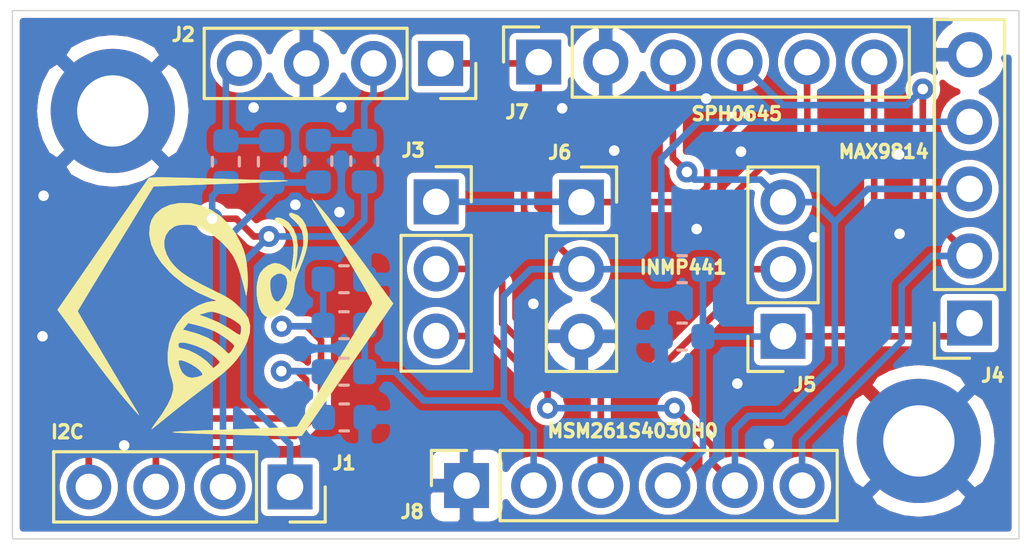
<source format=kicad_pcb>
(kicad_pcb (version 20171130) (host pcbnew 5.1.5+dfsg1-2build2)

  (general
    (thickness 1.6)
    (drawings 9)
    (tracks 174)
    (zones 0)
    (modules 21)
    (nets 13)
  )

  (page A4)
  (layers
    (0 F.Cu signal)
    (31 B.Cu signal)
    (32 B.Adhes user)
    (33 F.Adhes user)
    (34 B.Paste user)
    (35 F.Paste user)
    (36 B.SilkS user)
    (37 F.SilkS user)
    (38 B.Mask user)
    (39 F.Mask user)
    (40 Dwgs.User user)
    (41 Cmts.User user)
    (42 Eco1.User user)
    (43 Eco2.User user)
    (44 Edge.Cuts user)
    (45 Margin user)
    (46 B.CrtYd user)
    (47 F.CrtYd user)
    (48 B.Fab user)
    (49 F.Fab user)
  )

  (setup
    (last_trace_width 0.25)
    (trace_clearance 0.2)
    (zone_clearance 0.254)
    (zone_45_only no)
    (trace_min 0.2)
    (via_size 0.8)
    (via_drill 0.4)
    (via_min_size 0.4)
    (via_min_drill 0.3)
    (uvia_size 0.3)
    (uvia_drill 0.1)
    (uvias_allowed no)
    (uvia_min_size 0.2)
    (uvia_min_drill 0.1)
    (edge_width 0.05)
    (segment_width 0.2)
    (pcb_text_width 0.3)
    (pcb_text_size 1.5 1.5)
    (mod_edge_width 0.12)
    (mod_text_size 1 1)
    (mod_text_width 0.15)
    (pad_size 1.7 1.7)
    (pad_drill 1)
    (pad_to_mask_clearance 0.051)
    (solder_mask_min_width 0.25)
    (aux_axis_origin 0 0)
    (visible_elements FFFFFF7F)
    (pcbplotparams
      (layerselection 0x010fc_ffffffff)
      (usegerberextensions true)
      (usegerberattributes false)
      (usegerberadvancedattributes false)
      (creategerberjobfile false)
      (excludeedgelayer true)
      (linewidth 0.100000)
      (plotframeref false)
      (viasonmask false)
      (mode 1)
      (useauxorigin false)
      (hpglpennumber 1)
      (hpglpenspeed 20)
      (hpglpendiameter 15.000000)
      (psnegative false)
      (psa4output false)
      (plotreference true)
      (plotvalue false)
      (plotinvisibletext false)
      (padsonsilk false)
      (subtractmaskfromsilk true)
      (outputformat 1)
      (mirror false)
      (drillshape 0)
      (scaleselection 1)
      (outputdirectory "gerber/"))
  )

  (net 0 "")
  (net 1 "Net-(J1-Pad4)")
  (net 2 "Net-(J1-Pad3)")
  (net 3 "Net-(J1-Pad2)")
  (net 4 "Net-(J1-Pad1)")
  (net 5 I2C1_SDA)
  (net 6 GND)
  (net 7 I2C1_SCL)
  (net 8 +3V3)
  (net 9 I2S_CK-MIC_GAIN)
  (net 10 I2S_WS)
  (net 11 I2S_SD-MIC_ANA)
  (net 12 I2S_LR-MIC_AR)

  (net_class Default "Ceci est la Netclass par défaut."
    (clearance 0.2)
    (trace_width 0.25)
    (via_dia 0.8)
    (via_drill 0.4)
    (uvia_dia 0.3)
    (uvia_drill 0.1)
    (add_net +3V3)
    (add_net GND)
    (add_net I2C1_SCL)
    (add_net I2C1_SDA)
    (add_net I2S_CK-MIC_GAIN)
    (add_net I2S_LR-MIC_AR)
    (add_net I2S_SD-MIC_ANA)
    (add_net I2S_WS)
    (add_net "Net-(J1-Pad1)")
    (add_net "Net-(J1-Pad2)")
    (add_net "Net-(J1-Pad3)")
    (add_net "Net-(J1-Pad4)")
  )

  (module EcoApi_pcb:Logo_EcoApi (layer F.Cu) (tedit 0) (tstamp 63F9B4A2)
    (at 158.36 91.23)
    (fp_text reference G*** (at 0 0) (layer F.SilkS) hide
      (effects (font (size 1.524 1.524) (thickness 0.3)))
    )
    (fp_text value LOGO (at 0.75 0) (layer F.SilkS) hide
      (effects (font (size 1.524 1.524) (thickness 0.3)))
    )
    (fp_poly (pts (xy 2.539818 -3.541219) (xy 2.747462 -3.458668) (xy 2.915634 -3.306758) (xy 3.038422 -3.093866)
      (xy 3.109916 -2.828366) (xy 3.122359 -2.716053) (xy 3.123858 -2.496624) (xy 3.094192 -2.268034)
      (xy 3.029401 -2.014027) (xy 2.925521 -1.718344) (xy 2.811621 -1.440888) (xy 2.71576 -1.205083)
      (xy 2.654248 -1.018262) (xy 2.620038 -0.855555) (xy 2.607259 -0.719548) (xy 2.551842 -0.402269)
      (xy 2.422704 -0.120562) (xy 2.225833 0.116332) (xy 1.967216 0.299172) (xy 1.937135 0.314653)
      (xy 1.795256 0.382715) (xy 1.700984 0.413639) (xy 1.626641 0.409021) (xy 1.544546 0.370456)
      (xy 1.493976 0.340181) (xy 1.381853 0.22717) (xy 1.293048 0.050447) (xy 1.229468 -0.171786)
      (xy 1.193019 -0.421328) (xy 1.185605 -0.679978) (xy 1.201963 -0.853487) (xy 1.694343 -0.853487)
      (xy 1.712698 -0.606837) (xy 1.762201 -0.407163) (xy 1.838574 -0.269629) (xy 1.866657 -0.24229)
      (xy 1.944076 -0.193137) (xy 2.009178 -0.202522) (xy 2.047964 -0.225823) (xy 2.117673 -0.297109)
      (xy 2.197163 -0.413638) (xy 2.237365 -0.486958) (xy 2.313716 -0.688987) (xy 2.344124 -0.883925)
      (xy 2.328314 -1.051997) (xy 2.266011 -1.173427) (xy 2.247147 -1.191027) (xy 2.108621 -1.26086)
      (xy 1.965135 -1.247599) (xy 1.823581 -1.160403) (xy 1.740175 -1.07649) (xy 1.702585 -0.986834)
      (xy 1.694343 -0.853487) (xy 1.201963 -0.853487) (xy 1.209133 -0.929533) (xy 1.265507 -1.151793)
      (xy 1.324407 -1.279471) (xy 1.333849 -1.291166) (xy 2.582333 -1.291166) (xy 2.6035 -1.27)
      (xy 2.624666 -1.291166) (xy 2.6035 -1.312333) (xy 2.582333 -1.291166) (xy 1.333849 -1.291166)
      (xy 1.450656 -1.435835) (xy 1.616344 -1.560793) (xy 1.793969 -1.636547) (xy 1.898558 -1.651)
      (xy 2.05989 -1.619558) (xy 2.231767 -1.537558) (xy 2.375735 -1.423494) (xy 2.379077 -1.419924)
      (xy 2.484288 -1.306459) (xy 2.53331 -1.603301) (xy 2.580779 -2.002005) (xy 2.579242 -2.336155)
      (xy 2.52722 -2.611264) (xy 2.423235 -2.832847) (xy 2.265809 -3.006418) (xy 2.132817 -3.096843)
      (xy 1.980976 -3.187567) (xy 1.896931 -3.253418) (xy 1.871427 -3.304614) (xy 1.895208 -3.351374)
      (xy 1.898863 -3.35513) (xy 1.976775 -3.378574) (xy 2.096179 -3.355455) (xy 2.234228 -3.294243)
      (xy 2.368074 -3.203411) (xy 2.410473 -3.165438) (xy 2.584174 -2.938026) (xy 2.693435 -2.656682)
      (xy 2.737993 -2.322702) (xy 2.717583 -1.937382) (xy 2.693079 -1.779655) (xy 2.665542 -1.616438)
      (xy 2.647574 -1.488378) (xy 2.641837 -1.415522) (xy 2.643521 -1.406367) (xy 2.669237 -1.428224)
      (xy 2.710151 -1.514316) (xy 2.760493 -1.646853) (xy 2.814493 -1.808042) (xy 2.866379 -1.980089)
      (xy 2.91038 -2.145203) (xy 2.940726 -2.285591) (xy 2.950066 -2.351487) (xy 2.952493 -2.640826)
      (xy 2.895365 -2.884203) (xy 2.771151 -3.098661) (xy 2.572323 -3.301243) (xy 2.506927 -3.354502)
      (xy 2.437344 -3.431921) (xy 2.413 -3.497377) (xy 2.431302 -3.543524) (xy 2.50004 -3.548103)
      (xy 2.539818 -3.541219)) (layer F.SilkS) (width 0.01))
    (fp_poly (pts (xy -2.278746 -4.895423) (xy -2.017714 -4.890985) (xy -1.694712 -4.883629) (xy -1.303371 -4.873324)
      (xy -0.837321 -4.86004) (xy -0.544138 -4.851373) (xy -0.099421 -4.838284) (xy 0.328668 -4.82603)
      (xy 0.730986 -4.81485) (xy 1.09839 -4.804981) (xy 1.421736 -4.796663) (xy 1.691882 -4.790134)
      (xy 1.899684 -4.785632) (xy 2.036001 -4.783395) (xy 2.070805 -4.78319) (xy 2.217604 -4.780507)
      (xy 2.320824 -4.772974) (xy 2.36172 -4.762105) (xy 2.360883 -4.759773) (xy 2.314806 -4.753236)
      (xy 2.193017 -4.744414) (xy 2.004429 -4.733732) (xy 1.757954 -4.721616) (xy 1.462505 -4.708491)
      (xy 1.126992 -4.694784) (xy 0.760329 -4.680921) (xy 0.565245 -4.673964) (xy 0.149491 -4.659328)
      (xy -0.270836 -4.644334) (xy -0.681242 -4.629512) (xy -1.067236 -4.615393) (xy -1.414323 -4.602508)
      (xy -1.708011 -4.591388) (xy -1.933807 -4.582562) (xy -1.961619 -4.581441) (xy -2.716738 -4.550833)
      (xy -4.152369 -2.204214) (xy -4.399998 -1.799012) (xy -4.634109 -1.41508) (xy -4.85102 -1.05851)
      (xy -5.047052 -0.735392) (xy -5.218524 -0.451816) (xy -5.361756 -0.213873) (xy -5.473068 -0.027654)
      (xy -5.548779 0.100752) (xy -5.58521 0.165253) (xy -5.588 0.17164) (xy -5.567098 0.210896)
      (xy -5.507608 0.314704) (xy -5.414353 0.474926) (xy -5.292159 0.683424) (xy -5.14585 0.93206)
      (xy -4.98025 1.212698) (xy -4.800183 1.517198) (xy -4.610475 1.837424) (xy -4.41595 2.165238)
      (xy -4.221431 2.492501) (xy -4.031743 2.811076) (xy -3.851711 3.112826) (xy -3.686159 3.389612)
      (xy -3.539912 3.633297) (xy -3.417794 3.835743) (xy -3.336916 3.96875) (xy -3.287342 4.05625)
      (xy -3.268203 4.103587) (xy -3.269936 4.106334) (xy -3.301282 4.075582) (xy -3.378592 3.989854)
      (xy -3.4933 3.858942) (xy -3.636838 3.692634) (xy -3.800639 3.500724) (xy -3.825576 3.471337)
      (xy -3.977108 3.287618) (xy -4.168342 3.047816) (xy -4.389547 2.764582) (xy -4.630988 2.450569)
      (xy -4.882932 2.118427) (xy -5.135645 1.780808) (xy -5.359887 1.477012) (xy -6.355731 0.117683)
      (xy -6.188976 -0.121075) (xy -6.135699 -0.197778) (xy -6.038984 -0.337468) (xy -5.903465 -0.533437)
      (xy -5.733777 -0.778977) (xy -5.534552 -1.06738) (xy -5.310426 -1.391937) (xy -5.066032 -1.745939)
      (xy -4.806003 -2.122678) (xy -4.534975 -2.515445) (xy -4.488825 -2.582333) (xy -4.220489 -2.970917)
      (xy -3.965382 -3.339679) (xy -3.727721 -3.682569) (xy -3.511721 -3.993536) (xy -3.321599 -4.266528)
      (xy -3.16157 -4.495494) (xy -3.035851 -4.674382) (xy -2.948657 -4.797141) (xy -2.904204 -4.857721)
      (xy -2.90027 -4.862433) (xy -2.877296 -4.874879) (xy -2.83057 -4.884586) (xy -2.753721 -4.891524)
      (xy -2.64038 -4.895662) (xy -2.484179 -4.896972) (xy -2.278746 -4.895423)) (layer F.SilkS) (width 0.01))
    (fp_poly (pts (xy -1.302452 -3.915582) (xy -0.906336 -3.826672) (xy -0.532852 -3.663221) (xy -0.188345 -3.43)
      (xy 0.120841 -3.131778) (xy 0.388362 -2.773327) (xy 0.607872 -2.359415) (xy 0.708028 -2.103542)
      (xy 0.764527 -1.886595) (xy 0.808298 -1.614011) (xy 0.83711 -1.314168) (xy 0.848728 -1.015445)
      (xy 0.840922 -0.746219) (xy 0.825652 -0.608504) (xy 0.793449 -0.402166) (xy 0.694041 -0.792166)
      (xy 0.597659 -1.148846) (xy 0.506525 -1.437485) (xy 0.414841 -1.673981) (xy 0.316809 -1.874237)
      (xy 0.269941 -1.955343) (xy 0.083124 -2.208254) (xy -0.16349 -2.460632) (xy -0.447294 -2.6925)
      (xy -0.745683 -2.883877) (xy -0.83163 -2.928907) (xy -1.012509 -3.01485) (xy -1.150069 -3.067322)
      (xy -1.274732 -3.094453) (xy -1.41692 -3.104372) (xy -1.492058 -3.105374) (xy -1.737129 -3.091816)
      (xy -1.907869 -3.048041) (xy -1.931708 -3.03657) (xy -2.128631 -2.889991) (xy -2.257476 -2.700799)
      (xy -2.316801 -2.478613) (xy -2.305161 -2.233053) (xy -2.221114 -1.973738) (xy -2.118748 -1.789675)
      (xy -1.994633 -1.62027) (xy -1.848682 -1.462941) (xy -1.671234 -1.310892) (xy -1.452628 -1.157332)
      (xy -1.183204 -0.995466) (xy -0.853301 -0.818502) (xy -0.458369 -0.622119) (xy -0.20294 -0.496527)
      (xy -0.007966 -0.394587) (xy 0.143457 -0.305543) (xy 0.268235 -0.21864) (xy 0.383271 -0.123121)
      (xy 0.503668 -0.009985) (xy 0.642503 0.135423) (xy 0.763839 0.280743) (xy 0.849342 0.403227)
      (xy 0.872348 0.44741) (xy 0.93624 0.707362) (xy 0.922698 0.99702) (xy 0.832369 1.313352)
      (xy 0.665901 1.653327) (xy 0.587696 1.780555) (xy 0.458134 1.964428) (xy 0.307603 2.143457)
      (xy 0.125959 2.327153) (xy -0.096938 2.525025) (xy -0.37123 2.746583) (xy -0.70706 3.001339)
      (xy -0.740834 3.026357) (xy -1.01195 3.229925) (xy -1.318917 3.465421) (xy -1.632761 3.710314)
      (xy -1.924507 3.942071) (xy -2.074334 4.063355) (xy -2.277992 4.229136) (xy -2.461585 4.377427)
      (xy -2.614196 4.499502) (xy -2.724905 4.586634) (xy -2.782793 4.630099) (xy -2.786324 4.632359)
      (xy -2.79021 4.618207) (xy -2.750143 4.551033) (xy -2.67446 4.444405) (xy -2.654273 4.417545)
      (xy -2.38139 4.035397) (xy -2.177675 3.699307) (xy -2.042357 3.407616) (xy -1.974667 3.158661)
      (xy -1.973833 2.950781) (xy -1.973965 2.950017) (xy -1.99962 2.83872) (xy -2.043027 2.683599)
      (xy -2.087793 2.54) (xy -2.170407 2.165025) (xy -2.173873 2.059145) (xy -1.770587 2.059145)
      (xy -1.765467 2.159683) (xy -1.724833 2.29588) (xy -1.661388 2.433796) (xy -1.59287 2.534046)
      (xy -1.451315 2.646943) (xy -1.285746 2.690673) (xy -1.084569 2.666791) (xy -0.943303 2.62117)
      (xy -0.870752 2.585113) (xy -0.868339 2.539072) (xy -0.899314 2.48749) (xy -0.985827 2.390827)
      (xy -1.111455 2.291444) (xy -1.259819 2.197393) (xy -1.414544 2.116727) (xy -1.559251 2.057496)
      (xy -1.677565 2.027752) (xy -1.753108 2.035545) (xy -1.770587 2.059145) (xy -2.173873 2.059145)
      (xy -2.183204 1.774167) (xy -2.140083 1.456779) (xy -1.778 1.456779) (xy -1.764825 1.525335)
      (xy -1.710198 1.564103) (xy -1.606025 1.587947) (xy -1.3955 1.648957) (xy -1.158318 1.757951)
      (xy -0.923301 1.898955) (xy -0.719269 2.055995) (xy -0.660052 2.112259) (xy -0.452269 2.323677)
      (xy -0.334311 2.230755) (xy -0.254968 2.159315) (xy -0.215028 2.105941) (xy -0.214009 2.10121)
      (xy -0.243817 2.047002) (xy -0.325416 1.96085) (xy -0.440756 1.858667) (xy -0.571785 1.756366)
      (xy -0.700452 1.669859) (xy -0.709367 1.664532) (xy -0.891368 1.5713) (xy -1.103333 1.484552)
      (xy -1.317789 1.413616) (xy -1.507267 1.367822) (xy -1.61925 1.35556) (xy -1.724095 1.361805)
      (xy -1.768939 1.392431) (xy -1.778 1.456779) (xy -2.140083 1.456779) (xy -2.130121 1.383456)
      (xy -2.015094 1.008924) (xy -1.943776 0.867834) (xy -1.6088 0.867834) (xy -1.47115 0.90177)
      (xy -1.033467 1.028702) (xy -0.667747 1.177784) (xy -0.36294 1.354504) (xy -0.107998 1.564353)
      (xy -0.078653 1.593628) (xy 0.020605 1.690826) (xy 0.096218 1.75763) (xy 0.127852 1.778)
      (xy 0.167255 1.74731) (xy 0.231787 1.671595) (xy 0.246038 1.652714) (xy 0.307264 1.559423)
      (xy 0.337867 1.492262) (xy 0.338666 1.485707) (xy 0.304875 1.429831) (xy 0.214521 1.343563)
      (xy 0.084137 1.239242) (xy -0.069748 1.129207) (xy -0.230601 1.025794) (xy -0.381891 0.941343)
      (xy -0.407529 0.928774) (xy -0.586315 0.853991) (xy -0.804651 0.777617) (xy -1.019073 0.714694)
      (xy -1.045388 0.70804) (xy -1.408639 0.618364) (xy -1.508719 0.743099) (xy -1.6088 0.867834)
      (xy -1.943776 0.867834) (xy -1.842056 0.666603) (xy -1.614945 0.372523) (xy -1.5468 0.305828)
      (xy -0.994834 0.305828) (xy -0.719667 0.399925) (xy -0.270953 0.586011) (xy 0.150466 0.823525)
      (xy 0.296333 0.923812) (xy 0.417172 1.004564) (xy 0.512052 1.054562) (xy 0.560827 1.063232)
      (xy 0.561239 1.062869) (xy 0.584581 1.003954) (xy 0.601514 0.897221) (xy 0.603572 0.870985)
      (xy 0.604039 0.780986) (xy 0.581438 0.714738) (xy 0.52061 0.650219) (xy 0.406395 0.56541)
      (xy 0.381 0.547683) (xy 0.220768 0.452369) (xy 0.020861 0.355759) (xy -0.176535 0.278165)
      (xy -0.183967 0.275683) (xy -0.34956 0.222336) (xy -0.463078 0.194135) (xy -0.552654 0.189114)
      (xy -0.646423 0.205307) (xy -0.755467 0.235754) (xy -0.994834 0.305828) (xy -1.5468 0.305828)
      (xy -1.536978 0.296215) (xy -1.287745 0.102623) (xy -1.012095 -0.053835) (xy -0.735958 -0.160121)
      (xy -0.554218 -0.197931) (xy -0.326017 -0.224958) (xy -0.528433 -0.304468) (xy -1.052222 -0.541599)
      (xy -1.515679 -0.820917) (xy -1.937594 -1.154475) (xy -2.116667 -1.323261) (xy -2.421756 -1.664922)
      (xy -2.650885 -2.008851) (xy -2.801728 -2.350548) (xy -2.871959 -2.685515) (xy -2.877049 -2.794)
      (xy -2.857967 -3.06477) (xy -2.792188 -3.28404) (xy -2.671411 -3.47577) (xy -2.620482 -3.53447)
      (xy -2.385851 -3.726877) (xy -2.095009 -3.856264) (xy -1.748593 -3.922358) (xy -1.714854 -3.925181)
      (xy -1.302452 -3.915582)) (layer F.SilkS) (width 0.01))
    (fp_poly (pts (xy 3.28081 -4.096965) (xy 3.29665 -4.080266) (xy 3.316566 -4.058601) (xy 3.331755 -4.042833)
      (xy 3.47461 -3.890131) (xy 3.6601 -3.67557) (xy 3.882299 -3.406647) (xy 4.13528 -3.090857)
      (xy 4.413114 -2.735698) (xy 4.709876 -2.348666) (xy 5.019637 -1.937256) (xy 5.336471 -1.508964)
      (xy 5.351727 -1.488149) (xy 6.354132 -0.119866) (xy 6.160653 0.162317) (xy 6.102482 0.246877)
      (xy 6.000904 0.394217) (xy 5.86066 0.59747) (xy 5.68649 0.849773) (xy 5.483135 1.14426)
      (xy 5.255335 1.474067) (xy 5.007832 1.832328) (xy 4.745365 2.212179) (xy 4.472675 2.606755)
      (xy 4.431035 2.667) (xy 2.894896 4.8895) (xy 2.389364 4.894218) (xy 2.245082 4.893761)
      (xy 2.026867 4.890629) (xy 1.745403 4.885082) (xy 1.411374 4.877381) (xy 1.035463 4.867787)
      (xy 0.628353 4.85656) (xy 0.200728 4.843961) (xy -0.236728 4.830252) (xy -0.254 4.829693)
      (xy -0.706748 4.814848) (xy -1.093553 4.801551) (xy -1.413104 4.78951) (xy -1.66409 4.778432)
      (xy -1.845198 4.768023) (xy -1.955119 4.75799) (xy -1.992541 4.748041) (xy -1.956153 4.737882)
      (xy -1.844643 4.72722) (xy -1.6567 4.715762) (xy -1.391014 4.703215) (xy -1.046272 4.689286)
      (xy -0.621164 4.673681) (xy -0.114378 4.656107) (xy 0.475396 4.636272) (xy 0.635 4.630957)
      (xy 1.043976 4.616832) (xy 1.426967 4.602593) (xy 1.775691 4.588622) (xy 2.081867 4.575296)
      (xy 2.337213 4.562996) (xy 2.533449 4.552101) (xy 2.662293 4.54299) (xy 2.715464 4.536043)
      (xy 2.716207 4.535586) (xy 2.743541 4.494747) (xy 2.810275 4.389017) (xy 2.911845 4.225863)
      (xy 3.043687 4.012752) (xy 3.201237 3.757152) (xy 3.379933 3.466529) (xy 3.575209 3.148351)
      (xy 3.782502 2.810084) (xy 3.99725 2.459196) (xy 4.214887 2.103153) (xy 4.43085 1.749423)
      (xy 4.640576 1.405472) (xy 4.8395 1.078769) (xy 5.02306 0.776779) (xy 5.18669 0.50697)
      (xy 5.325829 0.276809) (xy 5.435911 0.093763) (xy 5.512373 -0.034701) (xy 5.550652 -0.101116)
      (xy 5.553608 -0.106902) (xy 5.556407 -0.137317) (xy 5.542965 -0.189297) (xy 5.510144 -0.268552)
      (xy 5.454808 -0.380792) (xy 5.37382 -0.531727) (xy 5.264043 -0.727065) (xy 5.12234 -0.972517)
      (xy 4.945575 -1.273792) (xy 4.73061 -1.6366) (xy 4.506994 -2.011902) (xy 4.238563 -2.461531)
      (xy 4.010417 -2.843619) (xy 3.819539 -3.163381) (xy 3.662911 -3.426031) (xy 3.537517 -3.636785)
      (xy 3.440338 -3.800856) (xy 3.368357 -3.923459) (xy 3.318557 -4.009809) (xy 3.287919 -4.06512)
      (xy 3.273427 -4.094607) (xy 3.272064 -4.103483) (xy 3.28081 -4.096965)) (layer F.SilkS) (width 0.01))
  )

  (module MountingHole:MountingHole_2.7mm_M2.5_DIN965_Pad (layer F.Cu) (tedit 63F915CE) (tstamp 63F97455)
    (at 184.61 96.31)
    (descr "Mounting Hole 2.7mm, M2.5, DIN965")
    (tags "mounting hole 2.7mm m2.5 din965")
    (attr virtual)
    (fp_text reference H1 (at 0 -3.35) (layer F.SilkS) hide
      (effects (font (size 1 1) (thickness 0.15)))
    )
    (fp_text value MountingHole_2.7mm_M2.5_DIN965_Pad (at 0 3.35) (layer F.Fab) hide
      (effects (font (size 1 1) (thickness 0.15)))
    )
    (fp_text user %R (at 0.3 0) (layer F.Fab)
      (effects (font (size 1 1) (thickness 0.15)))
    )
    (fp_circle (center 0 0) (end 2.35 0) (layer Cmts.User) (width 0.15))
    (fp_circle (center 0 0) (end 2.6 0) (layer F.CrtYd) (width 0.05))
    (pad 1 thru_hole circle (at 0 0) (size 4.7 4.7) (drill 2.7) (layers *.Cu *.Mask)
      (net 6 GND))
  )

  (module MountingHole:MountingHole_2.7mm_M2.5_DIN965_Pad (layer F.Cu) (tedit 63F915CE) (tstamp 63F973E0)
    (at 154.1 83.82)
    (descr "Mounting Hole 2.7mm, M2.5, DIN965")
    (tags "mounting hole 2.7mm m2.5 din965")
    (attr virtual)
    (fp_text reference H2 (at 0 -3.35) (layer F.SilkS) hide
      (effects (font (size 1 1) (thickness 0.15)))
    )
    (fp_text value MountingHole_2.7mm_M2.5_DIN965_Pad (at 0 3.35) (layer F.Fab) hide
      (effects (font (size 1 1) (thickness 0.15)))
    )
    (fp_circle (center 0 0) (end 2.6 0) (layer F.CrtYd) (width 0.05))
    (fp_circle (center 0 0) (end 2.35 0) (layer Cmts.User) (width 0.15))
    (fp_text user %R (at 0.3 0) (layer F.Fab)
      (effects (font (size 1 1) (thickness 0.15)))
    )
    (pad 1 thru_hole circle (at 0 0) (size 4.7 4.7) (drill 2.7) (layers *.Cu *.Mask)
      (net 6 GND))
  )

  (module Resistor_SMD:R_0603_1608Metric (layer B.Cu) (tedit 5B301BBD) (tstamp 63F912F1)
    (at 175.65 92.36 180)
    (descr "Resistor SMD 0603 (1608 Metric), square (rectangular) end terminal, IPC_7351 nominal, (Body size source: http://www.tortai-tech.com/upload/download/2011102023233369053.pdf), generated with kicad-footprint-generator")
    (tags resistor)
    (path /6401989F)
    (attr smd)
    (fp_text reference R10 (at 0.04 -1.6) (layer B.SilkS) hide
      (effects (font (size 1 1) (thickness 0.15)) (justify mirror))
    )
    (fp_text value 0R (at 0 -1.43) (layer B.Fab)
      (effects (font (size 1 1) (thickness 0.15)) (justify mirror))
    )
    (fp_text user %R (at 0 0) (layer B.Fab)
      (effects (font (size 0.4 0.4) (thickness 0.06)) (justify mirror))
    )
    (fp_line (start 1.48 -0.73) (end -1.48 -0.73) (layer B.CrtYd) (width 0.05))
    (fp_line (start 1.48 0.73) (end 1.48 -0.73) (layer B.CrtYd) (width 0.05))
    (fp_line (start -1.48 0.73) (end 1.48 0.73) (layer B.CrtYd) (width 0.05))
    (fp_line (start -1.48 -0.73) (end -1.48 0.73) (layer B.CrtYd) (width 0.05))
    (fp_line (start -0.162779 -0.51) (end 0.162779 -0.51) (layer B.SilkS) (width 0.12))
    (fp_line (start -0.162779 0.51) (end 0.162779 0.51) (layer B.SilkS) (width 0.12))
    (fp_line (start 0.8 -0.4) (end -0.8 -0.4) (layer B.Fab) (width 0.1))
    (fp_line (start 0.8 0.4) (end 0.8 -0.4) (layer B.Fab) (width 0.1))
    (fp_line (start -0.8 0.4) (end 0.8 0.4) (layer B.Fab) (width 0.1))
    (fp_line (start -0.8 -0.4) (end -0.8 0.4) (layer B.Fab) (width 0.1))
    (pad 2 smd roundrect (at 0.7875 0 180) (size 0.875 0.95) (layers B.Cu B.Paste B.Mask) (roundrect_rratio 0.25)
      (net 6 GND))
    (pad 1 smd roundrect (at -0.7875 0 180) (size 0.875 0.95) (layers B.Cu B.Paste B.Mask) (roundrect_rratio 0.25)
      (net 12 I2S_LR-MIC_AR))
    (model ${KISYS3DMOD}/Resistor_SMD.3dshapes/R_0603_1608Metric.wrl
      (at (xyz 0 0 0))
      (scale (xyz 1 1 1))
      (rotate (xyz 0 0 0))
    )
  )

  (module Resistor_SMD:R_0603_1608Metric (layer B.Cu) (tedit 5B301BBD) (tstamp 63F912E0)
    (at 175.65 89.81 180)
    (descr "Resistor SMD 0603 (1608 Metric), square (rectangular) end terminal, IPC_7351 nominal, (Body size source: http://www.tortai-tech.com/upload/download/2011102023233369053.pdf), generated with kicad-footprint-generator")
    (tags resistor)
    (path /6402058D)
    (attr smd)
    (fp_text reference R9 (at 0 1.43) (layer B.SilkS) hide
      (effects (font (size 1 1) (thickness 0.15)) (justify mirror))
    )
    (fp_text value 0R (at 0 -1.43) (layer B.Fab)
      (effects (font (size 1 1) (thickness 0.15)) (justify mirror))
    )
    (fp_text user %R (at 0 0) (layer B.Fab)
      (effects (font (size 0.4 0.4) (thickness 0.06)) (justify mirror))
    )
    (fp_line (start 1.48 -0.73) (end -1.48 -0.73) (layer B.CrtYd) (width 0.05))
    (fp_line (start 1.48 0.73) (end 1.48 -0.73) (layer B.CrtYd) (width 0.05))
    (fp_line (start -1.48 0.73) (end 1.48 0.73) (layer B.CrtYd) (width 0.05))
    (fp_line (start -1.48 -0.73) (end -1.48 0.73) (layer B.CrtYd) (width 0.05))
    (fp_line (start -0.162779 -0.51) (end 0.162779 -0.51) (layer B.SilkS) (width 0.12))
    (fp_line (start -0.162779 0.51) (end 0.162779 0.51) (layer B.SilkS) (width 0.12))
    (fp_line (start 0.8 -0.4) (end -0.8 -0.4) (layer B.Fab) (width 0.1))
    (fp_line (start 0.8 0.4) (end 0.8 -0.4) (layer B.Fab) (width 0.1))
    (fp_line (start -0.8 0.4) (end 0.8 0.4) (layer B.Fab) (width 0.1))
    (fp_line (start -0.8 -0.4) (end -0.8 0.4) (layer B.Fab) (width 0.1))
    (pad 2 smd roundrect (at 0.7875 0 180) (size 0.875 0.95) (layers B.Cu B.Paste B.Mask) (roundrect_rratio 0.25)
      (net 8 +3V3))
    (pad 1 smd roundrect (at -0.7875 0 180) (size 0.875 0.95) (layers B.Cu B.Paste B.Mask) (roundrect_rratio 0.25)
      (net 12 I2S_LR-MIC_AR))
    (model ${KISYS3DMOD}/Resistor_SMD.3dshapes/R_0603_1608Metric.wrl
      (at (xyz 0 0 0))
      (scale (xyz 1 1 1))
      (rotate (xyz 0 0 0))
    )
  )

  (module Resistor_SMD:R_0603_1608Metric (layer B.Cu) (tedit 5B301BBD) (tstamp 63F912CF)
    (at 161.88 85.72 90)
    (descr "Resistor SMD 0603 (1608 Metric), square (rectangular) end terminal, IPC_7351 nominal, (Body size source: http://www.tortai-tech.com/upload/download/2011102023233369053.pdf), generated with kicad-footprint-generator")
    (tags resistor)
    (path /63FA1708)
    (attr smd)
    (fp_text reference R8 (at -1.38 0 270) (layer B.SilkS) hide
      (effects (font (size 1 1) (thickness 0.15)) (justify mirror))
    )
    (fp_text value 0R (at 0 -1.43 270) (layer B.Fab)
      (effects (font (size 1 1) (thickness 0.15)) (justify mirror))
    )
    (fp_text user %R (at 0 0 270) (layer B.Fab)
      (effects (font (size 0.4 0.4) (thickness 0.06)) (justify mirror))
    )
    (fp_line (start 1.48 -0.73) (end -1.48 -0.73) (layer B.CrtYd) (width 0.05))
    (fp_line (start 1.48 0.73) (end 1.48 -0.73) (layer B.CrtYd) (width 0.05))
    (fp_line (start -1.48 0.73) (end 1.48 0.73) (layer B.CrtYd) (width 0.05))
    (fp_line (start -1.48 -0.73) (end -1.48 0.73) (layer B.CrtYd) (width 0.05))
    (fp_line (start -0.162779 -0.51) (end 0.162779 -0.51) (layer B.SilkS) (width 0.12))
    (fp_line (start -0.162779 0.51) (end 0.162779 0.51) (layer B.SilkS) (width 0.12))
    (fp_line (start 0.8 -0.4) (end -0.8 -0.4) (layer B.Fab) (width 0.1))
    (fp_line (start 0.8 0.4) (end 0.8 -0.4) (layer B.Fab) (width 0.1))
    (fp_line (start -0.8 0.4) (end 0.8 0.4) (layer B.Fab) (width 0.1))
    (fp_line (start -0.8 -0.4) (end -0.8 0.4) (layer B.Fab) (width 0.1))
    (pad 2 smd roundrect (at 0.7875 0 90) (size 0.875 0.95) (layers B.Cu B.Paste B.Mask) (roundrect_rratio 0.25)
      (net 7 I2C1_SCL))
    (pad 1 smd roundrect (at -0.7875 0 90) (size 0.875 0.95) (layers B.Cu B.Paste B.Mask) (roundrect_rratio 0.25)
      (net 3 "Net-(J1-Pad2)"))
    (model ${KISYS3DMOD}/Resistor_SMD.3dshapes/R_0603_1608Metric.wrl
      (at (xyz 0 0 0))
      (scale (xyz 1 1 1))
      (rotate (xyz 0 0 0))
    )
  )

  (module Resistor_SMD:R_0603_1608Metric (layer B.Cu) (tedit 5B301BBD) (tstamp 63F912BE)
    (at 163.62 85.72 90)
    (descr "Resistor SMD 0603 (1608 Metric), square (rectangular) end terminal, IPC_7351 nominal, (Body size source: http://www.tortai-tech.com/upload/download/2011102023233369053.pdf), generated with kicad-footprint-generator")
    (tags resistor)
    (path /63FA8B38)
    (attr smd)
    (fp_text reference R7 (at -1.38 -0.01 270) (layer B.SilkS) hide
      (effects (font (size 1 1) (thickness 0.15)) (justify mirror))
    )
    (fp_text value 0R (at 0 -1.43 270) (layer B.Fab)
      (effects (font (size 1 1) (thickness 0.15)) (justify mirror))
    )
    (fp_text user %R (at 0 0 270) (layer B.Fab)
      (effects (font (size 0.4 0.4) (thickness 0.06)) (justify mirror))
    )
    (fp_line (start 1.48 -0.73) (end -1.48 -0.73) (layer B.CrtYd) (width 0.05))
    (fp_line (start 1.48 0.73) (end 1.48 -0.73) (layer B.CrtYd) (width 0.05))
    (fp_line (start -1.48 0.73) (end 1.48 0.73) (layer B.CrtYd) (width 0.05))
    (fp_line (start -1.48 -0.73) (end -1.48 0.73) (layer B.CrtYd) (width 0.05))
    (fp_line (start -0.162779 -0.51) (end 0.162779 -0.51) (layer B.SilkS) (width 0.12))
    (fp_line (start -0.162779 0.51) (end 0.162779 0.51) (layer B.SilkS) (width 0.12))
    (fp_line (start 0.8 -0.4) (end -0.8 -0.4) (layer B.Fab) (width 0.1))
    (fp_line (start 0.8 0.4) (end 0.8 -0.4) (layer B.Fab) (width 0.1))
    (fp_line (start -0.8 0.4) (end 0.8 0.4) (layer B.Fab) (width 0.1))
    (fp_line (start -0.8 -0.4) (end -0.8 0.4) (layer B.Fab) (width 0.1))
    (pad 2 smd roundrect (at 0.7875 0 90) (size 0.875 0.95) (layers B.Cu B.Paste B.Mask) (roundrect_rratio 0.25)
      (net 7 I2C1_SCL))
    (pad 1 smd roundrect (at -0.7875 0 90) (size 0.875 0.95) (layers B.Cu B.Paste B.Mask) (roundrect_rratio 0.25)
      (net 4 "Net-(J1-Pad1)"))
    (model ${KISYS3DMOD}/Resistor_SMD.3dshapes/R_0603_1608Metric.wrl
      (at (xyz 0 0 0))
      (scale (xyz 1 1 1))
      (rotate (xyz 0 0 0))
    )
  )

  (module Resistor_SMD:R_0603_1608Metric (layer B.Cu) (tedit 5B301BBD) (tstamp 63F912AD)
    (at 158.38 85.74 90)
    (descr "Resistor SMD 0603 (1608 Metric), square (rectangular) end terminal, IPC_7351 nominal, (Body size source: http://www.tortai-tech.com/upload/download/2011102023233369053.pdf), generated with kicad-footprint-generator")
    (tags resistor)
    (path /63FA9E4C)
    (attr smd)
    (fp_text reference R6 (at -1.34 0.01 270) (layer B.SilkS) hide
      (effects (font (size 1 1) (thickness 0.15)) (justify mirror))
    )
    (fp_text value 0R (at 0 -1.43 270) (layer B.Fab)
      (effects (font (size 1 1) (thickness 0.15)) (justify mirror))
    )
    (fp_text user %R (at 0 0 270) (layer B.Fab)
      (effects (font (size 0.4 0.4) (thickness 0.06)) (justify mirror))
    )
    (fp_line (start 1.48 -0.73) (end -1.48 -0.73) (layer B.CrtYd) (width 0.05))
    (fp_line (start 1.48 0.73) (end 1.48 -0.73) (layer B.CrtYd) (width 0.05))
    (fp_line (start -1.48 0.73) (end 1.48 0.73) (layer B.CrtYd) (width 0.05))
    (fp_line (start -1.48 -0.73) (end -1.48 0.73) (layer B.CrtYd) (width 0.05))
    (fp_line (start -0.162779 -0.51) (end 0.162779 -0.51) (layer B.SilkS) (width 0.12))
    (fp_line (start -0.162779 0.51) (end 0.162779 0.51) (layer B.SilkS) (width 0.12))
    (fp_line (start 0.8 -0.4) (end -0.8 -0.4) (layer B.Fab) (width 0.1))
    (fp_line (start 0.8 0.4) (end 0.8 -0.4) (layer B.Fab) (width 0.1))
    (fp_line (start -0.8 0.4) (end 0.8 0.4) (layer B.Fab) (width 0.1))
    (fp_line (start -0.8 -0.4) (end -0.8 0.4) (layer B.Fab) (width 0.1))
    (pad 2 smd roundrect (at 0.7875 0 90) (size 0.875 0.95) (layers B.Cu B.Paste B.Mask) (roundrect_rratio 0.25)
      (net 5 I2C1_SDA))
    (pad 1 smd roundrect (at -0.7875 0 90) (size 0.875 0.95) (layers B.Cu B.Paste B.Mask) (roundrect_rratio 0.25)
      (net 4 "Net-(J1-Pad1)"))
    (model ${KISYS3DMOD}/Resistor_SMD.3dshapes/R_0603_1608Metric.wrl
      (at (xyz 0 0 0))
      (scale (xyz 1 1 1))
      (rotate (xyz 0 0 0))
    )
  )

  (module Resistor_SMD:R_0603_1608Metric (layer B.Cu) (tedit 5B301BBD) (tstamp 63F9129C)
    (at 160.12 85.74 90)
    (descr "Resistor SMD 0603 (1608 Metric), square (rectangular) end terminal, IPC_7351 nominal, (Body size source: http://www.tortai-tech.com/upload/download/2011102023233369053.pdf), generated with kicad-footprint-generator")
    (tags resistor)
    (path /63FA9E52)
    (attr smd)
    (fp_text reference R5 (at -1.36 0.03 270) (layer B.SilkS) hide
      (effects (font (size 1 1) (thickness 0.15)) (justify mirror))
    )
    (fp_text value 0R (at 0 -1.43 270) (layer B.Fab)
      (effects (font (size 1 1) (thickness 0.15)) (justify mirror))
    )
    (fp_text user %R (at 0 0 270) (layer B.Fab)
      (effects (font (size 0.4 0.4) (thickness 0.06)) (justify mirror))
    )
    (fp_line (start 1.48 -0.73) (end -1.48 -0.73) (layer B.CrtYd) (width 0.05))
    (fp_line (start 1.48 0.73) (end 1.48 -0.73) (layer B.CrtYd) (width 0.05))
    (fp_line (start -1.48 0.73) (end 1.48 0.73) (layer B.CrtYd) (width 0.05))
    (fp_line (start -1.48 -0.73) (end -1.48 0.73) (layer B.CrtYd) (width 0.05))
    (fp_line (start -0.162779 -0.51) (end 0.162779 -0.51) (layer B.SilkS) (width 0.12))
    (fp_line (start -0.162779 0.51) (end 0.162779 0.51) (layer B.SilkS) (width 0.12))
    (fp_line (start 0.8 -0.4) (end -0.8 -0.4) (layer B.Fab) (width 0.1))
    (fp_line (start 0.8 0.4) (end 0.8 -0.4) (layer B.Fab) (width 0.1))
    (fp_line (start -0.8 0.4) (end 0.8 0.4) (layer B.Fab) (width 0.1))
    (fp_line (start -0.8 -0.4) (end -0.8 0.4) (layer B.Fab) (width 0.1))
    (pad 2 smd roundrect (at 0.7875 0 90) (size 0.875 0.95) (layers B.Cu B.Paste B.Mask) (roundrect_rratio 0.25)
      (net 5 I2C1_SDA))
    (pad 1 smd roundrect (at -0.7875 0 90) (size 0.875 0.95) (layers B.Cu B.Paste B.Mask) (roundrect_rratio 0.25)
      (net 3 "Net-(J1-Pad2)"))
    (model ${KISYS3DMOD}/Resistor_SMD.3dshapes/R_0603_1608Metric.wrl
      (at (xyz 0 0 0))
      (scale (xyz 1 1 1))
      (rotate (xyz 0 0 0))
    )
  )

  (module Resistor_SMD:R_0603_1608Metric (layer B.Cu) (tedit 5B301BBD) (tstamp 63F9128B)
    (at 162.85 90.19)
    (descr "Resistor SMD 0603 (1608 Metric), square (rectangular) end terminal, IPC_7351 nominal, (Body size source: http://www.tortai-tech.com/upload/download/2011102023233369053.pdf), generated with kicad-footprint-generator")
    (tags resistor)
    (path /63FABC0C)
    (attr smd)
    (fp_text reference R4 (at -1.5 -0.01 180) (layer B.SilkS) hide
      (effects (font (size 1 1) (thickness 0.15)) (justify mirror))
    )
    (fp_text value 0R (at 0 -1.43 180) (layer B.Fab)
      (effects (font (size 1 1) (thickness 0.15)) (justify mirror))
    )
    (fp_text user %R (at 0 0 180) (layer B.Fab)
      (effects (font (size 0.4 0.4) (thickness 0.06)) (justify mirror))
    )
    (fp_line (start 1.48 -0.73) (end -1.48 -0.73) (layer B.CrtYd) (width 0.05))
    (fp_line (start 1.48 0.73) (end 1.48 -0.73) (layer B.CrtYd) (width 0.05))
    (fp_line (start -1.48 0.73) (end 1.48 0.73) (layer B.CrtYd) (width 0.05))
    (fp_line (start -1.48 -0.73) (end -1.48 0.73) (layer B.CrtYd) (width 0.05))
    (fp_line (start -0.162779 -0.51) (end 0.162779 -0.51) (layer B.SilkS) (width 0.12))
    (fp_line (start -0.162779 0.51) (end 0.162779 0.51) (layer B.SilkS) (width 0.12))
    (fp_line (start 0.8 -0.4) (end -0.8 -0.4) (layer B.Fab) (width 0.1))
    (fp_line (start 0.8 0.4) (end 0.8 -0.4) (layer B.Fab) (width 0.1))
    (fp_line (start -0.8 0.4) (end 0.8 0.4) (layer B.Fab) (width 0.1))
    (fp_line (start -0.8 -0.4) (end -0.8 0.4) (layer B.Fab) (width 0.1))
    (pad 2 smd roundrect (at 0.7875 0) (size 0.875 0.95) (layers B.Cu B.Paste B.Mask) (roundrect_rratio 0.25)
      (net 6 GND))
    (pad 1 smd roundrect (at -0.7875 0) (size 0.875 0.95) (layers B.Cu B.Paste B.Mask) (roundrect_rratio 0.25)
      (net 2 "Net-(J1-Pad3)"))
    (model ${KISYS3DMOD}/Resistor_SMD.3dshapes/R_0603_1608Metric.wrl
      (at (xyz 0 0 0))
      (scale (xyz 1 1 1))
      (rotate (xyz 0 0 0))
    )
  )

  (module Resistor_SMD:R_0603_1608Metric (layer B.Cu) (tedit 5B301BBD) (tstamp 63F9127A)
    (at 162.86 95.42)
    (descr "Resistor SMD 0603 (1608 Metric), square (rectangular) end terminal, IPC_7351 nominal, (Body size source: http://www.tortai-tech.com/upload/download/2011102023233369053.pdf), generated with kicad-footprint-generator")
    (tags resistor)
    (path /63FABC12)
    (attr smd)
    (fp_text reference R3 (at -1.54 0 180) (layer B.SilkS) hide
      (effects (font (size 1 1) (thickness 0.15)) (justify mirror))
    )
    (fp_text value 0R (at 0 -1.43 180) (layer B.Fab)
      (effects (font (size 1 1) (thickness 0.15)) (justify mirror))
    )
    (fp_text user %R (at 0 0 180) (layer B.Fab)
      (effects (font (size 0.4 0.4) (thickness 0.06)) (justify mirror))
    )
    (fp_line (start 1.48 -0.73) (end -1.48 -0.73) (layer B.CrtYd) (width 0.05))
    (fp_line (start 1.48 0.73) (end 1.48 -0.73) (layer B.CrtYd) (width 0.05))
    (fp_line (start -1.48 0.73) (end 1.48 0.73) (layer B.CrtYd) (width 0.05))
    (fp_line (start -1.48 -0.73) (end -1.48 0.73) (layer B.CrtYd) (width 0.05))
    (fp_line (start -0.162779 -0.51) (end 0.162779 -0.51) (layer B.SilkS) (width 0.12))
    (fp_line (start -0.162779 0.51) (end 0.162779 0.51) (layer B.SilkS) (width 0.12))
    (fp_line (start 0.8 -0.4) (end -0.8 -0.4) (layer B.Fab) (width 0.1))
    (fp_line (start 0.8 0.4) (end 0.8 -0.4) (layer B.Fab) (width 0.1))
    (fp_line (start -0.8 0.4) (end 0.8 0.4) (layer B.Fab) (width 0.1))
    (fp_line (start -0.8 -0.4) (end -0.8 0.4) (layer B.Fab) (width 0.1))
    (pad 2 smd roundrect (at 0.7875 0) (size 0.875 0.95) (layers B.Cu B.Paste B.Mask) (roundrect_rratio 0.25)
      (net 6 GND))
    (pad 1 smd roundrect (at -0.7875 0) (size 0.875 0.95) (layers B.Cu B.Paste B.Mask) (roundrect_rratio 0.25)
      (net 1 "Net-(J1-Pad4)"))
    (model ${KISYS3DMOD}/Resistor_SMD.3dshapes/R_0603_1608Metric.wrl
      (at (xyz 0 0 0))
      (scale (xyz 1 1 1))
      (rotate (xyz 0 0 0))
    )
  )

  (module Resistor_SMD:R_0603_1608Metric (layer B.Cu) (tedit 5B301BBD) (tstamp 63F91269)
    (at 162.85 93.69)
    (descr "Resistor SMD 0603 (1608 Metric), square (rectangular) end terminal, IPC_7351 nominal, (Body size source: http://www.tortai-tech.com/upload/download/2011102023233369053.pdf), generated with kicad-footprint-generator")
    (tags resistor)
    (path /63FABC18)
    (attr smd)
    (fp_text reference R2 (at -1.51 0.01 180) (layer B.SilkS) hide
      (effects (font (size 1 1) (thickness 0.15)) (justify mirror))
    )
    (fp_text value 0R (at 0 -1.43 180) (layer B.Fab)
      (effects (font (size 1 1) (thickness 0.15)) (justify mirror))
    )
    (fp_text user %R (at 0 0 180) (layer B.Fab)
      (effects (font (size 0.4 0.4) (thickness 0.06)) (justify mirror))
    )
    (fp_line (start 1.48 -0.73) (end -1.48 -0.73) (layer B.CrtYd) (width 0.05))
    (fp_line (start 1.48 0.73) (end 1.48 -0.73) (layer B.CrtYd) (width 0.05))
    (fp_line (start -1.48 0.73) (end 1.48 0.73) (layer B.CrtYd) (width 0.05))
    (fp_line (start -1.48 -0.73) (end -1.48 0.73) (layer B.CrtYd) (width 0.05))
    (fp_line (start -0.162779 -0.51) (end 0.162779 -0.51) (layer B.SilkS) (width 0.12))
    (fp_line (start -0.162779 0.51) (end 0.162779 0.51) (layer B.SilkS) (width 0.12))
    (fp_line (start 0.8 -0.4) (end -0.8 -0.4) (layer B.Fab) (width 0.1))
    (fp_line (start 0.8 0.4) (end 0.8 -0.4) (layer B.Fab) (width 0.1))
    (fp_line (start -0.8 0.4) (end 0.8 0.4) (layer B.Fab) (width 0.1))
    (fp_line (start -0.8 -0.4) (end -0.8 0.4) (layer B.Fab) (width 0.1))
    (pad 2 smd roundrect (at 0.7875 0) (size 0.875 0.95) (layers B.Cu B.Paste B.Mask) (roundrect_rratio 0.25)
      (net 8 +3V3))
    (pad 1 smd roundrect (at -0.7875 0) (size 0.875 0.95) (layers B.Cu B.Paste B.Mask) (roundrect_rratio 0.25)
      (net 1 "Net-(J1-Pad4)"))
    (model ${KISYS3DMOD}/Resistor_SMD.3dshapes/R_0603_1608Metric.wrl
      (at (xyz 0 0 0))
      (scale (xyz 1 1 1))
      (rotate (xyz 0 0 0))
    )
  )

  (module Resistor_SMD:R_0603_1608Metric (layer B.Cu) (tedit 5B301BBD) (tstamp 63F91258)
    (at 162.85 91.93)
    (descr "Resistor SMD 0603 (1608 Metric), square (rectangular) end terminal, IPC_7351 nominal, (Body size source: http://www.tortai-tech.com/upload/download/2011102023233369053.pdf), generated with kicad-footprint-generator")
    (tags resistor)
    (path /63FABC1E)
    (attr smd)
    (fp_text reference R1 (at -1.51 0 180) (layer B.SilkS) hide
      (effects (font (size 1 1) (thickness 0.15)) (justify mirror))
    )
    (fp_text value 0R (at 0 -1.43 180) (layer B.Fab)
      (effects (font (size 1 1) (thickness 0.15)) (justify mirror))
    )
    (fp_text user %R (at 0 0 180) (layer B.Fab)
      (effects (font (size 0.4 0.4) (thickness 0.06)) (justify mirror))
    )
    (fp_line (start 1.48 -0.73) (end -1.48 -0.73) (layer B.CrtYd) (width 0.05))
    (fp_line (start 1.48 0.73) (end 1.48 -0.73) (layer B.CrtYd) (width 0.05))
    (fp_line (start -1.48 0.73) (end 1.48 0.73) (layer B.CrtYd) (width 0.05))
    (fp_line (start -1.48 -0.73) (end -1.48 0.73) (layer B.CrtYd) (width 0.05))
    (fp_line (start -0.162779 -0.51) (end 0.162779 -0.51) (layer B.SilkS) (width 0.12))
    (fp_line (start -0.162779 0.51) (end 0.162779 0.51) (layer B.SilkS) (width 0.12))
    (fp_line (start 0.8 -0.4) (end -0.8 -0.4) (layer B.Fab) (width 0.1))
    (fp_line (start 0.8 0.4) (end 0.8 -0.4) (layer B.Fab) (width 0.1))
    (fp_line (start -0.8 0.4) (end 0.8 0.4) (layer B.Fab) (width 0.1))
    (fp_line (start -0.8 -0.4) (end -0.8 0.4) (layer B.Fab) (width 0.1))
    (pad 2 smd roundrect (at 0.7875 0) (size 0.875 0.95) (layers B.Cu B.Paste B.Mask) (roundrect_rratio 0.25)
      (net 8 +3V3))
    (pad 1 smd roundrect (at -0.7875 0) (size 0.875 0.95) (layers B.Cu B.Paste B.Mask) (roundrect_rratio 0.25)
      (net 2 "Net-(J1-Pad3)"))
    (model ${KISYS3DMOD}/Resistor_SMD.3dshapes/R_0603_1608Metric.wrl
      (at (xyz 0 0 0))
      (scale (xyz 1 1 1))
      (rotate (xyz 0 0 0))
    )
  )

  (module Connector_PinSocket_2.54mm:PinSocket_1x06_P2.54mm_Vertical (layer F.Cu) (tedit 5A19A430) (tstamp 63F91247)
    (at 167.49 98 90)
    (descr "Through hole straight socket strip, 1x06, 2.54mm pitch, single row (from Kicad 4.0.7), script generated")
    (tags "Through hole socket strip THT 1x06 2.54mm single row")
    (path /63F911E0)
    (fp_text reference J8 (at -0.99 -2.06 180) (layer F.SilkS)
      (effects (font (size 0.5 0.5) (thickness 0.125)))
    )
    (fp_text value Conn_01x06 (at 0 15.47 90) (layer F.Fab) hide
      (effects (font (size 1 1) (thickness 0.15)))
    )
    (fp_text user %R (at 0 6.35) (layer F.Fab)
      (effects (font (size 1 1) (thickness 0.15)))
    )
    (fp_line (start -1.8 14.45) (end -1.8 -1.8) (layer F.CrtYd) (width 0.05))
    (fp_line (start 1.75 14.45) (end -1.8 14.45) (layer F.CrtYd) (width 0.05))
    (fp_line (start 1.75 -1.8) (end 1.75 14.45) (layer F.CrtYd) (width 0.05))
    (fp_line (start -1.8 -1.8) (end 1.75 -1.8) (layer F.CrtYd) (width 0.05))
    (fp_line (start 0 -1.33) (end 1.33 -1.33) (layer F.SilkS) (width 0.12))
    (fp_line (start 1.33 -1.33) (end 1.33 0) (layer F.SilkS) (width 0.12))
    (fp_line (start 1.33 1.27) (end 1.33 14.03) (layer F.SilkS) (width 0.12))
    (fp_line (start -1.33 14.03) (end 1.33 14.03) (layer F.SilkS) (width 0.12))
    (fp_line (start -1.33 1.27) (end -1.33 14.03) (layer F.SilkS) (width 0.12))
    (fp_line (start -1.33 1.27) (end 1.33 1.27) (layer F.SilkS) (width 0.12))
    (fp_line (start -1.27 13.97) (end -1.27 -1.27) (layer F.Fab) (width 0.1))
    (fp_line (start 1.27 13.97) (end -1.27 13.97) (layer F.Fab) (width 0.1))
    (fp_line (start 1.27 -0.635) (end 1.27 13.97) (layer F.Fab) (width 0.1))
    (fp_line (start 0.635 -1.27) (end 1.27 -0.635) (layer F.Fab) (width 0.1))
    (fp_line (start -1.27 -1.27) (end 0.635 -1.27) (layer F.Fab) (width 0.1))
    (pad 6 thru_hole oval (at 0 12.7 90) (size 1.7 1.7) (drill 1) (layers *.Cu *.Mask)
      (net 11 I2S_SD-MIC_ANA))
    (pad 5 thru_hole oval (at 0 10.16 90) (size 1.7 1.7) (drill 1) (layers *.Cu *.Mask)
      (net 9 I2S_CK-MIC_GAIN))
    (pad 4 thru_hole oval (at 0 7.62 90) (size 1.7 1.7) (drill 1) (layers *.Cu *.Mask)
      (net 12 I2S_LR-MIC_AR))
    (pad 3 thru_hole oval (at 0 5.08 90) (size 1.7 1.7) (drill 1) (layers *.Cu *.Mask)
      (net 10 I2S_WS))
    (pad 2 thru_hole oval (at 0 2.54 90) (size 1.7 1.7) (drill 1) (layers *.Cu *.Mask)
      (net 8 +3V3))
    (pad 1 thru_hole rect (at 0 0 90) (size 1.7 1.7) (drill 1) (layers *.Cu *.Mask)
      (net 6 GND))
    (model ${KISYS3DMOD}/Connector_PinSocket_2.54mm.3dshapes/PinSocket_1x06_P2.54mm_Vertical.wrl
      (at (xyz 0 0 0))
      (scale (xyz 1 1 1))
      (rotate (xyz 0 0 0))
    )
  )

  (module Connector_PinSocket_2.54mm:PinSocket_1x06_P2.54mm_Vertical (layer F.Cu) (tedit 63F928BB) (tstamp 63F9122D)
    (at 170.22 81.97 90)
    (descr "Through hole straight socket strip, 1x06, 2.54mm pitch, single row (from Kicad 4.0.7), script generated")
    (tags "Through hole socket strip THT 1x06 2.54mm single row")
    (path /6403AEB0)
    (fp_text reference J7 (at -1.89 -0.82 180) (layer F.SilkS)
      (effects (font (size 0.5 0.5) (thickness 0.125)))
    )
    (fp_text value Conn_01x06 (at 0 15.47 90) (layer F.Fab) hide
      (effects (font (size 1 1) (thickness 0.15)))
    )
    (fp_text user %R (at 0 6.35) (layer F.Fab)
      (effects (font (size 1 1) (thickness 0.15)))
    )
    (fp_line (start -1.8 14.45) (end -1.8 -1.8) (layer F.CrtYd) (width 0.05))
    (fp_line (start 1.75 14.45) (end -1.8 14.45) (layer F.CrtYd) (width 0.05))
    (fp_line (start 1.75 -1.8) (end 1.75 14.45) (layer F.CrtYd) (width 0.05))
    (fp_line (start -1.8 -1.8) (end 1.75 -1.8) (layer F.CrtYd) (width 0.05))
    (fp_line (start 0 -1.33) (end 1.33 -1.33) (layer F.SilkS) (width 0.12))
    (fp_line (start 1.33 -1.33) (end 1.33 0) (layer F.SilkS) (width 0.12))
    (fp_line (start 1.33 1.27) (end 1.33 14.03) (layer F.SilkS) (width 0.12))
    (fp_line (start -1.33 14.03) (end 1.33 14.03) (layer F.SilkS) (width 0.12))
    (fp_line (start -1.33 1.27) (end -1.33 14.03) (layer F.SilkS) (width 0.12))
    (fp_line (start -1.33 1.27) (end 1.33 1.27) (layer F.SilkS) (width 0.12))
    (fp_line (start -1.27 13.97) (end -1.27 -1.27) (layer F.Fab) (width 0.1))
    (fp_line (start 1.27 13.97) (end -1.27 13.97) (layer F.Fab) (width 0.1))
    (fp_line (start 1.27 -0.635) (end 1.27 13.97) (layer F.Fab) (width 0.1))
    (fp_line (start 0.635 -1.27) (end 1.27 -0.635) (layer F.Fab) (width 0.1))
    (fp_line (start -1.27 -1.27) (end 0.635 -1.27) (layer F.Fab) (width 0.1))
    (pad 6 thru_hole oval (at 0 12.7 90) (size 1.7 1.7) (drill 1) (layers *.Cu *.Mask)
      (net 12 I2S_LR-MIC_AR))
    (pad 5 thru_hole oval (at 0 10.16 90) (size 1.7 1.7) (drill 1) (layers *.Cu *.Mask)
      (net 10 I2S_WS))
    (pad 4 thru_hole oval (at 0 7.62 90) (size 1.7 1.7) (drill 1) (layers *.Cu *.Mask)
      (net 11 I2S_SD-MIC_ANA))
    (pad 3 thru_hole oval (at 0 5.08 90) (size 1.7 1.7) (drill 1) (layers *.Cu *.Mask)
      (net 9 I2S_CK-MIC_GAIN))
    (pad 2 thru_hole oval (at 0 2.54 90) (size 1.7 1.7) (drill 1) (layers *.Cu *.Mask)
      (net 6 GND))
    (pad 1 thru_hole rect (at 0 0 90) (size 1.7 1.7) (drill 1) (layers *.Cu *.Mask)
      (net 8 +3V3))
    (model ${KISYS3DMOD}/Connector_PinSocket_2.54mm.3dshapes/PinSocket_1x06_P2.54mm_Vertical.wrl
      (at (xyz 0 0 0))
      (scale (xyz 1 1 1))
      (rotate (xyz 0 0 0))
    )
  )

  (module Connector_PinSocket_2.54mm:PinSocket_1x03_P2.54mm_Vertical (layer F.Cu) (tedit 5A19A429) (tstamp 63F91213)
    (at 171.84 87.27)
    (descr "Through hole straight socket strip, 1x03, 2.54mm pitch, single row (from Kicad 4.0.7), script generated")
    (tags "Through hole socket strip THT 1x03 2.54mm single row")
    (path /63F92AF8)
    (fp_text reference J6 (at -0.82 -1.88) (layer F.SilkS)
      (effects (font (size 0.5 0.5) (thickness 0.125)))
    )
    (fp_text value Conn_01x03 (at 0 7.85) (layer F.Fab) hide
      (effects (font (size 1 1) (thickness 0.15)))
    )
    (fp_text user %R (at 0 2.54 90) (layer F.Fab)
      (effects (font (size 1 1) (thickness 0.15)))
    )
    (fp_line (start -1.8 6.85) (end -1.8 -1.8) (layer F.CrtYd) (width 0.05))
    (fp_line (start 1.75 6.85) (end -1.8 6.85) (layer F.CrtYd) (width 0.05))
    (fp_line (start 1.75 -1.8) (end 1.75 6.85) (layer F.CrtYd) (width 0.05))
    (fp_line (start -1.8 -1.8) (end 1.75 -1.8) (layer F.CrtYd) (width 0.05))
    (fp_line (start 0 -1.33) (end 1.33 -1.33) (layer F.SilkS) (width 0.12))
    (fp_line (start 1.33 -1.33) (end 1.33 0) (layer F.SilkS) (width 0.12))
    (fp_line (start 1.33 1.27) (end 1.33 6.41) (layer F.SilkS) (width 0.12))
    (fp_line (start -1.33 6.41) (end 1.33 6.41) (layer F.SilkS) (width 0.12))
    (fp_line (start -1.33 1.27) (end -1.33 6.41) (layer F.SilkS) (width 0.12))
    (fp_line (start -1.33 1.27) (end 1.33 1.27) (layer F.SilkS) (width 0.12))
    (fp_line (start -1.27 6.35) (end -1.27 -1.27) (layer F.Fab) (width 0.1))
    (fp_line (start 1.27 6.35) (end -1.27 6.35) (layer F.Fab) (width 0.1))
    (fp_line (start 1.27 -0.635) (end 1.27 6.35) (layer F.Fab) (width 0.1))
    (fp_line (start 0.635 -1.27) (end 1.27 -0.635) (layer F.Fab) (width 0.1))
    (fp_line (start -1.27 -1.27) (end 0.635 -1.27) (layer F.Fab) (width 0.1))
    (pad 3 thru_hole oval (at 0 5.08) (size 1.7 1.7) (drill 1) (layers *.Cu *.Mask)
      (net 6 GND))
    (pad 2 thru_hole oval (at 0 2.54) (size 1.7 1.7) (drill 1) (layers *.Cu *.Mask)
      (net 8 +3V3))
    (pad 1 thru_hole rect (at 0 0) (size 1.7 1.7) (drill 1) (layers *.Cu *.Mask)
      (net 11 I2S_SD-MIC_ANA))
    (model ${KISYS3DMOD}/Connector_PinSocket_2.54mm.3dshapes/PinSocket_1x03_P2.54mm_Vertical.wrl
      (at (xyz 0 0 0))
      (scale (xyz 1 1 1))
      (rotate (xyz 0 0 0))
    )
  )

  (module Connector_PinSocket_2.54mm:PinSocket_1x03_P2.54mm_Vertical (layer F.Cu) (tedit 5A19A429) (tstamp 63F911FC)
    (at 179.47 92.35 180)
    (descr "Through hole straight socket strip, 1x03, 2.54mm pitch, single row (from Kicad 4.0.7), script generated")
    (tags "Through hole socket strip THT 1x03 2.54mm single row")
    (path /63F919D9)
    (fp_text reference J5 (at -0.82 -1.83) (layer F.SilkS)
      (effects (font (size 0.5 0.5) (thickness 0.125)))
    )
    (fp_text value Conn_01x03 (at 0 7.85) (layer F.Fab) hide
      (effects (font (size 1 1) (thickness 0.15)))
    )
    (fp_text user %R (at 0 2.54 90) (layer F.Fab)
      (effects (font (size 1 1) (thickness 0.15)))
    )
    (fp_line (start -1.8 6.85) (end -1.8 -1.8) (layer F.CrtYd) (width 0.05))
    (fp_line (start 1.75 6.85) (end -1.8 6.85) (layer F.CrtYd) (width 0.05))
    (fp_line (start 1.75 -1.8) (end 1.75 6.85) (layer F.CrtYd) (width 0.05))
    (fp_line (start -1.8 -1.8) (end 1.75 -1.8) (layer F.CrtYd) (width 0.05))
    (fp_line (start 0 -1.33) (end 1.33 -1.33) (layer F.SilkS) (width 0.12))
    (fp_line (start 1.33 -1.33) (end 1.33 0) (layer F.SilkS) (width 0.12))
    (fp_line (start 1.33 1.27) (end 1.33 6.41) (layer F.SilkS) (width 0.12))
    (fp_line (start -1.33 6.41) (end 1.33 6.41) (layer F.SilkS) (width 0.12))
    (fp_line (start -1.33 1.27) (end -1.33 6.41) (layer F.SilkS) (width 0.12))
    (fp_line (start -1.33 1.27) (end 1.33 1.27) (layer F.SilkS) (width 0.12))
    (fp_line (start -1.27 6.35) (end -1.27 -1.27) (layer F.Fab) (width 0.1))
    (fp_line (start 1.27 6.35) (end -1.27 6.35) (layer F.Fab) (width 0.1))
    (fp_line (start 1.27 -0.635) (end 1.27 6.35) (layer F.Fab) (width 0.1))
    (fp_line (start 0.635 -1.27) (end 1.27 -0.635) (layer F.Fab) (width 0.1))
    (fp_line (start -1.27 -1.27) (end 0.635 -1.27) (layer F.Fab) (width 0.1))
    (pad 3 thru_hole oval (at 0 5.08 180) (size 1.7 1.7) (drill 1) (layers *.Cu *.Mask)
      (net 9 I2S_CK-MIC_GAIN))
    (pad 2 thru_hole oval (at 0 2.54 180) (size 1.7 1.7) (drill 1) (layers *.Cu *.Mask)
      (net 10 I2S_WS))
    (pad 1 thru_hole rect (at 0 0 180) (size 1.7 1.7) (drill 1) (layers *.Cu *.Mask)
      (net 12 I2S_LR-MIC_AR))
    (model ${KISYS3DMOD}/Connector_PinSocket_2.54mm.3dshapes/PinSocket_1x03_P2.54mm_Vertical.wrl
      (at (xyz 0 0 0))
      (scale (xyz 1 1 1))
      (rotate (xyz 0 0 0))
    )
  )

  (module Connector_PinSocket_2.54mm:PinSocket_1x05_P2.54mm_Vertical (layer F.Cu) (tedit 5A19A420) (tstamp 63F911E5)
    (at 186.53 91.85 180)
    (descr "Through hole straight socket strip, 1x05, 2.54mm pitch, single row (from Kicad 4.0.7), script generated")
    (tags "Through hole socket strip THT 1x05 2.54mm single row")
    (path /640E418E)
    (fp_text reference J4 (at -0.88 -1.98) (layer F.SilkS)
      (effects (font (size 0.5 0.5) (thickness 0.125)))
    )
    (fp_text value Conn_01x05 (at 0 12.93) (layer F.Fab) hide
      (effects (font (size 1 1) (thickness 0.15)))
    )
    (fp_text user %R (at 0 5.08 90) (layer F.Fab)
      (effects (font (size 1 1) (thickness 0.15)))
    )
    (fp_line (start -1.8 11.9) (end -1.8 -1.8) (layer F.CrtYd) (width 0.05))
    (fp_line (start 1.75 11.9) (end -1.8 11.9) (layer F.CrtYd) (width 0.05))
    (fp_line (start 1.75 -1.8) (end 1.75 11.9) (layer F.CrtYd) (width 0.05))
    (fp_line (start -1.8 -1.8) (end 1.75 -1.8) (layer F.CrtYd) (width 0.05))
    (fp_line (start 0 -1.33) (end 1.33 -1.33) (layer F.SilkS) (width 0.12))
    (fp_line (start 1.33 -1.33) (end 1.33 0) (layer F.SilkS) (width 0.12))
    (fp_line (start 1.33 1.27) (end 1.33 11.49) (layer F.SilkS) (width 0.12))
    (fp_line (start -1.33 11.49) (end 1.33 11.49) (layer F.SilkS) (width 0.12))
    (fp_line (start -1.33 1.27) (end -1.33 11.49) (layer F.SilkS) (width 0.12))
    (fp_line (start -1.33 1.27) (end 1.33 1.27) (layer F.SilkS) (width 0.12))
    (fp_line (start -1.27 11.43) (end -1.27 -1.27) (layer F.Fab) (width 0.1))
    (fp_line (start 1.27 11.43) (end -1.27 11.43) (layer F.Fab) (width 0.1))
    (fp_line (start 1.27 -0.635) (end 1.27 11.43) (layer F.Fab) (width 0.1))
    (fp_line (start 0.635 -1.27) (end 1.27 -0.635) (layer F.Fab) (width 0.1))
    (fp_line (start -1.27 -1.27) (end 0.635 -1.27) (layer F.Fab) (width 0.1))
    (pad 5 thru_hole oval (at 0 10.16 180) (size 1.7 1.7) (drill 1) (layers *.Cu *.Mask)
      (net 6 GND))
    (pad 4 thru_hole oval (at 0 7.62 180) (size 1.7 1.7) (drill 1) (layers *.Cu *.Mask)
      (net 8 +3V3))
    (pad 3 thru_hole oval (at 0 5.08 180) (size 1.7 1.7) (drill 1) (layers *.Cu *.Mask)
      (net 9 I2S_CK-MIC_GAIN))
    (pad 2 thru_hole oval (at 0 2.54 180) (size 1.7 1.7) (drill 1) (layers *.Cu *.Mask)
      (net 11 I2S_SD-MIC_ANA))
    (pad 1 thru_hole rect (at 0 0 180) (size 1.7 1.7) (drill 1) (layers *.Cu *.Mask)
      (net 12 I2S_LR-MIC_AR))
    (model ${KISYS3DMOD}/Connector_PinSocket_2.54mm.3dshapes/PinSocket_1x05_P2.54mm_Vertical.wrl
      (at (xyz 0 0 0))
      (scale (xyz 1 1 1))
      (rotate (xyz 0 0 0))
    )
  )

  (module Connector_PinSocket_2.54mm:PinSocket_1x03_P2.54mm_Vertical (layer F.Cu) (tedit 5A19A429) (tstamp 63F911CC)
    (at 166.34 87.26)
    (descr "Through hole straight socket strip, 1x03, 2.54mm pitch, single row (from Kicad 4.0.7), script generated")
    (tags "Through hole socket strip THT 1x03 2.54mm single row")
    (path /63F95FAA)
    (fp_text reference J3 (at -0.87 -1.95) (layer F.SilkS)
      (effects (font (size 0.5 0.5) (thickness 0.125)))
    )
    (fp_text value Conn_01x03 (at 0 7.85) (layer F.Fab) hide
      (effects (font (size 1 1) (thickness 0.15)))
    )
    (fp_text user %R (at 0 2.54 90) (layer F.Fab)
      (effects (font (size 1 1) (thickness 0.15)))
    )
    (fp_line (start -1.8 6.85) (end -1.8 -1.8) (layer F.CrtYd) (width 0.05))
    (fp_line (start 1.75 6.85) (end -1.8 6.85) (layer F.CrtYd) (width 0.05))
    (fp_line (start 1.75 -1.8) (end 1.75 6.85) (layer F.CrtYd) (width 0.05))
    (fp_line (start -1.8 -1.8) (end 1.75 -1.8) (layer F.CrtYd) (width 0.05))
    (fp_line (start 0 -1.33) (end 1.33 -1.33) (layer F.SilkS) (width 0.12))
    (fp_line (start 1.33 -1.33) (end 1.33 0) (layer F.SilkS) (width 0.12))
    (fp_line (start 1.33 1.27) (end 1.33 6.41) (layer F.SilkS) (width 0.12))
    (fp_line (start -1.33 6.41) (end 1.33 6.41) (layer F.SilkS) (width 0.12))
    (fp_line (start -1.33 1.27) (end -1.33 6.41) (layer F.SilkS) (width 0.12))
    (fp_line (start -1.33 1.27) (end 1.33 1.27) (layer F.SilkS) (width 0.12))
    (fp_line (start -1.27 6.35) (end -1.27 -1.27) (layer F.Fab) (width 0.1))
    (fp_line (start 1.27 6.35) (end -1.27 6.35) (layer F.Fab) (width 0.1))
    (fp_line (start 1.27 -0.635) (end 1.27 6.35) (layer F.Fab) (width 0.1))
    (fp_line (start 0.635 -1.27) (end 1.27 -0.635) (layer F.Fab) (width 0.1))
    (fp_line (start -1.27 -1.27) (end 0.635 -1.27) (layer F.Fab) (width 0.1))
    (pad 3 thru_hole oval (at 0 5.08) (size 1.7 1.7) (drill 1) (layers *.Cu *.Mask)
      (net 9 I2S_CK-MIC_GAIN))
    (pad 2 thru_hole oval (at 0 2.54) (size 1.7 1.7) (drill 1) (layers *.Cu *.Mask)
      (net 10 I2S_WS))
    (pad 1 thru_hole rect (at 0 0) (size 1.7 1.7) (drill 1) (layers *.Cu *.Mask)
      (net 11 I2S_SD-MIC_ANA))
    (model ${KISYS3DMOD}/Connector_PinSocket_2.54mm.3dshapes/PinSocket_1x03_P2.54mm_Vertical.wrl
      (at (xyz 0 0 0))
      (scale (xyz 1 1 1))
      (rotate (xyz 0 0 0))
    )
  )

  (module Connector_PinSocket_2.54mm:PinSocket_1x04_P2.54mm_Vertical (layer F.Cu) (tedit 5A19A429) (tstamp 63F911B5)
    (at 166.51 82.02 270)
    (descr "Through hole straight socket strip, 1x04, 2.54mm pitch, single row (from Kicad 4.0.7), script generated")
    (tags "Through hole socket strip THT 1x04 2.54mm single row")
    (path /63F8FADE)
    (fp_text reference J2 (at -1.09 9.74 180) (layer F.SilkS)
      (effects (font (size 0.5 0.5) (thickness 0.125)))
    )
    (fp_text value Conn_01x04 (at 0 10.39 90) (layer F.Fab) hide
      (effects (font (size 1 1) (thickness 0.15)))
    )
    (fp_text user %R (at 0 3.81) (layer F.Fab)
      (effects (font (size 1 1) (thickness 0.15)))
    )
    (fp_line (start -1.8 9.4) (end -1.8 -1.8) (layer F.CrtYd) (width 0.05))
    (fp_line (start 1.75 9.4) (end -1.8 9.4) (layer F.CrtYd) (width 0.05))
    (fp_line (start 1.75 -1.8) (end 1.75 9.4) (layer F.CrtYd) (width 0.05))
    (fp_line (start -1.8 -1.8) (end 1.75 -1.8) (layer F.CrtYd) (width 0.05))
    (fp_line (start 0 -1.33) (end 1.33 -1.33) (layer F.SilkS) (width 0.12))
    (fp_line (start 1.33 -1.33) (end 1.33 0) (layer F.SilkS) (width 0.12))
    (fp_line (start 1.33 1.27) (end 1.33 8.95) (layer F.SilkS) (width 0.12))
    (fp_line (start -1.33 8.95) (end 1.33 8.95) (layer F.SilkS) (width 0.12))
    (fp_line (start -1.33 1.27) (end -1.33 8.95) (layer F.SilkS) (width 0.12))
    (fp_line (start -1.33 1.27) (end 1.33 1.27) (layer F.SilkS) (width 0.12))
    (fp_line (start -1.27 8.89) (end -1.27 -1.27) (layer F.Fab) (width 0.1))
    (fp_line (start 1.27 8.89) (end -1.27 8.89) (layer F.Fab) (width 0.1))
    (fp_line (start 1.27 -0.635) (end 1.27 8.89) (layer F.Fab) (width 0.1))
    (fp_line (start 0.635 -1.27) (end 1.27 -0.635) (layer F.Fab) (width 0.1))
    (fp_line (start -1.27 -1.27) (end 0.635 -1.27) (layer F.Fab) (width 0.1))
    (pad 4 thru_hole oval (at 0 7.62 270) (size 1.7 1.7) (drill 1) (layers *.Cu *.Mask)
      (net 5 I2C1_SDA))
    (pad 3 thru_hole oval (at 0 5.08 270) (size 1.7 1.7) (drill 1) (layers *.Cu *.Mask)
      (net 6 GND))
    (pad 2 thru_hole oval (at 0 2.54 270) (size 1.7 1.7) (drill 1) (layers *.Cu *.Mask)
      (net 7 I2C1_SCL))
    (pad 1 thru_hole rect (at 0 0 270) (size 1.7 1.7) (drill 1) (layers *.Cu *.Mask)
      (net 8 +3V3))
    (model ${KISYS3DMOD}/Connector_PinSocket_2.54mm.3dshapes/PinSocket_1x04_P2.54mm_Vertical.wrl
      (at (xyz 0 0 0))
      (scale (xyz 1 1 1))
      (rotate (xyz 0 0 0))
    )
  )

  (module Connector_PinSocket_2.54mm:PinSocket_1x04_P2.54mm_Vertical (layer F.Cu) (tedit 5A19A429) (tstamp 63F9119D)
    (at 160.81 98.05 270)
    (descr "Through hole straight socket strip, 1x04, 2.54mm pitch, single row (from Kicad 4.0.7), script generated")
    (tags "Through hole socket strip THT 1x04 2.54mm single row")
    (path /63F90E42)
    (fp_text reference J1 (at -0.9 -2.04) (layer F.SilkS)
      (effects (font (size 0.5 0.5) (thickness 0.125)))
    )
    (fp_text value Conn_01x04 (at 0 10.39 90) (layer F.Fab) hide
      (effects (font (size 1 1) (thickness 0.15)))
    )
    (fp_text user %R (at 0 3.81) (layer F.Fab)
      (effects (font (size 1 1) (thickness 0.15)))
    )
    (fp_line (start -1.8 9.4) (end -1.8 -1.8) (layer F.CrtYd) (width 0.05))
    (fp_line (start 1.75 9.4) (end -1.8 9.4) (layer F.CrtYd) (width 0.05))
    (fp_line (start 1.75 -1.8) (end 1.75 9.4) (layer F.CrtYd) (width 0.05))
    (fp_line (start -1.8 -1.8) (end 1.75 -1.8) (layer F.CrtYd) (width 0.05))
    (fp_line (start 0 -1.33) (end 1.33 -1.33) (layer F.SilkS) (width 0.12))
    (fp_line (start 1.33 -1.33) (end 1.33 0) (layer F.SilkS) (width 0.12))
    (fp_line (start 1.33 1.27) (end 1.33 8.95) (layer F.SilkS) (width 0.12))
    (fp_line (start -1.33 8.95) (end 1.33 8.95) (layer F.SilkS) (width 0.12))
    (fp_line (start -1.33 1.27) (end -1.33 8.95) (layer F.SilkS) (width 0.12))
    (fp_line (start -1.33 1.27) (end 1.33 1.27) (layer F.SilkS) (width 0.12))
    (fp_line (start -1.27 8.89) (end -1.27 -1.27) (layer F.Fab) (width 0.1))
    (fp_line (start 1.27 8.89) (end -1.27 8.89) (layer F.Fab) (width 0.1))
    (fp_line (start 1.27 -0.635) (end 1.27 8.89) (layer F.Fab) (width 0.1))
    (fp_line (start 0.635 -1.27) (end 1.27 -0.635) (layer F.Fab) (width 0.1))
    (fp_line (start -1.27 -1.27) (end 0.635 -1.27) (layer F.Fab) (width 0.1))
    (pad 4 thru_hole oval (at 0 7.62 270) (size 1.7 1.7) (drill 1) (layers *.Cu *.Mask)
      (net 1 "Net-(J1-Pad4)"))
    (pad 3 thru_hole oval (at 0 5.08 270) (size 1.7 1.7) (drill 1) (layers *.Cu *.Mask)
      (net 2 "Net-(J1-Pad3)"))
    (pad 2 thru_hole oval (at 0 2.54 270) (size 1.7 1.7) (drill 1) (layers *.Cu *.Mask)
      (net 3 "Net-(J1-Pad2)"))
    (pad 1 thru_hole rect (at 0 0 270) (size 1.7 1.7) (drill 1) (layers *.Cu *.Mask)
      (net 4 "Net-(J1-Pad1)"))
    (model ${KISYS3DMOD}/Connector_PinSocket_2.54mm.3dshapes/PinSocket_1x04_P2.54mm_Vertical.wrl
      (at (xyz 0 0 0))
      (scale (xyz 1 1 1))
      (rotate (xyz 0 0 0))
    )
  )

  (gr_text I2C (at 152.38 95.97) (layer F.SilkS)
    (effects (font (size 0.5 0.5) (thickness 0.125)))
  )
  (gr_text MSM261S4030H0 (at 173.78 95.93) (layer F.SilkS)
    (effects (font (size 0.5 0.5) (thickness 0.125)))
  )
  (gr_text SPH0645 (at 177.72 83.93) (layer F.SilkS)
    (effects (font (size 0.5 0.5) (thickness 0.125)))
  )
  (gr_text MAX9814 (at 183.28 85.36) (layer F.SilkS)
    (effects (font (size 0.5 0.5) (thickness 0.125)))
  )
  (gr_text INMP441 (at 175.69 89.74) (layer F.SilkS)
    (effects (font (size 0.5 0.5) (thickness 0.125)))
  )
  (gr_line (start 150.3 100.02) (end 150.3 80.02) (layer Edge.Cuts) (width 0.05) (tstamp 63F91C88))
  (gr_line (start 188.4 100.02) (end 150.3 100.02) (layer Edge.Cuts) (width 0.05))
  (gr_line (start 188.4 80.02) (end 188.4 100.02) (layer Edge.Cuts) (width 0.05))
  (gr_line (start 150.3 80.02) (end 188.4 80.02) (layer Edge.Cuts) (width 0.05))

  (segment (start 162.0625 95.41) (end 162.0725 95.42) (width 0.25) (layer B.Cu) (net 1))
  (segment (start 162.0625 93.69) (end 162.0625 95.41) (width 0.25) (layer B.Cu) (net 1))
  (segment (start 160.47 93.49) (end 160.47 93.49) (width 0.25) (layer B.Cu) (net 1) (tstamp 63FBB4E4))
  (via (at 160.48 93.67) (size 0.8) (drill 0.4) (layers F.Cu B.Cu) (net 1))
  (segment (start 153.19 96.13) (end 153.19 98.05) (width 0.25) (layer F.Cu) (net 1))
  (segment (start 153.86 95.46) (end 153.19 96.13) (width 0.25) (layer F.Cu) (net 1))
  (segment (start 160.73 95.46) (end 153.86 95.46) (width 0.25) (layer F.Cu) (net 1))
  (segment (start 161.42 94.77) (end 160.73 95.46) (width 0.25) (layer F.Cu) (net 1))
  (segment (start 161.8625 93.49) (end 162.0625 93.69) (width 0.25) (layer B.Cu) (net 1))
  (segment (start 162.0425 93.67) (end 162.0625 93.69) (width 0.25) (layer B.Cu) (net 1))
  (segment (start 160.48 93.67) (end 162.0425 93.67) (width 0.25) (layer B.Cu) (net 1))
  (segment (start 161.42 94.77) (end 161.42 94) (width 0.25) (layer F.Cu) (net 1))
  (segment (start 161.09 93.67) (end 160.48 93.67) (width 0.25) (layer F.Cu) (net 1))
  (segment (start 161.42 94) (end 161.09 93.67) (width 0.25) (layer F.Cu) (net 1))
  (segment (start 162.0625 90.19) (end 162.0625 91.93) (width 0.25) (layer B.Cu) (net 2))
  (segment (start 160.51 91.74) (end 160.51 91.74) (width 0.25) (layer B.Cu) (net 2) (tstamp 63FBB4E2))
  (via (at 160.49 91.97) (size 0.8) (drill 0.4) (layers F.Cu B.Cu) (net 2))
  (segment (start 155.73 96.43) (end 155.73 98.05) (width 0.25) (layer F.Cu) (net 2))
  (segment (start 156.04 96.12) (end 155.73 96.43) (width 0.25) (layer F.Cu) (net 2))
  (segment (start 161 96.12) (end 156.04 96.12) (width 0.25) (layer F.Cu) (net 2))
  (segment (start 161.98 95.14) (end 161 96.12) (width 0.25) (layer F.Cu) (net 2))
  (segment (start 162.0225 91.97) (end 162.0625 91.93) (width 0.25) (layer B.Cu) (net 2))
  (segment (start 160.49 91.97) (end 162.0225 91.97) (width 0.25) (layer B.Cu) (net 2))
  (segment (start 161.98 95.14) (end 161.98 92.5) (width 0.25) (layer F.Cu) (net 2))
  (segment (start 161.45 91.97) (end 160.49 91.97) (width 0.25) (layer F.Cu) (net 2))
  (segment (start 161.98 92.5) (end 161.45 91.97) (width 0.25) (layer F.Cu) (net 2))
  (segment (start 161.86 86.5275) (end 161.88 86.5075) (width 0.25) (layer B.Cu) (net 3))
  (segment (start 160.12 86.5275) (end 161.86 86.5275) (width 0.25) (layer B.Cu) (net 3))
  (segment (start 158.27 96.847919) (end 158.27 98.05) (width 0.25) (layer B.Cu) (net 3))
  (segment (start 158.27 88.815) (end 158.27 96.847919) (width 0.25) (layer B.Cu) (net 3))
  (segment (start 160.12 86.965) (end 158.27 88.815) (width 0.25) (layer B.Cu) (net 3))
  (segment (start 160.12 86.5275) (end 160.12 86.965) (width 0.25) (layer B.Cu) (net 3))
  (segment (start 159.05 94.67) (end 160.81 96.43) (width 0.25) (layer B.Cu) (net 4))
  (segment (start 159.05 89.53) (end 159.05 94.67) (width 0.25) (layer B.Cu) (net 4))
  (segment (start 160.01 88.57) (end 160.01 88.57) (width 0.25) (layer B.Cu) (net 4))
  (segment (start 163.01 88.57) (end 160.01 88.57) (width 0.25) (layer B.Cu) (net 4))
  (segment (start 163.62 87.96) (end 163.01 88.57) (width 0.25) (layer B.Cu) (net 4))
  (segment (start 160.81 96.43) (end 160.81 98.05) (width 0.25) (layer B.Cu) (net 4))
  (segment (start 163.62 86.5075) (end 163.62 87.96) (width 0.25) (layer B.Cu) (net 4))
  (segment (start 160.01 88.57) (end 159.05 89.53) (width 0.25) (layer B.Cu) (net 4) (tstamp 63FBB53D))
  (via (at 160.01 88.57) (size 0.8) (drill 0.4) (layers F.Cu B.Cu) (net 4))
  (segment (start 159.444315 88.57) (end 158.774315 87.9) (width 0.25) (layer F.Cu) (net 4))
  (segment (start 160.01 88.57) (end 159.444315 88.57) (width 0.25) (layer F.Cu) (net 4))
  (segment (start 158.774315 87.9) (end 157.86 87.9) (width 0.25) (layer F.Cu) (net 4))
  (segment (start 157.86 87.9) (end 157.86 87.9) (width 0.25) (layer F.Cu) (net 4) (tstamp 63FBB553))
  (via (at 157.86 87.9) (size 0.8) (drill 0.4) (layers F.Cu B.Cu) (net 4))
  (segment (start 157.86 87.0475) (end 158.38 86.5275) (width 0.25) (layer B.Cu) (net 4))
  (segment (start 157.86 87.9) (end 157.86 87.0475) (width 0.25) (layer B.Cu) (net 4))
  (segment (start 158.38 82.53) (end 158.89 82.02) (width 0.25) (layer B.Cu) (net 5))
  (segment (start 158.3775 84.95) (end 158.38 84.9525) (width 0.25) (layer B.Cu) (net 5))
  (segment (start 158.38 84.9525) (end 158.38 82.53) (width 0.25) (layer B.Cu) (net 5))
  (segment (start 160.12 84.9525) (end 158.38 84.9525) (width 0.25) (layer B.Cu) (net 5))
  (via (at 183.88 88.47) (size 0.8) (drill 0.4) (layers F.Cu B.Cu) (net 6))
  (via (at 170.02 91.12) (size 0.8) (drill 0.4) (layers F.Cu B.Cu) (net 6))
  (via (at 178.93 96.42) (size 0.8) (drill 0.4) (layers F.Cu B.Cu) (net 6))
  (via (at 177.74 94.14) (size 0.8) (drill 0.4) (layers F.Cu B.Cu) (net 6))
  (via (at 162.68 87.65) (size 0.8) (drill 0.4) (layers F.Cu B.Cu) (net 6))
  (via (at 176.2 88.29) (size 0.8) (drill 0.4) (layers F.Cu B.Cu) (net 6))
  (via (at 180.64 88.6) (size 0.8) (drill 0.4) (layers F.Cu B.Cu) (net 6))
  (via (at 154.53 96.48) (size 0.8) (drill 0.4) (layers F.Cu B.Cu) (net 6))
  (via (at 176.56 83.35) (size 0.8) (drill 0.4) (layers F.Cu B.Cu) (net 6))
  (via (at 173.08 85.32) (size 0.8) (drill 0.4) (layers F.Cu B.Cu) (net 6))
  (via (at 177.88 85.36) (size 0.8) (drill 0.4) (layers F.Cu B.Cu) (net 6))
  (via (at 151.48 87.03) (size 0.8) (drill 0.4) (layers F.Cu B.Cu) (net 6))
  (via (at 151.44 92.35) (size 0.8) (drill 0.4) (layers F.Cu B.Cu) (net 6))
  (via (at 183.86 85.47) (size 0.8) (drill 0.4) (layers F.Cu B.Cu) (net 6))
  (via (at 171.11 83.72) (size 0.8) (drill 0.4) (layers F.Cu B.Cu) (net 6))
  (via (at 159.43 83.69) (size 0.8) (drill 0.4) (layers F.Cu B.Cu) (net 6))
  (via (at 162.75 83.68) (size 0.8) (drill 0.4) (layers F.Cu B.Cu) (net 6))
  (via (at 161.01 87.37) (size 0.8) (drill 0.4) (layers F.Cu B.Cu) (net 6))
  (segment (start 161.88 84.9325) (end 163.62 84.9325) (width 0.25) (layer B.Cu) (net 7))
  (segment (start 163.62 83.572081) (end 163.62 84.9325) (width 0.25) (layer B.Cu) (net 7))
  (segment (start 163.97 83.222081) (end 163.62 83.572081) (width 0.25) (layer B.Cu) (net 7))
  (segment (start 163.97 82.02) (end 163.97 83.222081) (width 0.25) (layer B.Cu) (net 7))
  (segment (start 171.84 89.81) (end 174.8625 89.81) (width 0.25) (layer B.Cu) (net 8))
  (segment (start 174.8625 89.81) (end 174.8625 85.6275) (width 0.25) (layer B.Cu) (net 8))
  (segment (start 176.26 84.23) (end 186.53 84.23) (width 0.25) (layer B.Cu) (net 8))
  (segment (start 174.8625 85.6275) (end 176.26 84.23) (width 0.25) (layer B.Cu) (net 8))
  (segment (start 170.03 98) (end 170.03 95.91) (width 0.25) (layer B.Cu) (net 8))
  (segment (start 170.03 95.91) (end 168.9 94.78) (width 0.25) (layer B.Cu) (net 8))
  (segment (start 168.9 94.78) (end 168.9 90.83) (width 0.25) (layer B.Cu) (net 8))
  (segment (start 169.92 89.81) (end 171.84 89.81) (width 0.25) (layer B.Cu) (net 8))
  (segment (start 168.9 90.83) (end 169.92 89.81) (width 0.25) (layer B.Cu) (net 8))
  (segment (start 163.63 93.6825) (end 163.6375 93.69) (width 0.25) (layer B.Cu) (net 8))
  (segment (start 171.84 89.81) (end 170 89.81) (width 0.25) (layer B.Cu) (net 8))
  (segment (start 171.84 89.81) (end 169.67 87.64) (width 0.25) (layer F.Cu) (net 8))
  (segment (start 170.22 83.07) (end 169.67 83.62) (width 0.25) (layer F.Cu) (net 8))
  (segment (start 169.67 83.62) (end 169.67 87.64) (width 0.25) (layer F.Cu) (net 8))
  (segment (start 170.22 81.97) (end 170.22 83.07) (width 0.25) (layer F.Cu) (net 8))
  (segment (start 170.17 82.02) (end 170.22 81.97) (width 0.25) (layer F.Cu) (net 8))
  (segment (start 166.51 82.02) (end 170.17 82.02) (width 0.25) (layer F.Cu) (net 8))
  (segment (start 163.6375 91.93) (end 163.6375 93.69) (width 0.25) (layer B.Cu) (net 8))
  (segment (start 165.87 94.78) (end 168.9 94.78) (width 0.25) (layer B.Cu) (net 8))
  (segment (start 164.78 93.69) (end 165.87 94.78) (width 0.25) (layer B.Cu) (net 8))
  (segment (start 163.6375 93.69) (end 164.78 93.69) (width 0.25) (layer B.Cu) (net 8))
  (segment (start 176.800001 97.150001) (end 176.800001 96.510001) (width 0.25) (layer F.Cu) (net 9))
  (segment (start 177.65 98) (end 176.800001 97.150001) (width 0.25) (layer F.Cu) (net 9))
  (segment (start 176.800001 96.510001) (end 175.36 95.07) (width 0.25) (layer F.Cu) (net 9))
  (segment (start 175.36 95.07) (end 175.36 95.07) (width 0.25) (layer F.Cu) (net 9) (tstamp 63F98FEF))
  (via (at 175.36 95.07) (size 0.8) (drill 0.4) (layers F.Cu B.Cu) (net 9))
  (segment (start 175.36 95.07) (end 172.5 95.07) (width 0.25) (layer B.Cu) (net 9))
  (via (at 170.56 95.07) (size 0.8) (drill 0.4) (layers F.Cu B.Cu) (net 9))
  (segment (start 179.97 86.77) (end 179.47 87.27) (width 0.25) (layer B.Cu) (net 9))
  (segment (start 180.672081 87.27) (end 181.43 88.027919) (width 0.25) (layer B.Cu) (net 9))
  (segment (start 179.47 87.27) (end 180.672081 87.27) (width 0.25) (layer B.Cu) (net 9))
  (segment (start 182.687919 86.77) (end 186.53 86.77) (width 0.25) (layer B.Cu) (net 9))
  (segment (start 181.43 88.027919) (end 182.687919 86.77) (width 0.25) (layer B.Cu) (net 9))
  (segment (start 172.5 95.07) (end 170.56 95.07) (width 0.25) (layer B.Cu) (net 9))
  (segment (start 178.620001 86.420001) (end 176.120001 86.420001) (width 0.25) (layer B.Cu) (net 9))
  (segment (start 179.47 87.27) (end 178.620001 86.420001) (width 0.25) (layer B.Cu) (net 9))
  (segment (start 176.120001 86.420001) (end 175.83 86.13) (width 0.25) (layer B.Cu) (net 9))
  (segment (start 175.83 86.13) (end 175.83 86.13) (width 0.25) (layer B.Cu) (net 9) (tstamp 63FBA314))
  (via (at 175.83 86.13) (size 0.8) (drill 0.4) (layers F.Cu B.Cu) (net 9))
  (segment (start 175.3 85.6) (end 175.83 86.13) (width 0.25) (layer F.Cu) (net 9))
  (segment (start 175.3 81.97) (end 175.3 85.6) (width 0.25) (layer F.Cu) (net 9))
  (segment (start 179.44 95.36) (end 181.43 93.37) (width 0.25) (layer B.Cu) (net 9))
  (segment (start 181.43 93.37) (end 181.43 88.027919) (width 0.25) (layer B.Cu) (net 9))
  (segment (start 178.16 95.36) (end 179.44 95.36) (width 0.25) (layer B.Cu) (net 9))
  (segment (start 177.65 95.87) (end 178.16 95.36) (width 0.25) (layer B.Cu) (net 9))
  (segment (start 177.65 98) (end 177.65 95.87) (width 0.25) (layer B.Cu) (net 9))
  (segment (start 170.56 94.47) (end 170.56 95.07) (width 0.25) (layer F.Cu) (net 9))
  (segment (start 168.43 92.34) (end 170.56 94.47) (width 0.25) (layer F.Cu) (net 9))
  (segment (start 166.34 92.34) (end 168.43 92.34) (width 0.25) (layer F.Cu) (net 9))
  (segment (start 168.84 91.86) (end 168.84 90.31) (width 0.25) (layer F.Cu) (net 10))
  (segment (start 168.33 89.8) (end 166.34 89.8) (width 0.25) (layer F.Cu) (net 10))
  (segment (start 168.84 90.31) (end 168.33 89.8) (width 0.25) (layer F.Cu) (net 10))
  (segment (start 177.69 89.81) (end 179.47 89.81) (width 0.25) (layer F.Cu) (net 10))
  (segment (start 177.65 89.77) (end 177.69 89.81) (width 0.25) (layer F.Cu) (net 10))
  (segment (start 177.65 90.73) (end 177.65 89.77) (width 0.25) (layer F.Cu) (net 10))
  (segment (start 171.22 94.24) (end 168.84 91.86) (width 0.25) (layer F.Cu) (net 10))
  (segment (start 174.14 94.24) (end 177.65 90.73) (width 0.25) (layer F.Cu) (net 10))
  (segment (start 172.57 94.3) (end 172.57 98) (width 0.25) (layer F.Cu) (net 10))
  (segment (start 172.51 94.24) (end 172.57 94.3) (width 0.25) (layer F.Cu) (net 10))
  (segment (start 174.14 94.24) (end 172.51 94.24) (width 0.25) (layer F.Cu) (net 10))
  (segment (start 172.51 94.24) (end 171.22 94.24) (width 0.25) (layer F.Cu) (net 10))
  (segment (start 180.38 83.56) (end 180.38 81.97) (width 0.25) (layer F.Cu) (net 10))
  (segment (start 180.39 83.58) (end 180.38 83.56) (width 0.25) (layer F.Cu) (net 10))
  (segment (start 180.39 85.01) (end 180.39 83.58) (width 0.25) (layer F.Cu) (net 10))
  (segment (start 179.76 85.64) (end 180.39 85.01) (width 0.25) (layer F.Cu) (net 10))
  (segment (start 177.65 86.95) (end 178.96 85.64) (width 0.25) (layer F.Cu) (net 10))
  (segment (start 178.96 85.64) (end 179.76 85.64) (width 0.25) (layer F.Cu) (net 10))
  (segment (start 177.65 89.77) (end 177.65 86.95) (width 0.25) (layer F.Cu) (net 10))
  (segment (start 177.84 82.37) (end 177.84 81.97) (width 0.25) (layer F.Cu) (net 11))
  (segment (start 177.84 81.97) (end 179.47 83.6) (width 0.25) (layer B.Cu) (net 11))
  (segment (start 179.47 83.6) (end 184.15 83.6) (width 0.25) (layer B.Cu) (net 11))
  (segment (start 184.15 83.6) (end 184.76 82.99) (width 0.25) (layer B.Cu) (net 11))
  (segment (start 184.76 82.99) (end 184.76 82.99) (width 0.25) (layer B.Cu) (net 11) (tstamp 63F998D9))
  (via (at 184.76 82.99) (size 0.8) (drill 0.4) (layers F.Cu B.Cu) (net 11))
  (segment (start 184.76 87.54) (end 186.53 89.31) (width 0.25) (layer F.Cu) (net 11))
  (segment (start 184.76 82.99) (end 184.76 87.54) (width 0.25) (layer F.Cu) (net 11))
  (segment (start 171.83 87.26) (end 171.84 87.27) (width 0.25) (layer B.Cu) (net 11))
  (segment (start 166.34 87.26) (end 171.83 87.26) (width 0.25) (layer B.Cu) (net 11))
  (segment (start 180.19 96.3) (end 180.19 98) (width 0.25) (layer B.Cu) (net 11))
  (segment (start 183.96 90.45) (end 183.96 92.53) (width 0.25) (layer B.Cu) (net 11))
  (segment (start 183.96 92.53) (end 180.19 96.3) (width 0.25) (layer B.Cu) (net 11))
  (segment (start 185.1 89.31) (end 183.96 90.45) (width 0.25) (layer B.Cu) (net 11))
  (segment (start 186.53 89.31) (end 185.1 89.31) (width 0.25) (layer B.Cu) (net 11))
  (segment (start 177.84 84.03359) (end 177.84 81.97) (width 0.25) (layer F.Cu) (net 11))
  (segment (start 176.6 85.35) (end 177.84 84.11) (width 0.25) (layer F.Cu) (net 11))
  (segment (start 177.84 84.11) (end 177.84 84.03359) (width 0.25) (layer F.Cu) (net 11))
  (segment (start 176.6 86.69) (end 176.6 85.35) (width 0.25) (layer F.Cu) (net 11))
  (segment (start 176.02 87.27) (end 176.6 86.69) (width 0.25) (layer F.Cu) (net 11))
  (segment (start 171.84 87.27) (end 176.02 87.27) (width 0.25) (layer F.Cu) (net 11))
  (segment (start 176.4375 89.81) (end 176.4375 92.36) (width 0.25) (layer B.Cu) (net 12))
  (segment (start 176.4375 96.6725) (end 175.11 98) (width 0.25) (layer B.Cu) (net 12))
  (segment (start 176.4375 92.36) (end 176.4375 96.6725) (width 0.25) (layer B.Cu) (net 12))
  (segment (start 182.92 86.09) (end 182.92 81.97) (width 0.25) (layer F.Cu) (net 12))
  (segment (start 179.46 92.36) (end 179.47 92.35) (width 0.25) (layer B.Cu) (net 12))
  (segment (start 176.4375 92.36) (end 179.46 92.36) (width 0.25) (layer B.Cu) (net 12))
  (segment (start 186.03 92.35) (end 186.53 91.85) (width 0.25) (layer F.Cu) (net 12))
  (segment (start 182.92 92.22) (end 182.92 86.09) (width 0.25) (layer F.Cu) (net 12))
  (segment (start 183.05 92.35) (end 182.92 92.22) (width 0.25) (layer F.Cu) (net 12))
  (segment (start 179.47 92.35) (end 183.05 92.35) (width 0.25) (layer F.Cu) (net 12))
  (segment (start 183.05 92.35) (end 186.03 92.35) (width 0.25) (layer F.Cu) (net 12))

  (zone (net 6) (net_name GND) (layer B.Cu) (tstamp 63FBCC21) (hatch edge 0.508)
    (connect_pads (clearance 0.254))
    (min_thickness 0.254)
    (fill yes (arc_segments 32) (thermal_gap 0.508) (thermal_bridge_width 0.508))
    (polygon
      (pts
        (xy 188.6 79.72) (xy 188.6 100.22) (xy 149.86 100.18) (xy 149.9 79.64)
      )
    )
    (filled_polygon
      (pts
        (xy 185.648645 80.494822) (xy 185.432412 80.689731) (xy 185.258359 80.92308) (xy 185.133175 81.185901) (xy 185.088524 81.33311)
        (xy 185.209845 81.563) (xy 186.403 81.563) (xy 186.403 81.543) (xy 186.657 81.543) (xy 186.657 81.563)
        (xy 186.677 81.563) (xy 186.677 81.817) (xy 186.657 81.817) (xy 186.657 81.837) (xy 186.403 81.837)
        (xy 186.403 81.817) (xy 185.209845 81.817) (xy 185.088524 82.04689) (xy 185.133175 82.194099) (xy 185.207197 82.349507)
        (xy 185.129942 82.297887) (xy 184.987809 82.239013) (xy 184.836922 82.209) (xy 184.683078 82.209) (xy 184.532191 82.239013)
        (xy 184.390058 82.297887) (xy 184.262141 82.383358) (xy 184.153358 82.492141) (xy 184.067887 82.620058) (xy 184.009013 82.762191)
        (xy 183.979 82.913078) (xy 183.979 83.055409) (xy 183.940409 83.094) (xy 183.423181 83.094) (xy 183.503097 83.060898)
        (xy 183.704717 82.92618) (xy 183.87618 82.754717) (xy 184.010898 82.553097) (xy 184.103693 82.329069) (xy 184.151 82.091243)
        (xy 184.151 81.848757) (xy 184.103693 81.610931) (xy 184.010898 81.386903) (xy 183.87618 81.185283) (xy 183.704717 81.01382)
        (xy 183.503097 80.879102) (xy 183.279069 80.786307) (xy 183.041243 80.739) (xy 182.798757 80.739) (xy 182.560931 80.786307)
        (xy 182.336903 80.879102) (xy 182.135283 81.01382) (xy 181.96382 81.185283) (xy 181.829102 81.386903) (xy 181.736307 81.610931)
        (xy 181.689 81.848757) (xy 181.689 82.091243) (xy 181.736307 82.329069) (xy 181.829102 82.553097) (xy 181.96382 82.754717)
        (xy 182.135283 82.92618) (xy 182.336903 83.060898) (xy 182.416819 83.094) (xy 180.883181 83.094) (xy 180.963097 83.060898)
        (xy 181.164717 82.92618) (xy 181.33618 82.754717) (xy 181.470898 82.553097) (xy 181.563693 82.329069) (xy 181.611 82.091243)
        (xy 181.611 81.848757) (xy 181.563693 81.610931) (xy 181.470898 81.386903) (xy 181.33618 81.185283) (xy 181.164717 81.01382)
        (xy 180.963097 80.879102) (xy 180.739069 80.786307) (xy 180.501243 80.739) (xy 180.258757 80.739) (xy 180.020931 80.786307)
        (xy 179.796903 80.879102) (xy 179.595283 81.01382) (xy 179.42382 81.185283) (xy 179.289102 81.386903) (xy 179.196307 81.610931)
        (xy 179.149 81.848757) (xy 179.149 82.091243) (xy 179.196307 82.329069) (xy 179.289102 82.553097) (xy 179.42382 82.754717)
        (xy 179.595283 82.92618) (xy 179.796903 83.060898) (xy 179.876819 83.094) (xy 179.679592 83.094) (xy 178.991758 82.406167)
        (xy 179.023693 82.329069) (xy 179.071 82.091243) (xy 179.071 81.848757) (xy 179.023693 81.610931) (xy 178.930898 81.386903)
        (xy 178.79618 81.185283) (xy 178.624717 81.01382) (xy 178.423097 80.879102) (xy 178.199069 80.786307) (xy 177.961243 80.739)
        (xy 177.718757 80.739) (xy 177.480931 80.786307) (xy 177.256903 80.879102) (xy 177.055283 81.01382) (xy 176.88382 81.185283)
        (xy 176.749102 81.386903) (xy 176.656307 81.610931) (xy 176.609 81.848757) (xy 176.609 82.091243) (xy 176.656307 82.329069)
        (xy 176.749102 82.553097) (xy 176.88382 82.754717) (xy 177.055283 82.92618) (xy 177.256903 83.060898) (xy 177.480931 83.153693)
        (xy 177.718757 83.201) (xy 177.961243 83.201) (xy 178.199069 83.153693) (xy 178.276167 83.121758) (xy 178.878408 83.724)
        (xy 176.284845 83.724) (xy 176.259999 83.721553) (xy 176.235153 83.724) (xy 176.235146 83.724) (xy 176.170694 83.730348)
        (xy 176.160806 83.731322) (xy 176.138607 83.738056) (xy 176.065425 83.760255) (xy 175.977521 83.807241) (xy 175.900473 83.870473)
        (xy 175.884628 83.88978) (xy 174.52228 85.252128) (xy 174.502974 85.267973) (xy 174.439742 85.345021) (xy 174.414627 85.392008)
        (xy 174.392755 85.432926) (xy 174.363822 85.528308) (xy 174.354053 85.6275) (xy 174.356501 85.652356) (xy 174.3565 89.028434)
        (xy 174.309523 89.053544) (xy 174.21836 89.12836) (xy 174.143544 89.219523) (xy 174.09839 89.304) (xy 172.962832 89.304)
        (xy 172.930898 89.226903) (xy 172.79618 89.025283) (xy 172.624717 88.85382) (xy 172.423097 88.719102) (xy 172.199069 88.626307)
        (xy 171.961243 88.579) (xy 171.718757 88.579) (xy 171.480931 88.626307) (xy 171.256903 88.719102) (xy 171.055283 88.85382)
        (xy 170.88382 89.025283) (xy 170.749102 89.226903) (xy 170.717168 89.304) (xy 169.944854 89.304) (xy 169.92 89.301552)
        (xy 169.895146 89.304) (xy 169.820807 89.311322) (xy 169.725425 89.340255) (xy 169.637521 89.387241) (xy 169.560473 89.450473)
        (xy 169.544628 89.46978) (xy 168.55978 90.454629) (xy 168.540474 90.470473) (xy 168.477242 90.547521) (xy 168.476349 90.549192)
        (xy 168.430255 90.635426) (xy 168.401322 90.730808) (xy 168.391553 90.83) (xy 168.394001 90.854856) (xy 168.394 94.274)
        (xy 166.079592 94.274) (xy 165.155376 93.349785) (xy 165.139527 93.330473) (xy 165.062479 93.267241) (xy 164.974575 93.220255)
        (xy 164.879193 93.191322) (xy 164.804854 93.184) (xy 164.804846 93.184) (xy 164.78 93.181553) (xy 164.755154 93.184)
        (xy 164.40161 93.184) (xy 164.356456 93.099523) (xy 164.28164 93.00836) (xy 164.190477 92.933544) (xy 164.1435 92.908434)
        (xy 164.1435 92.711566) (xy 164.190477 92.686456) (xy 164.28164 92.61164) (xy 164.356456 92.520477) (xy 164.412049 92.41647)
        (xy 164.446284 92.303615) (xy 164.454641 92.218757) (xy 165.109 92.218757) (xy 165.109 92.461243) (xy 165.156307 92.699069)
        (xy 165.249102 92.923097) (xy 165.38382 93.124717) (xy 165.555283 93.29618) (xy 165.756903 93.430898) (xy 165.980931 93.523693)
        (xy 166.218757 93.571) (xy 166.461243 93.571) (xy 166.699069 93.523693) (xy 166.923097 93.430898) (xy 167.124717 93.29618)
        (xy 167.29618 93.124717) (xy 167.430898 92.923097) (xy 167.523693 92.699069) (xy 167.571 92.461243) (xy 167.571 92.218757)
        (xy 167.523693 91.980931) (xy 167.430898 91.756903) (xy 167.29618 91.555283) (xy 167.124717 91.38382) (xy 166.923097 91.249102)
        (xy 166.699069 91.156307) (xy 166.461243 91.109) (xy 166.218757 91.109) (xy 165.980931 91.156307) (xy 165.756903 91.249102)
        (xy 165.555283 91.38382) (xy 165.38382 91.555283) (xy 165.249102 91.756903) (xy 165.156307 91.980931) (xy 165.109 92.218757)
        (xy 164.454641 92.218757) (xy 164.457843 92.18625) (xy 164.457843 91.67375) (xy 164.446284 91.556385) (xy 164.412049 91.44353)
        (xy 164.356456 91.339523) (xy 164.293159 91.262395) (xy 164.31918 91.254502) (xy 164.429494 91.195537) (xy 164.526185 91.116185)
        (xy 164.605537 91.019494) (xy 164.664502 90.90918) (xy 164.700812 90.789482) (xy 164.713072 90.665) (xy 164.71 90.47575)
        (xy 164.55125 90.317) (xy 163.7645 90.317) (xy 163.7645 90.337) (xy 163.5105 90.337) (xy 163.5105 90.317)
        (xy 163.4905 90.317) (xy 163.4905 90.063) (xy 163.5105 90.063) (xy 163.5105 89.23875) (xy 163.7645 89.23875)
        (xy 163.7645 90.063) (xy 164.55125 90.063) (xy 164.71 89.90425) (xy 164.713072 89.715) (xy 164.709503 89.678757)
        (xy 165.109 89.678757) (xy 165.109 89.921243) (xy 165.156307 90.159069) (xy 165.249102 90.383097) (xy 165.38382 90.584717)
        (xy 165.555283 90.75618) (xy 165.756903 90.890898) (xy 165.980931 90.983693) (xy 166.218757 91.031) (xy 166.461243 91.031)
        (xy 166.699069 90.983693) (xy 166.923097 90.890898) (xy 167.124717 90.75618) (xy 167.29618 90.584717) (xy 167.430898 90.383097)
        (xy 167.523693 90.159069) (xy 167.571 89.921243) (xy 167.571 89.678757) (xy 167.523693 89.440931) (xy 167.430898 89.216903)
        (xy 167.29618 89.015283) (xy 167.124717 88.84382) (xy 166.923097 88.709102) (xy 166.699069 88.616307) (xy 166.461243 88.569)
        (xy 166.218757 88.569) (xy 165.980931 88.616307) (xy 165.756903 88.709102) (xy 165.555283 88.84382) (xy 165.38382 89.015283)
        (xy 165.249102 89.216903) (xy 165.156307 89.440931) (xy 165.109 89.678757) (xy 164.709503 89.678757) (xy 164.700812 89.590518)
        (xy 164.664502 89.47082) (xy 164.605537 89.360506) (xy 164.526185 89.263815) (xy 164.429494 89.184463) (xy 164.31918 89.125498)
        (xy 164.199482 89.089188) (xy 164.075 89.076928) (xy 163.92325 89.08) (xy 163.7645 89.23875) (xy 163.5105 89.23875)
        (xy 163.35175 89.08) (xy 163.2 89.076928) (xy 163.075518 89.089188) (xy 162.95582 89.125498) (xy 162.845506 89.184463)
        (xy 162.748815 89.263815) (xy 162.669463 89.360506) (xy 162.625866 89.44207) (xy 162.615477 89.433544) (xy 162.51147 89.377951)
        (xy 162.398615 89.343716) (xy 162.28125 89.332157) (xy 161.84375 89.332157) (xy 161.726385 89.343716) (xy 161.61353 89.377951)
        (xy 161.509523 89.433544) (xy 161.41836 89.50836) (xy 161.343544 89.599523) (xy 161.287951 89.70353) (xy 161.253716 89.816385)
        (xy 161.242157 89.93375) (xy 161.242157 90.44625) (xy 161.253716 90.563615) (xy 161.287951 90.67647) (xy 161.343544 90.780477)
        (xy 161.41836 90.87164) (xy 161.509523 90.946456) (xy 161.5565 90.971566) (xy 161.556501 91.148434) (xy 161.509523 91.173544)
        (xy 161.41836 91.24836) (xy 161.343544 91.339523) (xy 161.287951 91.44353) (xy 161.281741 91.464) (xy 161.088501 91.464)
        (xy 160.987859 91.363358) (xy 160.859942 91.277887) (xy 160.717809 91.219013) (xy 160.566922 91.189) (xy 160.413078 91.189)
        (xy 160.262191 91.219013) (xy 160.120058 91.277887) (xy 159.992141 91.363358) (xy 159.883358 91.472141) (xy 159.797887 91.600058)
        (xy 159.739013 91.742191) (xy 159.709 91.893078) (xy 159.709 92.046922) (xy 159.739013 92.197809) (xy 159.797887 92.339942)
        (xy 159.883358 92.467859) (xy 159.992141 92.576642) (xy 160.120058 92.662113) (xy 160.262191 92.720987) (xy 160.413078 92.751)
        (xy 160.566922 92.751) (xy 160.717809 92.720987) (xy 160.859942 92.662113) (xy 160.987859 92.576642) (xy 161.088501 92.476)
        (xy 161.319771 92.476) (xy 161.343544 92.520477) (xy 161.41836 92.61164) (xy 161.509523 92.686456) (xy 161.61353 92.742049)
        (xy 161.726385 92.776284) (xy 161.84375 92.787843) (xy 162.28125 92.787843) (xy 162.398615 92.776284) (xy 162.51147 92.742049)
        (xy 162.615477 92.686456) (xy 162.70664 92.61164) (xy 162.781456 92.520477) (xy 162.837049 92.41647) (xy 162.85 92.373777)
        (xy 162.862951 92.41647) (xy 162.918544 92.520477) (xy 162.99336 92.61164) (xy 163.084523 92.686456) (xy 163.1315 92.711566)
        (xy 163.131501 92.908434) (xy 163.084523 92.933544) (xy 162.99336 93.00836) (xy 162.918544 93.099523) (xy 162.862951 93.20353)
        (xy 162.85 93.246223) (xy 162.837049 93.20353) (xy 162.781456 93.099523) (xy 162.70664 93.00836) (xy 162.615477 92.933544)
        (xy 162.51147 92.877951) (xy 162.398615 92.843716) (xy 162.28125 92.832157) (xy 161.84375 92.832157) (xy 161.726385 92.843716)
        (xy 161.61353 92.877951) (xy 161.509523 92.933544) (xy 161.41836 93.00836) (xy 161.343544 93.099523) (xy 161.30908 93.164)
        (xy 161.078501 93.164) (xy 160.977859 93.063358) (xy 160.849942 92.977887) (xy 160.707809 92.919013) (xy 160.556922 92.889)
        (xy 160.403078 92.889) (xy 160.252191 92.919013) (xy 160.110058 92.977887) (xy 159.982141 93.063358) (xy 159.873358 93.172141)
        (xy 159.787887 93.300058) (xy 159.729013 93.442191) (xy 159.699 93.593078) (xy 159.699 93.746922) (xy 159.729013 93.897809)
        (xy 159.787887 94.039942) (xy 159.873358 94.167859) (xy 159.982141 94.276642) (xy 160.110058 94.362113) (xy 160.252191 94.420987)
        (xy 160.403078 94.451) (xy 160.556922 94.451) (xy 160.707809 94.420987) (xy 160.849942 94.362113) (xy 160.977859 94.276642)
        (xy 161.078501 94.176) (xy 161.287808 94.176) (xy 161.287951 94.17647) (xy 161.343544 94.280477) (xy 161.41836 94.37164)
        (xy 161.509523 94.446456) (xy 161.5565 94.471566) (xy 161.556501 94.643779) (xy 161.519523 94.663544) (xy 161.42836 94.73836)
        (xy 161.353544 94.829523) (xy 161.297951 94.93353) (xy 161.263716 95.046385) (xy 161.252157 95.16375) (xy 161.252157 95.67625)
        (xy 161.263716 95.793615) (xy 161.297951 95.90647) (xy 161.353544 96.010477) (xy 161.42836 96.10164) (xy 161.519523 96.176456)
        (xy 161.62353 96.232049) (xy 161.736385 96.266284) (xy 161.85375 96.277843) (xy 162.29125 96.277843) (xy 162.408615 96.266284)
        (xy 162.52147 96.232049) (xy 162.625477 96.176456) (xy 162.635866 96.16793) (xy 162.679463 96.249494) (xy 162.758815 96.346185)
        (xy 162.855506 96.425537) (xy 162.96582 96.484502) (xy 163.085518 96.520812) (xy 163.21 96.533072) (xy 163.36175 96.53)
        (xy 163.5205 96.37125) (xy 163.5205 95.547) (xy 163.7745 95.547) (xy 163.7745 96.37125) (xy 163.93325 96.53)
        (xy 164.085 96.533072) (xy 164.209482 96.520812) (xy 164.32918 96.484502) (xy 164.439494 96.425537) (xy 164.536185 96.346185)
        (xy 164.615537 96.249494) (xy 164.674502 96.13918) (xy 164.710812 96.019482) (xy 164.723072 95.895) (xy 164.72 95.70575)
        (xy 164.56125 95.547) (xy 163.7745 95.547) (xy 163.5205 95.547) (xy 163.5005 95.547) (xy 163.5005 95.293)
        (xy 163.5205 95.293) (xy 163.5205 95.273) (xy 163.7745 95.273) (xy 163.7745 95.293) (xy 164.56125 95.293)
        (xy 164.72 95.13425) (xy 164.723072 94.945) (xy 164.710812 94.820518) (xy 164.674502 94.70082) (xy 164.615537 94.590506)
        (xy 164.536185 94.493815) (xy 164.439494 94.414463) (xy 164.32918 94.355498) (xy 164.301723 94.347169) (xy 164.356456 94.280477)
        (xy 164.40161 94.196) (xy 164.570409 94.196) (xy 165.494628 95.12022) (xy 165.510473 95.139527) (xy 165.587521 95.202759)
        (xy 165.675425 95.249745) (xy 165.770807 95.278678) (xy 165.87 95.288448) (xy 165.894854 95.286) (xy 168.690409 95.286)
        (xy 169.524001 96.119593) (xy 169.524001 96.877167) (xy 169.446903 96.909102) (xy 169.245283 97.04382) (xy 169.07382 97.215283)
        (xy 168.976927 97.360294) (xy 168.978072 97.15) (xy 168.965812 97.025518) (xy 168.929502 96.90582) (xy 168.870537 96.795506)
        (xy 168.791185 96.698815) (xy 168.694494 96.619463) (xy 168.58418 96.560498) (xy 168.464482 96.524188) (xy 168.34 96.511928)
        (xy 167.77575 96.515) (xy 167.617 96.67375) (xy 167.617 97.873) (xy 167.637 97.873) (xy 167.637 98.127)
        (xy 167.617 98.127) (xy 167.617 99.32625) (xy 167.77575 99.485) (xy 168.34 99.488072) (xy 168.464482 99.475812)
        (xy 168.58418 99.439502) (xy 168.694494 99.380537) (xy 168.791185 99.301185) (xy 168.870537 99.204494) (xy 168.929502 99.09418)
        (xy 168.965812 98.974482) (xy 168.978072 98.85) (xy 168.976927 98.639706) (xy 169.07382 98.784717) (xy 169.245283 98.95618)
        (xy 169.446903 99.090898) (xy 169.670931 99.183693) (xy 169.908757 99.231) (xy 170.151243 99.231) (xy 170.389069 99.183693)
        (xy 170.613097 99.090898) (xy 170.814717 98.95618) (xy 170.98618 98.784717) (xy 171.120898 98.583097) (xy 171.213693 98.359069)
        (xy 171.261 98.121243) (xy 171.261 97.878757) (xy 171.339 97.878757) (xy 171.339 98.121243) (xy 171.386307 98.359069)
        (xy 171.479102 98.583097) (xy 171.61382 98.784717) (xy 171.785283 98.95618) (xy 171.986903 99.090898) (xy 172.210931 99.183693)
        (xy 172.448757 99.231) (xy 172.691243 99.231) (xy 172.929069 99.183693) (xy 173.153097 99.090898) (xy 173.354717 98.95618)
        (xy 173.52618 98.784717) (xy 173.660898 98.583097) (xy 173.753693 98.359069) (xy 173.801 98.121243) (xy 173.801 97.878757)
        (xy 173.753693 97.640931) (xy 173.660898 97.416903) (xy 173.52618 97.215283) (xy 173.354717 97.04382) (xy 173.153097 96.909102)
        (xy 172.929069 96.816307) (xy 172.691243 96.769) (xy 172.448757 96.769) (xy 172.210931 96.816307) (xy 171.986903 96.909102)
        (xy 171.785283 97.04382) (xy 171.61382 97.215283) (xy 171.479102 97.416903) (xy 171.386307 97.640931) (xy 171.339 97.878757)
        (xy 171.261 97.878757) (xy 171.213693 97.640931) (xy 171.120898 97.416903) (xy 170.98618 97.215283) (xy 170.814717 97.04382)
        (xy 170.613097 96.909102) (xy 170.536 96.877168) (xy 170.536 95.934845) (xy 170.538447 95.909999) (xy 170.536 95.885153)
        (xy 170.536 95.885146) (xy 170.532637 95.851) (xy 170.636922 95.851) (xy 170.787809 95.820987) (xy 170.929942 95.762113)
        (xy 171.057859 95.676642) (xy 171.158501 95.576) (xy 174.761499 95.576) (xy 174.862141 95.676642) (xy 174.990058 95.762113)
        (xy 175.132191 95.820987) (xy 175.283078 95.851) (xy 175.436922 95.851) (xy 175.587809 95.820987) (xy 175.729942 95.762113)
        (xy 175.857859 95.676642) (xy 175.931501 95.603) (xy 175.931501 96.462907) (xy 175.546167 96.848242) (xy 175.469069 96.816307)
        (xy 175.231243 96.769) (xy 174.988757 96.769) (xy 174.750931 96.816307) (xy 174.526903 96.909102) (xy 174.325283 97.04382)
        (xy 174.15382 97.215283) (xy 174.019102 97.416903) (xy 173.926307 97.640931) (xy 173.879 97.878757) (xy 173.879 98.121243)
        (xy 173.926307 98.359069) (xy 174.019102 98.583097) (xy 174.15382 98.784717) (xy 174.325283 98.95618) (xy 174.526903 99.090898)
        (xy 174.750931 99.183693) (xy 174.988757 99.231) (xy 175.231243 99.231) (xy 175.469069 99.183693) (xy 175.693097 99.090898)
        (xy 175.894717 98.95618) (xy 176.06618 98.784717) (xy 176.200898 98.583097) (xy 176.293693 98.359069) (xy 176.341 98.121243)
        (xy 176.341 97.878757) (xy 176.293693 97.640931) (xy 176.261758 97.563833) (xy 176.77772 97.047872) (xy 176.797027 97.032027)
        (xy 176.860259 96.954979) (xy 176.907245 96.867075) (xy 176.936178 96.771693) (xy 176.9435 96.697354) (xy 176.945948 96.6725)
        (xy 176.9435 96.647646) (xy 176.9435 93.141566) (xy 176.990477 93.116456) (xy 177.08164 93.04164) (xy 177.156456 92.950477)
        (xy 177.20161 92.866) (xy 178.237157 92.866) (xy 178.237157 93.2) (xy 178.244513 93.274689) (xy 178.266299 93.346508)
        (xy 178.301678 93.412696) (xy 178.349289 93.470711) (xy 178.407304 93.518322) (xy 178.473492 93.553701) (xy 178.545311 93.575487)
        (xy 178.62 93.582843) (xy 180.32 93.582843) (xy 180.394689 93.575487) (xy 180.466508 93.553701) (xy 180.532696 93.518322)
        (xy 180.590711 93.470711) (xy 180.638322 93.412696) (xy 180.673701 93.346508) (xy 180.695487 93.274689) (xy 180.702843 93.2)
        (xy 180.702843 91.5) (xy 180.695487 91.425311) (xy 180.673701 91.353492) (xy 180.638322 91.287304) (xy 180.590711 91.229289)
        (xy 180.532696 91.181678) (xy 180.466508 91.146299) (xy 180.394689 91.124513) (xy 180.32 91.117157) (xy 178.62 91.117157)
        (xy 178.545311 91.124513) (xy 178.473492 91.146299) (xy 178.407304 91.181678) (xy 178.349289 91.229289) (xy 178.301678 91.287304)
        (xy 178.266299 91.353492) (xy 178.244513 91.425311) (xy 178.237157 91.5) (xy 178.237157 91.854) (xy 177.20161 91.854)
        (xy 177.156456 91.769523) (xy 177.08164 91.67836) (xy 176.990477 91.603544) (xy 176.9435 91.578434) (xy 176.9435 90.591566)
        (xy 176.990477 90.566456) (xy 177.08164 90.49164) (xy 177.156456 90.400477) (xy 177.212049 90.29647) (xy 177.246284 90.183615)
        (xy 177.257843 90.06625) (xy 177.257843 89.688757) (xy 178.239 89.688757) (xy 178.239 89.931243) (xy 178.286307 90.169069)
        (xy 178.379102 90.393097) (xy 178.51382 90.594717) (xy 178.685283 90.76618) (xy 178.886903 90.900898) (xy 179.110931 90.993693)
        (xy 179.348757 91.041) (xy 179.591243 91.041) (xy 179.829069 90.993693) (xy 180.053097 90.900898) (xy 180.254717 90.76618)
        (xy 180.42618 90.594717) (xy 180.560898 90.393097) (xy 180.653693 90.169069) (xy 180.701 89.931243) (xy 180.701 89.688757)
        (xy 180.653693 89.450931) (xy 180.560898 89.226903) (xy 180.42618 89.025283) (xy 180.254717 88.85382) (xy 180.053097 88.719102)
        (xy 179.829069 88.626307) (xy 179.591243 88.579) (xy 179.348757 88.579) (xy 179.110931 88.626307) (xy 178.886903 88.719102)
        (xy 178.685283 88.85382) (xy 178.51382 89.025283) (xy 178.379102 89.226903) (xy 178.286307 89.450931) (xy 178.239 89.688757)
        (xy 177.257843 89.688757) (xy 177.257843 89.55375) (xy 177.246284 89.436385) (xy 177.212049 89.32353) (xy 177.156456 89.219523)
        (xy 177.08164 89.12836) (xy 176.990477 89.053544) (xy 176.88647 88.997951) (xy 176.773615 88.963716) (xy 176.65625 88.952157)
        (xy 176.21875 88.952157) (xy 176.101385 88.963716) (xy 175.98853 88.997951) (xy 175.884523 89.053544) (xy 175.79336 89.12836)
        (xy 175.718544 89.219523) (xy 175.662951 89.32353) (xy 175.65 89.366223) (xy 175.637049 89.32353) (xy 175.581456 89.219523)
        (xy 175.50664 89.12836) (xy 175.415477 89.053544) (xy 175.3685 89.028434) (xy 175.3685 86.760936) (xy 175.460058 86.822113)
        (xy 175.602191 86.880987) (xy 175.753078 86.911) (xy 175.906922 86.911) (xy 175.960415 86.90036) (xy 175.993756 86.910473)
        (xy 176.020807 86.918679) (xy 176.030695 86.919653) (xy 176.095147 86.926001) (xy 176.095154 86.926001) (xy 176.12 86.928448)
        (xy 176.144846 86.926001) (xy 178.283309 86.926001) (xy 178.239 87.148757) (xy 178.239 87.391243) (xy 178.286307 87.629069)
        (xy 178.379102 87.853097) (xy 178.51382 88.054717) (xy 178.685283 88.22618) (xy 178.886903 88.360898) (xy 179.110931 88.453693)
        (xy 179.348757 88.501) (xy 179.591243 88.501) (xy 179.829069 88.453693) (xy 180.053097 88.360898) (xy 180.254717 88.22618)
        (xy 180.42618 88.054717) (xy 180.552362 87.865872) (xy 180.924001 88.237512) (xy 180.924 93.160408) (xy 179.230409 94.854)
        (xy 178.184854 94.854) (xy 178.16 94.851552) (xy 178.135146 94.854) (xy 178.060807 94.861322) (xy 177.965425 94.890255)
        (xy 177.877521 94.937241) (xy 177.800473 95.000473) (xy 177.784629 95.019779) (xy 177.30978 95.494629) (xy 177.290474 95.510473)
        (xy 177.227242 95.587521) (xy 177.212782 95.614574) (xy 177.180255 95.675426) (xy 177.151322 95.770808) (xy 177.141553 95.87)
        (xy 177.144001 95.894856) (xy 177.144001 96.877167) (xy 177.066903 96.909102) (xy 176.865283 97.04382) (xy 176.69382 97.215283)
        (xy 176.559102 97.416903) (xy 176.466307 97.640931) (xy 176.419 97.878757) (xy 176.419 98.121243) (xy 176.466307 98.359069)
        (xy 176.559102 98.583097) (xy 176.69382 98.784717) (xy 176.865283 98.95618) (xy 177.066903 99.090898) (xy 177.290931 99.183693)
        (xy 177.528757 99.231) (xy 177.771243 99.231) (xy 178.009069 99.183693) (xy 178.233097 99.090898) (xy 178.434717 98.95618)
        (xy 178.60618 98.784717) (xy 178.740898 98.583097) (xy 178.833693 98.359069) (xy 178.881 98.121243) (xy 178.881 97.878757)
        (xy 178.959 97.878757) (xy 178.959 98.121243) (xy 179.006307 98.359069) (xy 179.099102 98.583097) (xy 179.23382 98.784717)
        (xy 179.405283 98.95618) (xy 179.606903 99.090898) (xy 179.830931 99.183693) (xy 180.068757 99.231) (xy 180.311243 99.231)
        (xy 180.549069 99.183693) (xy 180.773097 99.090898) (xy 180.974717 98.95618) (xy 181.14618 98.784717) (xy 181.280898 98.583097)
        (xy 181.354059 98.406468) (xy 182.693137 98.406468) (xy 182.951298 98.809073) (xy 183.470715 99.084651) (xy 184.033913 99.253601)
        (xy 184.61925 99.30943) (xy 185.204233 99.249992) (xy 185.766379 99.077571) (xy 186.268702 98.809073) (xy 186.526863 98.406468)
        (xy 184.61 96.489605) (xy 182.693137 98.406468) (xy 181.354059 98.406468) (xy 181.373693 98.359069) (xy 181.421 98.121243)
        (xy 181.421 97.878757) (xy 181.373693 97.640931) (xy 181.280898 97.416903) (xy 181.14618 97.215283) (xy 180.974717 97.04382)
        (xy 180.773097 96.909102) (xy 180.696 96.877168) (xy 180.696 96.509591) (xy 181.749844 95.455747) (xy 181.666399 95.733913)
        (xy 181.61057 96.31925) (xy 181.670008 96.904233) (xy 181.842429 97.466379) (xy 182.110927 97.968702) (xy 182.513532 98.226863)
        (xy 184.430395 96.31) (xy 184.789605 96.31) (xy 186.706468 98.226863) (xy 187.109073 97.968702) (xy 187.384651 97.449285)
        (xy 187.553601 96.886087) (xy 187.60943 96.30075) (xy 187.549992 95.715767) (xy 187.377571 95.153621) (xy 187.109073 94.651298)
        (xy 186.706468 94.393137) (xy 184.789605 96.31) (xy 184.430395 96.31) (xy 184.416253 96.295858) (xy 184.595858 96.116253)
        (xy 184.61 96.130395) (xy 186.526863 94.213532) (xy 186.268702 93.810927) (xy 185.749285 93.535349) (xy 185.186087 93.366399)
        (xy 184.60075 93.31057) (xy 184.015767 93.370008) (xy 183.755868 93.449724) (xy 184.30022 92.905372) (xy 184.319527 92.889527)
        (xy 184.382759 92.812479) (xy 184.429745 92.724575) (xy 184.458678 92.629193) (xy 184.466 92.554854) (xy 184.466 92.554847)
        (xy 184.468447 92.530001) (xy 184.466 92.505155) (xy 184.466 91) (xy 185.297157 91) (xy 185.297157 92.7)
        (xy 185.304513 92.774689) (xy 185.326299 92.846508) (xy 185.361678 92.912696) (xy 185.409289 92.970711) (xy 185.467304 93.018322)
        (xy 185.533492 93.053701) (xy 185.605311 93.075487) (xy 185.68 93.082843) (xy 187.38 93.082843) (xy 187.454689 93.075487)
        (xy 187.526508 93.053701) (xy 187.592696 93.018322) (xy 187.650711 92.970711) (xy 187.698322 92.912696) (xy 187.733701 92.846508)
        (xy 187.755487 92.774689) (xy 187.762843 92.7) (xy 187.762843 91) (xy 187.755487 90.925311) (xy 187.733701 90.853492)
        (xy 187.698322 90.787304) (xy 187.650711 90.729289) (xy 187.592696 90.681678) (xy 187.526508 90.646299) (xy 187.454689 90.624513)
        (xy 187.38 90.617157) (xy 185.68 90.617157) (xy 185.605311 90.624513) (xy 185.533492 90.646299) (xy 185.467304 90.681678)
        (xy 185.409289 90.729289) (xy 185.361678 90.787304) (xy 185.326299 90.853492) (xy 185.304513 90.925311) (xy 185.297157 91)
        (xy 184.466 91) (xy 184.466 90.659591) (xy 185.309592 89.816) (xy 185.407168 89.816) (xy 185.439102 89.893097)
        (xy 185.57382 90.094717) (xy 185.745283 90.26618) (xy 185.946903 90.400898) (xy 186.170931 90.493693) (xy 186.408757 90.541)
        (xy 186.651243 90.541) (xy 186.889069 90.493693) (xy 187.113097 90.400898) (xy 187.314717 90.26618) (xy 187.48618 90.094717)
        (xy 187.620898 89.893097) (xy 187.713693 89.669069) (xy 187.761 89.431243) (xy 187.761 89.188757) (xy 187.713693 88.950931)
        (xy 187.620898 88.726903) (xy 187.48618 88.525283) (xy 187.314717 88.35382) (xy 187.113097 88.219102) (xy 186.889069 88.126307)
        (xy 186.651243 88.079) (xy 186.408757 88.079) (xy 186.170931 88.126307) (xy 185.946903 88.219102) (xy 185.745283 88.35382)
        (xy 185.57382 88.525283) (xy 185.439102 88.726903) (xy 185.407168 88.804) (xy 185.124845 88.804) (xy 185.099999 88.801553)
        (xy 185.075153 88.804) (xy 185.075146 88.804) (xy 185.010694 88.810348) (xy 185.000806 88.811322) (xy 184.978607 88.818056)
        (xy 184.905425 88.840255) (xy 184.817521 88.887241) (xy 184.740473 88.950473) (xy 184.724628 88.96978) (xy 183.619785 90.074624)
        (xy 183.600473 90.090473) (xy 183.537241 90.167521) (xy 183.490255 90.255426) (xy 183.461322 90.350808) (xy 183.454 90.425147)
        (xy 183.454 90.425154) (xy 183.451553 90.45) (xy 183.454 90.474846) (xy 183.454001 92.320407) (xy 179.849785 95.924624)
        (xy 179.830473 95.940473) (xy 179.767241 96.017521) (xy 179.720255 96.105426) (xy 179.691322 96.200808) (xy 179.684 96.275147)
        (xy 179.684 96.275154) (xy 179.681553 96.3) (xy 179.684 96.324847) (xy 179.684 96.877167) (xy 179.606903 96.909102)
        (xy 179.405283 97.04382) (xy 179.23382 97.215283) (xy 179.099102 97.416903) (xy 179.006307 97.640931) (xy 178.959 97.878757)
        (xy 178.881 97.878757) (xy 178.833693 97.640931) (xy 178.740898 97.416903) (xy 178.60618 97.215283) (xy 178.434717 97.04382)
        (xy 178.233097 96.909102) (xy 178.156 96.877168) (xy 178.156 96.079591) (xy 178.369592 95.866) (xy 179.415154 95.866)
        (xy 179.44 95.868447) (xy 179.464846 95.866) (xy 179.464854 95.866) (xy 179.539193 95.858678) (xy 179.634575 95.829745)
        (xy 179.722479 95.782759) (xy 179.799527 95.719527) (xy 179.815376 95.700215) (xy 181.77022 93.745372) (xy 181.789527 93.729527)
        (xy 181.852759 93.652479) (xy 181.899745 93.564575) (xy 181.928678 93.469193) (xy 181.936 93.394854) (xy 181.936 93.394846)
        (xy 181.938447 93.37) (xy 181.936 93.345154) (xy 181.936 88.23751) (xy 182.897511 87.276) (xy 185.407168 87.276)
        (xy 185.439102 87.353097) (xy 185.57382 87.554717) (xy 185.745283 87.72618) (xy 185.946903 87.860898) (xy 186.170931 87.953693)
        (xy 186.408757 88.001) (xy 186.651243 88.001) (xy 186.889069 87.953693) (xy 187.113097 87.860898) (xy 187.314717 87.72618)
        (xy 187.48618 87.554717) (xy 187.620898 87.353097) (xy 187.713693 87.129069) (xy 187.761 86.891243) (xy 187.761 86.648757)
        (xy 187.713693 86.410931) (xy 187.620898 86.186903) (xy 187.48618 85.985283) (xy 187.314717 85.81382) (xy 187.113097 85.679102)
        (xy 186.889069 85.586307) (xy 186.651243 85.539) (xy 186.408757 85.539) (xy 186.170931 85.586307) (xy 185.946903 85.679102)
        (xy 185.745283 85.81382) (xy 185.57382 85.985283) (xy 185.439102 86.186903) (xy 185.407168 86.264) (xy 182.712764 86.264)
        (xy 182.687918 86.261553) (xy 182.663072 86.264) (xy 182.663065 86.264) (xy 182.598613 86.270348) (xy 182.588725 86.271322)
        (xy 182.531272 86.28875) (xy 182.493344 86.300255) (xy 182.40544 86.347241) (xy 182.328392 86.410473) (xy 182.312547 86.42978)
        (xy 181.43 87.312328) (xy 181.047457 86.929785) (xy 181.031608 86.910473) (xy 180.95456 86.847241) (xy 180.866656 86.800255)
        (xy 180.771274 86.771322) (xy 180.696935 86.764) (xy 180.696927 86.764) (xy 180.672081 86.761553) (xy 180.647235 86.764)
        (xy 180.592832 86.764) (xy 180.560898 86.686903) (xy 180.42618 86.485283) (xy 180.254717 86.31382) (xy 180.053097 86.179102)
        (xy 179.829069 86.086307) (xy 179.591243 86.039) (xy 179.348757 86.039) (xy 179.110931 86.086307) (xy 179.033833 86.118242)
        (xy 178.995377 86.079786) (xy 178.979528 86.060474) (xy 178.90248 85.997242) (xy 178.814576 85.950256) (xy 178.719194 85.921323)
        (xy 178.644855 85.914001) (xy 178.644847 85.914001) (xy 178.620001 85.911554) (xy 178.595155 85.914001) (xy 176.583336 85.914001)
        (xy 176.580987 85.902191) (xy 176.522113 85.760058) (xy 176.436642 85.632141) (xy 176.327859 85.523358) (xy 176.199942 85.437887)
        (xy 176.057809 85.379013) (xy 175.906922 85.349) (xy 175.856591 85.349) (xy 176.469592 84.736) (xy 185.407168 84.736)
        (xy 185.439102 84.813097) (xy 185.57382 85.014717) (xy 185.745283 85.18618) (xy 185.946903 85.320898) (xy 186.170931 85.413693)
        (xy 186.408757 85.461) (xy 186.651243 85.461) (xy 186.889069 85.413693) (xy 187.113097 85.320898) (xy 187.314717 85.18618)
        (xy 187.48618 85.014717) (xy 187.620898 84.813097) (xy 187.713693 84.589069) (xy 187.761 84.351243) (xy 187.761 84.108757)
        (xy 187.713693 83.870931) (xy 187.620898 83.646903) (xy 187.48618 83.445283) (xy 187.314717 83.27382) (xy 187.113097 83.139102)
        (xy 186.998832 83.091772) (xy 187.161252 83.034157) (xy 187.411355 82.885178) (xy 187.627588 82.690269) (xy 187.801641 82.45692)
        (xy 187.926825 82.194099) (xy 187.971476 82.04689) (xy 187.850156 81.817002) (xy 187.994 81.817002) (xy 187.994001 99.614)
        (xy 150.706 99.614) (xy 150.706 97.928757) (xy 151.959 97.928757) (xy 151.959 98.171243) (xy 152.006307 98.409069)
        (xy 152.099102 98.633097) (xy 152.23382 98.834717) (xy 152.405283 99.00618) (xy 152.606903 99.140898) (xy 152.830931 99.233693)
        (xy 153.068757 99.281) (xy 153.311243 99.281) (xy 153.549069 99.233693) (xy 153.773097 99.140898) (xy 153.974717 99.00618)
        (xy 154.14618 98.834717) (xy 154.280898 98.633097) (xy 154.373693 98.409069) (xy 154.421 98.171243) (xy 154.421 97.928757)
        (xy 154.499 97.928757) (xy 154.499 98.171243) (xy 154.546307 98.409069) (xy 154.639102 98.633097) (xy 154.77382 98.834717)
        (xy 154.945283 99.00618) (xy 155.146903 99.140898) (xy 155.370931 99.233693) (xy 155.608757 99.281) (xy 155.851243 99.281)
        (xy 156.089069 99.233693) (xy 156.313097 99.140898) (xy 156.514717 99.00618) (xy 156.68618 98.834717) (xy 156.820898 98.633097)
        (xy 156.913693 98.409069) (xy 156.961 98.171243) (xy 156.961 97.928757) (xy 157.039 97.928757) (xy 157.039 98.171243)
        (xy 157.086307 98.409069) (xy 157.179102 98.633097) (xy 157.31382 98.834717) (xy 157.485283 99.00618) (xy 157.686903 99.140898)
        (xy 157.910931 99.233693) (xy 158.148757 99.281) (xy 158.391243 99.281) (xy 158.629069 99.233693) (xy 158.853097 99.140898)
        (xy 159.054717 99.00618) (xy 159.22618 98.834717) (xy 159.360898 98.633097) (xy 159.453693 98.409069) (xy 159.501 98.171243)
        (xy 159.501 97.928757) (xy 159.453693 97.690931) (xy 159.360898 97.466903) (xy 159.22618 97.265283) (xy 159.054717 97.09382)
        (xy 158.853097 96.959102) (xy 158.776 96.927168) (xy 158.776 95.111591) (xy 160.304 96.639592) (xy 160.304 96.817157)
        (xy 159.96 96.817157) (xy 159.885311 96.824513) (xy 159.813492 96.846299) (xy 159.747304 96.881678) (xy 159.689289 96.929289)
        (xy 159.641678 96.987304) (xy 159.606299 97.053492) (xy 159.584513 97.125311) (xy 159.577157 97.2) (xy 159.577157 98.9)
        (xy 159.584513 98.974689) (xy 159.606299 99.046508) (xy 159.641678 99.112696) (xy 159.689289 99.170711) (xy 159.747304 99.218322)
        (xy 159.813492 99.253701) (xy 159.885311 99.275487) (xy 159.96 99.282843) (xy 161.66 99.282843) (xy 161.734689 99.275487)
        (xy 161.806508 99.253701) (xy 161.872696 99.218322) (xy 161.930711 99.170711) (xy 161.978322 99.112696) (xy 162.013701 99.046508)
        (xy 162.035487 98.974689) (xy 162.042843 98.9) (xy 162.042843 98.85) (xy 166.001928 98.85) (xy 166.014188 98.974482)
        (xy 166.050498 99.09418) (xy 166.109463 99.204494) (xy 166.188815 99.301185) (xy 166.285506 99.380537) (xy 166.39582 99.439502)
        (xy 166.515518 99.475812) (xy 166.64 99.488072) (xy 167.20425 99.485) (xy 167.363 99.32625) (xy 167.363 98.127)
        (xy 166.16375 98.127) (xy 166.005 98.28575) (xy 166.001928 98.85) (xy 162.042843 98.85) (xy 162.042843 97.2)
        (xy 162.037919 97.15) (xy 166.001928 97.15) (xy 166.005 97.71425) (xy 166.16375 97.873) (xy 167.363 97.873)
        (xy 167.363 96.67375) (xy 167.20425 96.515) (xy 166.64 96.511928) (xy 166.515518 96.524188) (xy 166.39582 96.560498)
        (xy 166.285506 96.619463) (xy 166.188815 96.698815) (xy 166.109463 96.795506) (xy 166.050498 96.90582) (xy 166.014188 97.025518)
        (xy 166.001928 97.15) (xy 162.037919 97.15) (xy 162.035487 97.125311) (xy 162.013701 97.053492) (xy 161.978322 96.987304)
        (xy 161.930711 96.929289) (xy 161.872696 96.881678) (xy 161.806508 96.846299) (xy 161.734689 96.824513) (xy 161.66 96.817157)
        (xy 161.316 96.817157) (xy 161.316 96.454854) (xy 161.318448 96.43) (xy 161.308678 96.330807) (xy 161.279745 96.235425)
        (xy 161.262282 96.202755) (xy 161.232759 96.147521) (xy 161.169527 96.070473) (xy 161.15022 96.054628) (xy 159.556 94.460409)
        (xy 159.556 89.739591) (xy 159.944592 89.351) (xy 160.086922 89.351) (xy 160.237809 89.320987) (xy 160.379942 89.262113)
        (xy 160.507859 89.176642) (xy 160.608501 89.076) (xy 162.985154 89.076) (xy 163.01 89.078447) (xy 163.034846 89.076)
        (xy 163.034854 89.076) (xy 163.109193 89.068678) (xy 163.204575 89.039745) (xy 163.292479 88.992759) (xy 163.369527 88.929527)
        (xy 163.385376 88.910215) (xy 163.96022 88.335372) (xy 163.979527 88.319527) (xy 164.042759 88.242479) (xy 164.089745 88.154575)
        (xy 164.11267 88.079) (xy 164.118678 88.059194) (xy 164.124206 88.003065) (xy 164.126 87.984854) (xy 164.126 87.984847)
        (xy 164.128447 87.960001) (xy 164.126 87.935155) (xy 164.126 87.27161) (xy 164.210477 87.226456) (xy 164.30164 87.15164)
        (xy 164.376456 87.060477) (xy 164.432049 86.95647) (xy 164.466284 86.843615) (xy 164.477843 86.72625) (xy 164.477843 86.41)
        (xy 165.107157 86.41) (xy 165.107157 88.11) (xy 165.114513 88.184689) (xy 165.136299 88.256508) (xy 165.171678 88.322696)
        (xy 165.219289 88.380711) (xy 165.277304 88.428322) (xy 165.343492 88.463701) (xy 165.415311 88.485487) (xy 165.49 88.492843)
        (xy 167.19 88.492843) (xy 167.264689 88.485487) (xy 167.336508 88.463701) (xy 167.402696 88.428322) (xy 167.460711 88.380711)
        (xy 167.508322 88.322696) (xy 167.543701 88.256508) (xy 167.565487 88.184689) (xy 167.572843 88.11) (xy 167.572843 87.766)
        (xy 170.607157 87.766) (xy 170.607157 88.12) (xy 170.614513 88.194689) (xy 170.636299 88.266508) (xy 170.671678 88.332696)
        (xy 170.719289 88.390711) (xy 170.777304 88.438322) (xy 170.843492 88.473701) (xy 170.915311 88.495487) (xy 170.99 88.502843)
        (xy 172.69 88.502843) (xy 172.764689 88.495487) (xy 172.836508 88.473701) (xy 172.902696 88.438322) (xy 172.960711 88.390711)
        (xy 173.008322 88.332696) (xy 173.043701 88.266508) (xy 173.065487 88.194689) (xy 173.072843 88.12) (xy 173.072843 86.42)
        (xy 173.065487 86.345311) (xy 173.043701 86.273492) (xy 173.008322 86.207304) (xy 172.960711 86.149289) (xy 172.902696 86.101678)
        (xy 172.836508 86.066299) (xy 172.764689 86.044513) (xy 172.69 86.037157) (xy 170.99 86.037157) (xy 170.915311 86.044513)
        (xy 170.843492 86.066299) (xy 170.777304 86.101678) (xy 170.719289 86.149289) (xy 170.671678 86.207304) (xy 170.636299 86.273492)
        (xy 170.614513 86.345311) (xy 170.607157 86.42) (xy 170.607157 86.754) (xy 167.572843 86.754) (xy 167.572843 86.41)
        (xy 167.565487 86.335311) (xy 167.543701 86.263492) (xy 167.508322 86.197304) (xy 167.460711 86.139289) (xy 167.402696 86.091678)
        (xy 167.336508 86.056299) (xy 167.264689 86.034513) (xy 167.19 86.027157) (xy 165.49 86.027157) (xy 165.415311 86.034513)
        (xy 165.343492 86.056299) (xy 165.277304 86.091678) (xy 165.219289 86.139289) (xy 165.171678 86.197304) (xy 165.136299 86.263492)
        (xy 165.114513 86.335311) (xy 165.107157 86.41) (xy 164.477843 86.41) (xy 164.477843 86.28875) (xy 164.466284 86.171385)
        (xy 164.432049 86.05853) (xy 164.376456 85.954523) (xy 164.30164 85.86336) (xy 164.210477 85.788544) (xy 164.10647 85.732951)
        (xy 164.063777 85.72) (xy 164.10647 85.707049) (xy 164.210477 85.651456) (xy 164.30164 85.57664) (xy 164.376456 85.485477)
        (xy 164.432049 85.38147) (xy 164.466284 85.268615) (xy 164.477843 85.15125) (xy 164.477843 84.71375) (xy 164.466284 84.596385)
        (xy 164.432049 84.48353) (xy 164.376456 84.379523) (xy 164.30164 84.28836) (xy 164.210477 84.213544) (xy 164.126 84.16839)
        (xy 164.126 83.781672) (xy 164.31022 83.597453) (xy 164.329527 83.581608) (xy 164.392759 83.50456) (xy 164.439745 83.416656)
        (xy 164.468678 83.321274) (xy 164.476 83.246935) (xy 164.478448 83.222081) (xy 164.476 83.197227) (xy 164.476 83.142832)
        (xy 164.553097 83.110898) (xy 164.754717 82.97618) (xy 164.92618 82.804717) (xy 165.060898 82.603097) (xy 165.153693 82.379069)
        (xy 165.201 82.141243) (xy 165.201 81.898757) (xy 165.153693 81.660931) (xy 165.060898 81.436903) (xy 164.92618 81.235283)
        (xy 164.860897 81.17) (xy 165.277157 81.17) (xy 165.277157 82.87) (xy 165.284513 82.944689) (xy 165.306299 83.016508)
        (xy 165.341678 83.082696) (xy 165.389289 83.140711) (xy 165.447304 83.188322) (xy 165.513492 83.223701) (xy 165.585311 83.245487)
        (xy 165.66 83.252843) (xy 167.36 83.252843) (xy 167.434689 83.245487) (xy 167.506508 83.223701) (xy 167.572696 83.188322)
        (xy 167.630711 83.140711) (xy 167.678322 83.082696) (xy 167.713701 83.016508) (xy 167.735487 82.944689) (xy 167.742843 82.87)
        (xy 167.742843 81.17) (xy 167.737919 81.12) (xy 168.987157 81.12) (xy 168.987157 82.82) (xy 168.994513 82.894689)
        (xy 169.016299 82.966508) (xy 169.051678 83.032696) (xy 169.099289 83.090711) (xy 169.157304 83.138322) (xy 169.223492 83.173701)
        (xy 169.295311 83.195487) (xy 169.37 83.202843) (xy 171.07 83.202843) (xy 171.144689 83.195487) (xy 171.216508 83.173701)
        (xy 171.282696 83.138322) (xy 171.340711 83.090711) (xy 171.388322 83.032696) (xy 171.423701 82.966508) (xy 171.445487 82.894689)
        (xy 171.452843 82.82) (xy 171.452843 82.663367) (xy 171.564822 82.851355) (xy 171.759731 83.067588) (xy 171.99308 83.241641)
        (xy 172.255901 83.366825) (xy 172.40311 83.411476) (xy 172.633 83.290155) (xy 172.633 82.097) (xy 172.613 82.097)
        (xy 172.613 81.843) (xy 172.633 81.843) (xy 172.633 80.649845) (xy 172.887 80.649845) (xy 172.887 81.843)
        (xy 172.907 81.843) (xy 172.907 82.097) (xy 172.887 82.097) (xy 172.887 83.290155) (xy 173.11689 83.411476)
        (xy 173.264099 83.366825) (xy 173.52692 83.241641) (xy 173.760269 83.067588) (xy 173.955178 82.851355) (xy 174.104157 82.601252)
        (xy 174.161772 82.438832) (xy 174.209102 82.553097) (xy 174.34382 82.754717) (xy 174.515283 82.92618) (xy 174.716903 83.060898)
        (xy 174.940931 83.153693) (xy 175.178757 83.201) (xy 175.421243 83.201) (xy 175.659069 83.153693) (xy 175.883097 83.060898)
        (xy 176.084717 82.92618) (xy 176.25618 82.754717) (xy 176.390898 82.553097) (xy 176.483693 82.329069) (xy 176.531 82.091243)
        (xy 176.531 81.848757) (xy 176.483693 81.610931) (xy 176.390898 81.386903) (xy 176.25618 81.185283) (xy 176.084717 81.01382)
        (xy 175.883097 80.879102) (xy 175.659069 80.786307) (xy 175.421243 80.739) (xy 175.178757 80.739) (xy 174.940931 80.786307)
        (xy 174.716903 80.879102) (xy 174.515283 81.01382) (xy 174.34382 81.185283) (xy 174.209102 81.386903) (xy 174.161772 81.501168)
        (xy 174.104157 81.338748) (xy 173.955178 81.088645) (xy 173.760269 80.872412) (xy 173.52692 80.698359) (xy 173.264099 80.573175)
        (xy 173.11689 80.528524) (xy 172.887 80.649845) (xy 172.633 80.649845) (xy 172.40311 80.528524) (xy 172.255901 80.573175)
        (xy 171.99308 80.698359) (xy 171.759731 80.872412) (xy 171.564822 81.088645) (xy 171.452843 81.276633) (xy 171.452843 81.12)
        (xy 171.445487 81.045311) (xy 171.423701 80.973492) (xy 171.388322 80.907304) (xy 171.340711 80.849289) (xy 171.282696 80.801678)
        (xy 171.216508 80.766299) (xy 171.144689 80.744513) (xy 171.07 80.737157) (xy 169.37 80.737157) (xy 169.295311 80.744513)
        (xy 169.223492 80.766299) (xy 169.157304 80.801678) (xy 169.099289 80.849289) (xy 169.051678 80.907304) (xy 169.016299 80.973492)
        (xy 168.994513 81.045311) (xy 168.987157 81.12) (xy 167.737919 81.12) (xy 167.735487 81.095311) (xy 167.713701 81.023492)
        (xy 167.678322 80.957304) (xy 167.630711 80.899289) (xy 167.572696 80.851678) (xy 167.506508 80.816299) (xy 167.434689 80.794513)
        (xy 167.36 80.787157) (xy 165.66 80.787157) (xy 165.585311 80.794513) (xy 165.513492 80.816299) (xy 165.447304 80.851678)
        (xy 165.389289 80.899289) (xy 165.341678 80.957304) (xy 165.306299 81.023492) (xy 165.284513 81.095311) (xy 165.277157 81.17)
        (xy 164.860897 81.17) (xy 164.754717 81.06382) (xy 164.553097 80.929102) (xy 164.329069 80.836307) (xy 164.091243 80.789)
        (xy 163.848757 80.789) (xy 163.610931 80.836307) (xy 163.386903 80.929102) (xy 163.185283 81.06382) (xy 163.01382 81.235283)
        (xy 162.879102 81.436903) (xy 162.831772 81.551168) (xy 162.774157 81.388748) (xy 162.625178 81.138645) (xy 162.430269 80.922412)
        (xy 162.19692 80.748359) (xy 161.934099 80.623175) (xy 161.78689 80.578524) (xy 161.557 80.699845) (xy 161.557 81.893)
        (xy 161.577 81.893) (xy 161.577 82.147) (xy 161.557 82.147) (xy 161.557 83.340155) (xy 161.78689 83.461476)
        (xy 161.934099 83.416825) (xy 162.19692 83.291641) (xy 162.430269 83.117588) (xy 162.625178 82.901355) (xy 162.774157 82.651252)
        (xy 162.831772 82.488832) (xy 162.879102 82.603097) (xy 163.01382 82.804717) (xy 163.185283 82.97618) (xy 163.374128 83.102362)
        (xy 163.279785 83.196705) (xy 163.260473 83.212554) (xy 163.197241 83.289602) (xy 163.150255 83.377507) (xy 163.121322 83.472889)
        (xy 163.114 83.547228) (xy 163.114 83.547235) (xy 163.111553 83.572081) (xy 163.114 83.596928) (xy 163.114 84.16839)
        (xy 163.029523 84.213544) (xy 162.93836 84.28836) (xy 162.863544 84.379523) (xy 162.838434 84.4265) (xy 162.661566 84.4265)
        (xy 162.636456 84.379523) (xy 162.56164 84.28836) (xy 162.470477 84.213544) (xy 162.36647 84.157951) (xy 162.253615 84.123716)
        (xy 162.13625 84.112157) (xy 161.62375 84.112157) (xy 161.506385 84.123716) (xy 161.39353 84.157951) (xy 161.289523 84.213544)
        (xy 161.19836 84.28836) (xy 161.123544 84.379523) (xy 161.067951 84.48353) (xy 161.033716 84.596385) (xy 161.022157 84.71375)
        (xy 161.022157 85.15125) (xy 161.033716 85.268615) (xy 161.067951 85.38147) (xy 161.123544 85.485477) (xy 161.19836 85.57664)
        (xy 161.289523 85.651456) (xy 161.39353 85.707049) (xy 161.436223 85.72) (xy 161.39353 85.732951) (xy 161.289523 85.788544)
        (xy 161.19836 85.86336) (xy 161.123544 85.954523) (xy 161.087744 86.0215) (xy 160.901566 86.0215) (xy 160.876456 85.974523)
        (xy 160.80164 85.88336) (xy 160.710477 85.808544) (xy 160.60647 85.752951) (xy 160.563777 85.74) (xy 160.60647 85.727049)
        (xy 160.710477 85.671456) (xy 160.80164 85.59664) (xy 160.876456 85.505477) (xy 160.932049 85.40147) (xy 160.966284 85.288615)
        (xy 160.977843 85.17125) (xy 160.977843 84.73375) (xy 160.966284 84.616385) (xy 160.932049 84.50353) (xy 160.876456 84.399523)
        (xy 160.80164 84.30836) (xy 160.710477 84.233544) (xy 160.60647 84.177951) (xy 160.493615 84.143716) (xy 160.37625 84.132157)
        (xy 159.86375 84.132157) (xy 159.746385 84.143716) (xy 159.63353 84.177951) (xy 159.529523 84.233544) (xy 159.43836 84.30836)
        (xy 159.363544 84.399523) (xy 159.338434 84.4465) (xy 159.161566 84.4465) (xy 159.136456 84.399523) (xy 159.06164 84.30836)
        (xy 158.970477 84.233544) (xy 158.886 84.18839) (xy 158.886 83.251) (xy 159.011243 83.251) (xy 159.249069 83.203693)
        (xy 159.473097 83.110898) (xy 159.674717 82.97618) (xy 159.84618 82.804717) (xy 159.980898 82.603097) (xy 160.028228 82.488832)
        (xy 160.085843 82.651252) (xy 160.234822 82.901355) (xy 160.429731 83.117588) (xy 160.66308 83.291641) (xy 160.925901 83.416825)
        (xy 161.07311 83.461476) (xy 161.303 83.340155) (xy 161.303 82.147) (xy 161.283 82.147) (xy 161.283 81.893)
        (xy 161.303 81.893) (xy 161.303 80.699845) (xy 161.07311 80.578524) (xy 160.925901 80.623175) (xy 160.66308 80.748359)
        (xy 160.429731 80.922412) (xy 160.234822 81.138645) (xy 160.085843 81.388748) (xy 160.028228 81.551168) (xy 159.980898 81.436903)
        (xy 159.84618 81.235283) (xy 159.674717 81.06382) (xy 159.473097 80.929102) (xy 159.249069 80.836307) (xy 159.011243 80.789)
        (xy 158.768757 80.789) (xy 158.530931 80.836307) (xy 158.306903 80.929102) (xy 158.105283 81.06382) (xy 157.93382 81.235283)
        (xy 157.799102 81.436903) (xy 157.706307 81.660931) (xy 157.659 81.898757) (xy 157.659 82.141243) (xy 157.706307 82.379069)
        (xy 157.799102 82.603097) (xy 157.874001 82.715191) (xy 157.874 84.18839) (xy 157.789523 84.233544) (xy 157.69836 84.30836)
        (xy 157.623544 84.399523) (xy 157.567951 84.50353) (xy 157.533716 84.616385) (xy 157.522157 84.73375) (xy 157.522157 85.17125)
        (xy 157.533716 85.288615) (xy 157.567951 85.40147) (xy 157.623544 85.505477) (xy 157.69836 85.59664) (xy 157.789523 85.671456)
        (xy 157.89353 85.727049) (xy 157.936223 85.74) (xy 157.89353 85.752951) (xy 157.789523 85.808544) (xy 157.69836 85.88336)
        (xy 157.623544 85.974523) (xy 157.567951 86.07853) (xy 157.533716 86.191385) (xy 157.522157 86.30875) (xy 157.522157 86.669752)
        (xy 157.51978 86.672129) (xy 157.500474 86.687973) (xy 157.437242 86.765021) (xy 157.418409 86.800255) (xy 157.390255 86.852926)
        (xy 157.361322 86.948308) (xy 157.351553 87.0475) (xy 157.354001 87.072356) (xy 157.354001 87.301498) (xy 157.253358 87.402141)
        (xy 157.167887 87.530058) (xy 157.109013 87.672191) (xy 157.079 87.823078) (xy 157.079 87.976922) (xy 157.109013 88.127809)
        (xy 157.167887 88.269942) (xy 157.253358 88.397859) (xy 157.362141 88.506642) (xy 157.490058 88.592113) (xy 157.632191 88.650987)
        (xy 157.781949 88.680775) (xy 157.771322 88.715808) (xy 157.764 88.790147) (xy 157.764 88.790154) (xy 157.761553 88.815)
        (xy 157.764 88.839846) (xy 157.764001 96.823056) (xy 157.764 96.823066) (xy 157.764 96.927167) (xy 157.686903 96.959102)
        (xy 157.485283 97.09382) (xy 157.31382 97.265283) (xy 157.179102 97.466903) (xy 157.086307 97.690931) (xy 157.039 97.928757)
        (xy 156.961 97.928757) (xy 156.913693 97.690931) (xy 156.820898 97.466903) (xy 156.68618 97.265283) (xy 156.514717 97.09382)
        (xy 156.313097 96.959102) (xy 156.089069 96.866307) (xy 155.851243 96.819) (xy 155.608757 96.819) (xy 155.370931 96.866307)
        (xy 155.146903 96.959102) (xy 154.945283 97.09382) (xy 154.77382 97.265283) (xy 154.639102 97.466903) (xy 154.546307 97.690931)
        (xy 154.499 97.928757) (xy 154.421 97.928757) (xy 154.373693 97.690931) (xy 154.280898 97.466903) (xy 154.14618 97.265283)
        (xy 153.974717 97.09382) (xy 153.773097 96.959102) (xy 153.549069 96.866307) (xy 153.311243 96.819) (xy 153.068757 96.819)
        (xy 152.830931 96.866307) (xy 152.606903 96.959102) (xy 152.405283 97.09382) (xy 152.23382 97.265283) (xy 152.099102 97.466903)
        (xy 152.006307 97.690931) (xy 151.959 97.928757) (xy 150.706 97.928757) (xy 150.706 85.916468) (xy 152.183137 85.916468)
        (xy 152.441298 86.319073) (xy 152.960715 86.594651) (xy 153.523913 86.763601) (xy 154.10925 86.81943) (xy 154.694233 86.759992)
        (xy 155.256379 86.587571) (xy 155.758702 86.319073) (xy 156.016863 85.916468) (xy 154.1 83.999605) (xy 152.183137 85.916468)
        (xy 150.706 85.916468) (xy 150.706 83.82925) (xy 151.10057 83.82925) (xy 151.160008 84.414233) (xy 151.332429 84.976379)
        (xy 151.600927 85.478702) (xy 152.003532 85.736863) (xy 153.920395 83.82) (xy 154.279605 83.82) (xy 156.196468 85.736863)
        (xy 156.599073 85.478702) (xy 156.874651 84.959285) (xy 157.043601 84.396087) (xy 157.09943 83.81075) (xy 157.039992 83.225767)
        (xy 156.867571 82.663621) (xy 156.599073 82.161298) (xy 156.196468 81.903137) (xy 154.279605 83.82) (xy 153.920395 83.82)
        (xy 152.003532 81.903137) (xy 151.600927 82.161298) (xy 151.325349 82.680715) (xy 151.156399 83.243913) (xy 151.10057 83.82925)
        (xy 150.706 83.82925) (xy 150.706 81.723532) (xy 152.183137 81.723532) (xy 154.1 83.640395) (xy 156.016863 81.723532)
        (xy 155.758702 81.320927) (xy 155.239285 81.045349) (xy 154.676087 80.876399) (xy 154.09075 80.82057) (xy 153.505767 80.880008)
        (xy 152.943621 81.052429) (xy 152.441298 81.320927) (xy 152.183137 81.723532) (xy 150.706 81.723532) (xy 150.706 80.426)
        (xy 185.764182 80.426)
      )
    )
    (filled_polygon
      (pts
        (xy 162.863544 85.485477) (xy 162.93836 85.57664) (xy 163.029523 85.651456) (xy 163.13353 85.707049) (xy 163.176223 85.72)
        (xy 163.13353 85.732951) (xy 163.029523 85.788544) (xy 162.93836 85.86336) (xy 162.863544 85.954523) (xy 162.807951 86.05853)
        (xy 162.773716 86.171385) (xy 162.762157 86.28875) (xy 162.762157 86.72625) (xy 162.773716 86.843615) (xy 162.807951 86.95647)
        (xy 162.863544 87.060477) (xy 162.93836 87.15164) (xy 163.029523 87.226456) (xy 163.114001 87.27161) (xy 163.114001 87.750407)
        (xy 162.800409 88.064) (xy 160.608501 88.064) (xy 160.507859 87.963358) (xy 160.379942 87.877887) (xy 160.237809 87.819013)
        (xy 160.086922 87.789) (xy 160.011592 87.789) (xy 160.46022 87.340372) (xy 160.461326 87.339464) (xy 160.493615 87.336284)
        (xy 160.60647 87.302049) (xy 160.710477 87.246456) (xy 160.80164 87.17164) (xy 160.876456 87.080477) (xy 160.901566 87.0335)
        (xy 161.109124 87.0335) (xy 161.123544 87.060477) (xy 161.19836 87.15164) (xy 161.289523 87.226456) (xy 161.39353 87.282049)
        (xy 161.506385 87.316284) (xy 161.62375 87.327843) (xy 162.13625 87.327843) (xy 162.253615 87.316284) (xy 162.36647 87.282049)
        (xy 162.470477 87.226456) (xy 162.56164 87.15164) (xy 162.636456 87.060477) (xy 162.692049 86.95647) (xy 162.726284 86.843615)
        (xy 162.737843 86.72625) (xy 162.737843 86.28875) (xy 162.726284 86.171385) (xy 162.692049 86.05853) (xy 162.636456 85.954523)
        (xy 162.56164 85.86336) (xy 162.470477 85.788544) (xy 162.36647 85.732951) (xy 162.323777 85.72) (xy 162.36647 85.707049)
        (xy 162.470477 85.651456) (xy 162.56164 85.57664) (xy 162.636456 85.485477) (xy 162.661566 85.4385) (xy 162.838434 85.4385)
      )
    )
    (filled_polygon
      (pts
        (xy 175.662951 90.29647) (xy 175.718544 90.400477) (xy 175.79336 90.49164) (xy 175.884523 90.566456) (xy 175.9315 90.591566)
        (xy 175.931501 91.578434) (xy 175.884523 91.603544) (xy 175.874134 91.61207) (xy 175.830537 91.530506) (xy 175.751185 91.433815)
        (xy 175.654494 91.354463) (xy 175.54418 91.295498) (xy 175.424482 91.259188) (xy 175.3 91.246928) (xy 175.14825 91.25)
        (xy 174.9895 91.40875) (xy 174.9895 92.233) (xy 175.0095 92.233) (xy 175.0095 92.487) (xy 174.9895 92.487)
        (xy 174.9895 93.31125) (xy 175.14825 93.47) (xy 175.3 93.473072) (xy 175.424482 93.460812) (xy 175.54418 93.424502)
        (xy 175.654494 93.365537) (xy 175.751185 93.286185) (xy 175.830537 93.189494) (xy 175.874134 93.10793) (xy 175.884523 93.116456)
        (xy 175.9315 93.141566) (xy 175.931501 94.537) (xy 175.857859 94.463358) (xy 175.729942 94.377887) (xy 175.587809 94.319013)
        (xy 175.436922 94.289) (xy 175.283078 94.289) (xy 175.132191 94.319013) (xy 174.990058 94.377887) (xy 174.862141 94.463358)
        (xy 174.761499 94.564) (xy 171.158501 94.564) (xy 171.057859 94.463358) (xy 170.929942 94.377887) (xy 170.787809 94.319013)
        (xy 170.636922 94.289) (xy 170.483078 94.289) (xy 170.332191 94.319013) (xy 170.190058 94.377887) (xy 170.062141 94.463358)
        (xy 169.953358 94.572141) (xy 169.867887 94.700058) (xy 169.809013 94.842191) (xy 169.787241 94.951649) (xy 169.406 94.570409)
        (xy 169.406 92.70689) (xy 170.398524 92.70689) (xy 170.443175 92.854099) (xy 170.568359 93.11692) (xy 170.742412 93.350269)
        (xy 170.958645 93.545178) (xy 171.208748 93.694157) (xy 171.483109 93.791481) (xy 171.713 93.670814) (xy 171.713 92.477)
        (xy 171.967 92.477) (xy 171.967 93.670814) (xy 172.196891 93.791481) (xy 172.471252 93.694157) (xy 172.721355 93.545178)
        (xy 172.937588 93.350269) (xy 173.111641 93.11692) (xy 173.236825 92.854099) (xy 173.242618 92.835) (xy 173.786928 92.835)
        (xy 173.799188 92.959482) (xy 173.835498 93.07918) (xy 173.894463 93.189494) (xy 173.973815 93.286185) (xy 174.070506 93.365537)
        (xy 174.18082 93.424502) (xy 174.300518 93.460812) (xy 174.425 93.473072) (xy 174.57675 93.47) (xy 174.7355 93.31125)
        (xy 174.7355 92.487) (xy 173.94875 92.487) (xy 173.79 92.64575) (xy 173.786928 92.835) (xy 173.242618 92.835)
        (xy 173.281476 92.70689) (xy 173.160155 92.477) (xy 171.967 92.477) (xy 171.713 92.477) (xy 170.519845 92.477)
        (xy 170.398524 92.70689) (xy 169.406 92.70689) (xy 169.406 91.039591) (xy 170.129592 90.316) (xy 170.717168 90.316)
        (xy 170.749102 90.393097) (xy 170.88382 90.594717) (xy 171.055283 90.76618) (xy 171.256903 90.900898) (xy 171.371168 90.948228)
        (xy 171.208748 91.005843) (xy 170.958645 91.154822) (xy 170.742412 91.349731) (xy 170.568359 91.58308) (xy 170.443175 91.845901)
        (xy 170.398524 91.99311) (xy 170.519845 92.223) (xy 171.713 92.223) (xy 171.713 92.203) (xy 171.967 92.203)
        (xy 171.967 92.223) (xy 173.160155 92.223) (xy 173.281476 91.99311) (xy 173.248685 91.885) (xy 173.786928 91.885)
        (xy 173.79 92.07425) (xy 173.94875 92.233) (xy 174.7355 92.233) (xy 174.7355 91.40875) (xy 174.57675 91.25)
        (xy 174.425 91.246928) (xy 174.300518 91.259188) (xy 174.18082 91.295498) (xy 174.070506 91.354463) (xy 173.973815 91.433815)
        (xy 173.894463 91.530506) (xy 173.835498 91.64082) (xy 173.799188 91.760518) (xy 173.786928 91.885) (xy 173.248685 91.885)
        (xy 173.236825 91.845901) (xy 173.111641 91.58308) (xy 172.937588 91.349731) (xy 172.721355 91.154822) (xy 172.471252 91.005843)
        (xy 172.308832 90.948228) (xy 172.423097 90.900898) (xy 172.624717 90.76618) (xy 172.79618 90.594717) (xy 172.930898 90.393097)
        (xy 172.962832 90.316) (xy 174.09839 90.316) (xy 174.143544 90.400477) (xy 174.21836 90.49164) (xy 174.309523 90.566456)
        (xy 174.41353 90.622049) (xy 174.526385 90.656284) (xy 174.64375 90.667843) (xy 175.08125 90.667843) (xy 175.198615 90.656284)
        (xy 175.31147 90.622049) (xy 175.415477 90.566456) (xy 175.50664 90.49164) (xy 175.581456 90.400477) (xy 175.637049 90.29647)
        (xy 175.65 90.253777)
      )
    )
  )
  (zone (net 6) (net_name GND) (layer F.Cu) (tstamp 63FBCC1E) (hatch edge 0.508)
    (connect_pads (clearance 0.254))
    (min_thickness 0.254)
    (fill yes (arc_segments 32) (thermal_gap 0.508) (thermal_bridge_width 0.508))
    (polygon
      (pts
        (xy 188.6 79.69) (xy 188.59 100.23) (xy 149.83 100.17) (xy 149.86 79.62)
      )
    )
    (filled_polygon
      (pts
        (xy 185.648645 80.494822) (xy 185.432412 80.689731) (xy 185.258359 80.92308) (xy 185.133175 81.185901) (xy 185.088524 81.33311)
        (xy 185.209845 81.563) (xy 186.403 81.563) (xy 186.403 81.543) (xy 186.657 81.543) (xy 186.657 81.563)
        (xy 186.677 81.563) (xy 186.677 81.817) (xy 186.657 81.817) (xy 186.657 81.837) (xy 186.403 81.837)
        (xy 186.403 81.817) (xy 185.209845 81.817) (xy 185.088524 82.04689) (xy 185.133175 82.194099) (xy 185.207197 82.349507)
        (xy 185.129942 82.297887) (xy 184.987809 82.239013) (xy 184.836922 82.209) (xy 184.683078 82.209) (xy 184.532191 82.239013)
        (xy 184.390058 82.297887) (xy 184.262141 82.383358) (xy 184.153358 82.492141) (xy 184.067887 82.620058) (xy 184.009013 82.762191)
        (xy 183.979 82.913078) (xy 183.979 83.066922) (xy 184.009013 83.217809) (xy 184.067887 83.359942) (xy 184.153358 83.487859)
        (xy 184.254 83.588501) (xy 184.254001 87.515144) (xy 184.251553 87.54) (xy 184.261322 87.639192) (xy 184.290255 87.734574)
        (xy 184.312127 87.775492) (xy 184.337242 87.822479) (xy 184.400474 87.899527) (xy 184.419781 87.915372) (xy 185.378242 88.873833)
        (xy 185.346307 88.950931) (xy 185.299 89.188757) (xy 185.299 89.431243) (xy 185.346307 89.669069) (xy 185.439102 89.893097)
        (xy 185.57382 90.094717) (xy 185.745283 90.26618) (xy 185.946903 90.400898) (xy 186.170931 90.493693) (xy 186.408757 90.541)
        (xy 186.651243 90.541) (xy 186.889069 90.493693) (xy 187.113097 90.400898) (xy 187.314717 90.26618) (xy 187.48618 90.094717)
        (xy 187.620898 89.893097) (xy 187.713693 89.669069) (xy 187.761 89.431243) (xy 187.761 89.188757) (xy 187.713693 88.950931)
        (xy 187.620898 88.726903) (xy 187.48618 88.525283) (xy 187.314717 88.35382) (xy 187.113097 88.219102) (xy 186.889069 88.126307)
        (xy 186.651243 88.079) (xy 186.408757 88.079) (xy 186.170931 88.126307) (xy 186.093833 88.158242) (xy 185.266 87.330409)
        (xy 185.266 86.648757) (xy 185.299 86.648757) (xy 185.299 86.891243) (xy 185.346307 87.129069) (xy 185.439102 87.353097)
        (xy 185.57382 87.554717) (xy 185.745283 87.72618) (xy 185.946903 87.860898) (xy 186.170931 87.953693) (xy 186.408757 88.001)
        (xy 186.651243 88.001) (xy 186.889069 87.953693) (xy 187.113097 87.860898) (xy 187.314717 87.72618) (xy 187.48618 87.554717)
        (xy 187.620898 87.353097) (xy 187.713693 87.129069) (xy 187.761 86.891243) (xy 187.761 86.648757) (xy 187.713693 86.410931)
        (xy 187.620898 86.186903) (xy 187.48618 85.985283) (xy 187.314717 85.81382) (xy 187.113097 85.679102) (xy 186.889069 85.586307)
        (xy 186.651243 85.539) (xy 186.408757 85.539) (xy 186.170931 85.586307) (xy 185.946903 85.679102) (xy 185.745283 85.81382)
        (xy 185.57382 85.985283) (xy 185.439102 86.186903) (xy 185.346307 86.410931) (xy 185.299 86.648757) (xy 185.266 86.648757)
        (xy 185.266 83.588501) (xy 185.366642 83.487859) (xy 185.452113 83.359942) (xy 185.510987 83.217809) (xy 185.541 83.066922)
        (xy 185.541 82.913078) (xy 185.510987 82.762191) (xy 185.510263 82.760442) (xy 185.648645 82.885178) (xy 185.898748 83.034157)
        (xy 186.061168 83.091772) (xy 185.946903 83.139102) (xy 185.745283 83.27382) (xy 185.57382 83.445283) (xy 185.439102 83.646903)
        (xy 185.346307 83.870931) (xy 185.299 84.108757) (xy 185.299 84.351243) (xy 185.346307 84.589069) (xy 185.439102 84.813097)
        (xy 185.57382 85.014717) (xy 185.745283 85.18618) (xy 185.946903 85.320898) (xy 186.170931 85.413693) (xy 186.408757 85.461)
        (xy 186.651243 85.461) (xy 186.889069 85.413693) (xy 187.113097 85.320898) (xy 187.314717 85.18618) (xy 187.48618 85.014717)
        (xy 187.620898 84.813097) (xy 187.713693 84.589069) (xy 187.761 84.351243) (xy 187.761 84.108757) (xy 187.713693 83.870931)
        (xy 187.620898 83.646903) (xy 187.48618 83.445283) (xy 187.314717 83.27382) (xy 187.113097 83.139102) (xy 186.998832 83.091772)
        (xy 187.161252 83.034157) (xy 187.411355 82.885178) (xy 187.627588 82.690269) (xy 187.801641 82.45692) (xy 187.926825 82.194099)
        (xy 187.971476 82.04689) (xy 187.850156 81.817002) (xy 187.994 81.817002) (xy 187.994001 99.614) (xy 150.706 99.614)
        (xy 150.706 97.928757) (xy 151.959 97.928757) (xy 151.959 98.171243) (xy 152.006307 98.409069) (xy 152.099102 98.633097)
        (xy 152.23382 98.834717) (xy 152.405283 99.00618) (xy 152.606903 99.140898) (xy 152.830931 99.233693) (xy 153.068757 99.281)
        (xy 153.311243 99.281) (xy 153.549069 99.233693) (xy 153.773097 99.140898) (xy 153.974717 99.00618) (xy 154.14618 98.834717)
        (xy 154.280898 98.633097) (xy 154.373693 98.409069) (xy 154.421 98.171243) (xy 154.421 97.928757) (xy 154.373693 97.690931)
        (xy 154.280898 97.466903) (xy 154.14618 97.265283) (xy 153.974717 97.09382) (xy 153.773097 96.959102) (xy 153.696 96.927168)
        (xy 153.696 96.339591) (xy 154.069592 95.966) (xy 155.478409 95.966) (xy 155.389785 96.054624) (xy 155.370473 96.070473)
        (xy 155.307241 96.147521) (xy 155.260255 96.235426) (xy 155.231322 96.330808) (xy 155.224 96.405147) (xy 155.224 96.405154)
        (xy 155.221553 96.43) (xy 155.224 96.454847) (xy 155.224 96.927167) (xy 155.146903 96.959102) (xy 154.945283 97.09382)
        (xy 154.77382 97.265283) (xy 154.639102 97.466903) (xy 154.546307 97.690931) (xy 154.499 97.928757) (xy 154.499 98.171243)
        (xy 154.546307 98.409069) (xy 154.639102 98.633097) (xy 154.77382 98.834717) (xy 154.945283 99.00618) (xy 155.146903 99.140898)
        (xy 155.370931 99.233693) (xy 155.608757 99.281) (xy 155.851243 99.281) (xy 156.089069 99.233693) (xy 156.313097 99.140898)
        (xy 156.514717 99.00618) (xy 156.68618 98.834717) (xy 156.820898 98.633097) (xy 156.913693 98.409069) (xy 156.961 98.171243)
        (xy 156.961 97.928757) (xy 157.039 97.928757) (xy 157.039 98.171243) (xy 157.086307 98.409069) (xy 157.179102 98.633097)
        (xy 157.31382 98.834717) (xy 157.485283 99.00618) (xy 157.686903 99.140898) (xy 157.910931 99.233693) (xy 158.148757 99.281)
        (xy 158.391243 99.281) (xy 158.629069 99.233693) (xy 158.853097 99.140898) (xy 159.054717 99.00618) (xy 159.22618 98.834717)
        (xy 159.360898 98.633097) (xy 159.453693 98.409069) (xy 159.501 98.171243) (xy 159.501 97.928757) (xy 159.453693 97.690931)
        (xy 159.360898 97.466903) (xy 159.22618 97.265283) (xy 159.160897 97.2) (xy 159.577157 97.2) (xy 159.577157 98.9)
        (xy 159.584513 98.974689) (xy 159.606299 99.046508) (xy 159.641678 99.112696) (xy 159.689289 99.170711) (xy 159.747304 99.218322)
        (xy 159.813492 99.253701) (xy 159.885311 99.275487) (xy 159.96 99.282843) (xy 161.66 99.282843) (xy 161.734689 99.275487)
        (xy 161.806508 99.253701) (xy 161.872696 99.218322) (xy 161.930711 99.170711) (xy 161.978322 99.112696) (xy 162.013701 99.046508)
        (xy 162.035487 98.974689) (xy 162.042843 98.9) (xy 162.042843 98.85) (xy 166.001928 98.85) (xy 166.014188 98.974482)
        (xy 166.050498 99.09418) (xy 166.109463 99.204494) (xy 166.188815 99.301185) (xy 166.285506 99.380537) (xy 166.39582 99.439502)
        (xy 166.515518 99.475812) (xy 166.64 99.488072) (xy 167.20425 99.485) (xy 167.363 99.32625) (xy 167.363 98.127)
        (xy 166.16375 98.127) (xy 166.005 98.28575) (xy 166.001928 98.85) (xy 162.042843 98.85) (xy 162.042843 97.2)
        (xy 162.037919 97.15) (xy 166.001928 97.15) (xy 166.005 97.71425) (xy 166.16375 97.873) (xy 167.363 97.873)
        (xy 167.363 96.67375) (xy 167.617 96.67375) (xy 167.617 97.873) (xy 167.637 97.873) (xy 167.637 98.127)
        (xy 167.617 98.127) (xy 167.617 99.32625) (xy 167.77575 99.485) (xy 168.34 99.488072) (xy 168.464482 99.475812)
        (xy 168.58418 99.439502) (xy 168.694494 99.380537) (xy 168.791185 99.301185) (xy 168.870537 99.204494) (xy 168.929502 99.09418)
        (xy 168.965812 98.974482) (xy 168.978072 98.85) (xy 168.976927 98.639706) (xy 169.07382 98.784717) (xy 169.245283 98.95618)
        (xy 169.446903 99.090898) (xy 169.670931 99.183693) (xy 169.908757 99.231) (xy 170.151243 99.231) (xy 170.389069 99.183693)
        (xy 170.613097 99.090898) (xy 170.814717 98.95618) (xy 170.98618 98.784717) (xy 171.120898 98.583097) (xy 171.213693 98.359069)
        (xy 171.261 98.121243) (xy 171.261 97.878757) (xy 171.213693 97.640931) (xy 171.120898 97.416903) (xy 170.98618 97.215283)
        (xy 170.814717 97.04382) (xy 170.613097 96.909102) (xy 170.389069 96.816307) (xy 170.151243 96.769) (xy 169.908757 96.769)
        (xy 169.670931 96.816307) (xy 169.446903 96.909102) (xy 169.245283 97.04382) (xy 169.07382 97.215283) (xy 168.976927 97.360294)
        (xy 168.978072 97.15) (xy 168.965812 97.025518) (xy 168.929502 96.90582) (xy 168.870537 96.795506) (xy 168.791185 96.698815)
        (xy 168.694494 96.619463) (xy 168.58418 96.560498) (xy 168.464482 96.524188) (xy 168.34 96.511928) (xy 167.77575 96.515)
        (xy 167.617 96.67375) (xy 167.363 96.67375) (xy 167.20425 96.515) (xy 166.64 96.511928) (xy 166.515518 96.524188)
        (xy 166.39582 96.560498) (xy 166.285506 96.619463) (xy 166.188815 96.698815) (xy 166.109463 96.795506) (xy 166.050498 96.90582)
        (xy 166.014188 97.025518) (xy 166.001928 97.15) (xy 162.037919 97.15) (xy 162.035487 97.125311) (xy 162.013701 97.053492)
        (xy 161.978322 96.987304) (xy 161.930711 96.929289) (xy 161.872696 96.881678) (xy 161.806508 96.846299) (xy 161.734689 96.824513)
        (xy 161.66 96.817157) (xy 159.96 96.817157) (xy 159.885311 96.824513) (xy 159.813492 96.846299) (xy 159.747304 96.881678)
        (xy 159.689289 96.929289) (xy 159.641678 96.987304) (xy 159.606299 97.053492) (xy 159.584513 97.125311) (xy 159.577157 97.2)
        (xy 159.160897 97.2) (xy 159.054717 97.09382) (xy 158.853097 96.959102) (xy 158.629069 96.866307) (xy 158.391243 96.819)
        (xy 158.148757 96.819) (xy 157.910931 96.866307) (xy 157.686903 96.959102) (xy 157.485283 97.09382) (xy 157.31382 97.265283)
        (xy 157.179102 97.466903) (xy 157.086307 97.690931) (xy 157.039 97.928757) (xy 156.961 97.928757) (xy 156.913693 97.690931)
        (xy 156.820898 97.466903) (xy 156.68618 97.265283) (xy 156.514717 97.09382) (xy 156.313097 96.959102) (xy 156.236 96.927168)
        (xy 156.236 96.639591) (xy 156.249591 96.626) (xy 160.975154 96.626) (xy 161 96.628447) (xy 161.024846 96.626)
        (xy 161.024854 96.626) (xy 161.099193 96.618678) (xy 161.194575 96.589745) (xy 161.282479 96.542759) (xy 161.359527 96.479527)
        (xy 161.375376 96.460215) (xy 162.32022 95.515372) (xy 162.339527 95.499527) (xy 162.402759 95.422479) (xy 162.449745 95.334575)
        (xy 162.478678 95.239193) (xy 162.486 95.164854) (xy 162.486 95.164847) (xy 162.488447 95.140001) (xy 162.486 95.115155)
        (xy 162.486 92.524845) (xy 162.488447 92.499999) (xy 162.486 92.475153) (xy 162.486 92.475146) (xy 162.478678 92.400807)
        (xy 162.449745 92.305425) (xy 162.402759 92.217521) (xy 162.339527 92.140473) (xy 162.32022 92.124628) (xy 161.825376 91.629785)
        (xy 161.809527 91.610473) (xy 161.732479 91.547241) (xy 161.644575 91.500255) (xy 161.549193 91.471322) (xy 161.474854 91.464)
        (xy 161.474846 91.464) (xy 161.45 91.461553) (xy 161.425154 91.464) (xy 161.088501 91.464) (xy 160.987859 91.363358)
        (xy 160.859942 91.277887) (xy 160.717809 91.219013) (xy 160.566922 91.189) (xy 160.413078 91.189) (xy 160.262191 91.219013)
        (xy 160.120058 91.277887) (xy 159.992141 91.363358) (xy 159.883358 91.472141) (xy 159.797887 91.600058) (xy 159.739013 91.742191)
        (xy 159.709 91.893078) (xy 159.709 92.046922) (xy 159.739013 92.197809) (xy 159.797887 92.339942) (xy 159.883358 92.467859)
        (xy 159.992141 92.576642) (xy 160.120058 92.662113) (xy 160.262191 92.720987) (xy 160.413078 92.751) (xy 160.566922 92.751)
        (xy 160.717809 92.720987) (xy 160.859942 92.662113) (xy 160.987859 92.576642) (xy 161.088501 92.476) (xy 161.240409 92.476)
        (xy 161.474001 92.709593) (xy 161.474001 93.33841) (xy 161.465376 93.329785) (xy 161.449527 93.310473) (xy 161.372479 93.247241)
        (xy 161.284575 93.200255) (xy 161.189193 93.171322) (xy 161.114854 93.164) (xy 161.114846 93.164) (xy 161.09 93.161553)
        (xy 161.077304 93.162803) (xy 160.977859 93.063358) (xy 160.849942 92.977887) (xy 160.707809 92.919013) (xy 160.556922 92.889)
        (xy 160.403078 92.889) (xy 160.252191 92.919013) (xy 160.110058 92.977887) (xy 159.982141 93.063358) (xy 159.873358 93.172141)
        (xy 159.787887 93.300058) (xy 159.729013 93.442191) (xy 159.699 93.593078) (xy 159.699 93.746922) (xy 159.729013 93.897809)
        (xy 159.787887 94.039942) (xy 159.873358 94.167859) (xy 159.982141 94.276642) (xy 160.110058 94.362113) (xy 160.252191 94.420987)
        (xy 160.403078 94.451) (xy 160.556922 94.451) (xy 160.707809 94.420987) (xy 160.849942 94.362113) (xy 160.914001 94.319311)
        (xy 160.914 94.560408) (xy 160.520409 94.954) (xy 153.884845 94.954) (xy 153.859999 94.951553) (xy 153.835153 94.954)
        (xy 153.835146 94.954) (xy 153.770694 94.960348) (xy 153.760806 94.961322) (xy 153.665425 94.990255) (xy 153.577521 95.037241)
        (xy 153.500473 95.100473) (xy 153.484629 95.119779) (xy 152.849785 95.754624) (xy 152.830473 95.770473) (xy 152.767241 95.847521)
        (xy 152.720255 95.935426) (xy 152.691322 96.030808) (xy 152.684 96.105147) (xy 152.684 96.105154) (xy 152.681553 96.13)
        (xy 152.684 96.154846) (xy 152.684 96.927167) (xy 152.606903 96.959102) (xy 152.405283 97.09382) (xy 152.23382 97.265283)
        (xy 152.099102 97.466903) (xy 152.006307 97.690931) (xy 151.959 97.928757) (xy 150.706 97.928757) (xy 150.706 89.678757)
        (xy 165.109 89.678757) (xy 165.109 89.921243) (xy 165.156307 90.159069) (xy 165.249102 90.383097) (xy 165.38382 90.584717)
        (xy 165.555283 90.75618) (xy 165.756903 90.890898) (xy 165.980931 90.983693) (xy 166.218757 91.031) (xy 166.461243 91.031)
        (xy 166.699069 90.983693) (xy 166.923097 90.890898) (xy 167.124717 90.75618) (xy 167.29618 90.584717) (xy 167.430898 90.383097)
        (xy 167.462832 90.306) (xy 168.120409 90.306) (xy 168.334001 90.519593) (xy 168.334 91.834) (xy 167.462832 91.834)
        (xy 167.430898 91.756903) (xy 167.29618 91.555283) (xy 167.124717 91.38382) (xy 166.923097 91.249102) (xy 166.699069 91.156307)
        (xy 166.461243 91.109) (xy 166.218757 91.109) (xy 165.980931 91.156307) (xy 165.756903 91.249102) (xy 165.555283 91.38382)
        (xy 165.38382 91.555283) (xy 165.249102 91.756903) (xy 165.156307 91.980931) (xy 165.109 92.218757) (xy 165.109 92.461243)
        (xy 165.156307 92.699069) (xy 165.249102 92.923097) (xy 165.38382 93.124717) (xy 165.555283 93.29618) (xy 165.756903 93.430898)
        (xy 165.980931 93.523693) (xy 166.218757 93.571) (xy 166.461243 93.571) (xy 166.699069 93.523693) (xy 166.923097 93.430898)
        (xy 167.124717 93.29618) (xy 167.29618 93.124717) (xy 167.430898 92.923097) (xy 167.462832 92.846) (xy 168.220409 92.846)
        (xy 169.950631 94.576223) (xy 169.867887 94.700058) (xy 169.809013 94.842191) (xy 169.779 94.993078) (xy 169.779 95.146922)
        (xy 169.809013 95.297809) (xy 169.867887 95.439942) (xy 169.953358 95.567859) (xy 170.062141 95.676642) (xy 170.190058 95.762113)
        (xy 170.332191 95.820987) (xy 170.483078 95.851) (xy 170.636922 95.851) (xy 170.787809 95.820987) (xy 170.929942 95.762113)
        (xy 171.057859 95.676642) (xy 171.166642 95.567859) (xy 171.252113 95.439942) (xy 171.310987 95.297809) (xy 171.341 95.146922)
        (xy 171.341 94.993078) (xy 171.310987 94.842191) (xy 171.271143 94.746) (xy 172.064 94.746) (xy 172.064001 96.877167)
        (xy 171.986903 96.909102) (xy 171.785283 97.04382) (xy 171.61382 97.215283) (xy 171.479102 97.416903) (xy 171.386307 97.640931)
        (xy 171.339 97.878757) (xy 171.339 98.121243) (xy 171.386307 98.359069) (xy 171.479102 98.583097) (xy 171.61382 98.784717)
        (xy 171.785283 98.95618) (xy 171.986903 99.090898) (xy 172.210931 99.183693) (xy 172.448757 99.231) (xy 172.691243 99.231)
        (xy 172.929069 99.183693) (xy 173.153097 99.090898) (xy 173.354717 98.95618) (xy 173.52618 98.784717) (xy 173.660898 98.583097)
        (xy 173.753693 98.359069) (xy 173.801 98.121243) (xy 173.801 97.878757) (xy 173.879 97.878757) (xy 173.879 98.121243)
        (xy 173.926307 98.359069) (xy 174.019102 98.583097) (xy 174.15382 98.784717) (xy 174.325283 98.95618) (xy 174.526903 99.090898)
        (xy 174.750931 99.183693) (xy 174.988757 99.231) (xy 175.231243 99.231) (xy 175.469069 99.183693) (xy 175.693097 99.090898)
        (xy 175.894717 98.95618) (xy 176.06618 98.784717) (xy 176.200898 98.583097) (xy 176.293693 98.359069) (xy 176.341 98.121243)
        (xy 176.341 97.878757) (xy 176.293693 97.640931) (xy 176.200898 97.416903) (xy 176.06618 97.215283) (xy 175.894717 97.04382)
        (xy 175.693097 96.909102) (xy 175.469069 96.816307) (xy 175.231243 96.769) (xy 174.988757 96.769) (xy 174.750931 96.816307)
        (xy 174.526903 96.909102) (xy 174.325283 97.04382) (xy 174.15382 97.215283) (xy 174.019102 97.416903) (xy 173.926307 97.640931)
        (xy 173.879 97.878757) (xy 173.801 97.878757) (xy 173.753693 97.640931) (xy 173.660898 97.416903) (xy 173.52618 97.215283)
        (xy 173.354717 97.04382) (xy 173.153097 96.909102) (xy 173.076 96.877168) (xy 173.076 94.993078) (xy 174.579 94.993078)
        (xy 174.579 95.146922) (xy 174.609013 95.297809) (xy 174.667887 95.439942) (xy 174.753358 95.567859) (xy 174.862141 95.676642)
        (xy 174.990058 95.762113) (xy 175.132191 95.820987) (xy 175.283078 95.851) (xy 175.425409 95.851) (xy 176.294002 96.719594)
        (xy 176.294001 97.125154) (xy 176.291554 97.150001) (xy 176.294001 97.174847) (xy 176.294001 97.174854) (xy 176.301323 97.249193)
        (xy 176.330256 97.344575) (xy 176.377242 97.43248) (xy 176.440474 97.509528) (xy 176.459786 97.525377) (xy 176.498242 97.563833)
        (xy 176.466307 97.640931) (xy 176.419 97.878757) (xy 176.419 98.121243) (xy 176.466307 98.359069) (xy 176.559102 98.583097)
        (xy 176.69382 98.784717) (xy 176.865283 98.95618) (xy 177.066903 99.090898) (xy 177.290931 99.183693) (xy 177.528757 99.231)
        (xy 177.771243 99.231) (xy 178.009069 99.183693) (xy 178.233097 99.090898) (xy 178.434717 98.95618) (xy 178.60618 98.784717)
        (xy 178.740898 98.583097) (xy 178.833693 98.359069) (xy 178.881 98.121243) (xy 178.881 97.878757) (xy 178.959 97.878757)
        (xy 178.959 98.121243) (xy 179.006307 98.359069) (xy 179.099102 98.583097) (xy 179.23382 98.784717) (xy 179.405283 98.95618)
        (xy 179.606903 99.090898) (xy 179.830931 99.183693) (xy 180.068757 99.231) (xy 180.311243 99.231) (xy 180.549069 99.183693)
        (xy 180.773097 99.090898) (xy 180.974717 98.95618) (xy 181.14618 98.784717) (xy 181.280898 98.583097) (xy 181.354059 98.406468)
        (xy 182.693137 98.406468) (xy 182.951298 98.809073) (xy 183.470715 99.084651) (xy 184.033913 99.253601) (xy 184.61925 99.30943)
        (xy 185.204233 99.249992) (xy 185.766379 99.077571) (xy 186.268702 98.809073) (xy 186.526863 98.406468) (xy 184.61 96.489605)
        (xy 182.693137 98.406468) (xy 181.354059 98.406468) (xy 181.373693 98.359069) (xy 181.421 98.121243) (xy 181.421 97.878757)
        (xy 181.373693 97.640931) (xy 181.280898 97.416903) (xy 181.14618 97.215283) (xy 180.974717 97.04382) (xy 180.773097 96.909102)
        (xy 180.549069 96.816307) (xy 180.311243 96.769) (xy 180.068757 96.769) (xy 179.830931 96.816307) (xy 179.606903 96.909102)
        (xy 179.405283 97.04382) (xy 179.23382 97.215283) (xy 179.099102 97.416903) (xy 179.006307 97.640931) (xy 178.959 97.878757)
        (xy 178.881 97.878757) (xy 178.833693 97.640931) (xy 178.740898 97.416903) (xy 178.60618 97.215283) (xy 178.434717 97.04382)
        (xy 178.233097 96.909102) (xy 178.009069 96.816307) (xy 177.771243 96.769) (xy 177.528757 96.769) (xy 177.306001 96.813309)
        (xy 177.306001 96.534847) (xy 177.308448 96.510001) (xy 177.306001 96.485155) (xy 177.306001 96.485147) (xy 177.298679 96.410808)
        (xy 177.270906 96.31925) (xy 181.61057 96.31925) (xy 181.670008 96.904233) (xy 181.842429 97.466379) (xy 182.110927 97.968702)
        (xy 182.513532 98.226863) (xy 184.430395 96.31) (xy 184.789605 96.31) (xy 186.706468 98.226863) (xy 187.109073 97.968702)
        (xy 187.384651 97.449285) (xy 187.553601 96.886087) (xy 187.60943 96.30075) (xy 187.549992 95.715767) (xy 187.377571 95.153621)
        (xy 187.109073 94.651298) (xy 186.706468 94.393137) (xy 184.789605 96.31) (xy 184.430395 96.31) (xy 182.513532 94.393137)
        (xy 182.110927 94.651298) (xy 181.835349 95.170715) (xy 181.666399 95.733913) (xy 181.61057 96.31925) (xy 177.270906 96.31925)
        (xy 177.269746 96.315426) (xy 177.22276 96.227522) (xy 177.159528 96.150474) (xy 177.140221 96.134629) (xy 176.141 95.135409)
        (xy 176.141 94.993078) (xy 176.110987 94.842191) (xy 176.052113 94.700058) (xy 175.966642 94.572141) (xy 175.857859 94.463358)
        (xy 175.729942 94.377887) (xy 175.587809 94.319013) (xy 175.436922 94.289) (xy 175.283078 94.289) (xy 175.132191 94.319013)
        (xy 174.990058 94.377887) (xy 174.862141 94.463358) (xy 174.753358 94.572141) (xy 174.667887 94.700058) (xy 174.609013 94.842191)
        (xy 174.579 94.993078) (xy 173.076 94.993078) (xy 173.076 94.746) (xy 174.115154 94.746) (xy 174.14 94.748447)
        (xy 174.164846 94.746) (xy 174.164854 94.746) (xy 174.239193 94.738678) (xy 174.334575 94.709745) (xy 174.422479 94.662759)
        (xy 174.499527 94.599527) (xy 174.515376 94.580215) (xy 174.882059 94.213532) (xy 182.693137 94.213532) (xy 184.61 96.130395)
        (xy 186.526863 94.213532) (xy 186.268702 93.810927) (xy 185.749285 93.535349) (xy 185.186087 93.366399) (xy 184.60075 93.31057)
        (xy 184.015767 93.370008) (xy 183.453621 93.542429) (xy 182.951298 93.810927) (xy 182.693137 94.213532) (xy 174.882059 94.213532)
        (xy 177.595591 91.5) (xy 178.237157 91.5) (xy 178.237157 93.2) (xy 178.244513 93.274689) (xy 178.266299 93.346508)
        (xy 178.301678 93.412696) (xy 178.349289 93.470711) (xy 178.407304 93.518322) (xy 178.473492 93.553701) (xy 178.545311 93.575487)
        (xy 178.62 93.582843) (xy 180.32 93.582843) (xy 180.394689 93.575487) (xy 180.466508 93.553701) (xy 180.532696 93.518322)
        (xy 180.590711 93.470711) (xy 180.638322 93.412696) (xy 180.673701 93.346508) (xy 180.695487 93.274689) (xy 180.702843 93.2)
        (xy 180.702843 92.856) (xy 183.025146 92.856) (xy 183.05 92.858448) (xy 183.074854 92.856) (xy 185.331373 92.856)
        (xy 185.361678 92.912696) (xy 185.409289 92.970711) (xy 185.467304 93.018322) (xy 185.533492 93.053701) (xy 185.605311 93.075487)
        (xy 185.68 93.082843) (xy 187.38 93.082843) (xy 187.454689 93.075487) (xy 187.526508 93.053701) (xy 187.592696 93.018322)
        (xy 187.650711 92.970711) (xy 187.698322 92.912696) (xy 187.733701 92.846508) (xy 187.755487 92.774689) (xy 187.762843 92.7)
        (xy 187.762843 91) (xy 187.755487 90.925311) (xy 187.733701 90.853492) (xy 187.698322 90.787304) (xy 187.650711 90.729289)
        (xy 187.592696 90.681678) (xy 187.526508 90.646299) (xy 187.454689 90.624513) (xy 187.38 90.617157) (xy 185.68 90.617157)
        (xy 185.605311 90.624513) (xy 185.533492 90.646299) (xy 185.467304 90.681678) (xy 185.409289 90.729289) (xy 185.361678 90.787304)
        (xy 185.326299 90.853492) (xy 185.304513 90.925311) (xy 185.297157 91) (xy 185.297157 91.844) (xy 183.426 91.844)
        (xy 183.426 83.092832) (xy 183.503097 83.060898) (xy 183.704717 82.92618) (xy 183.87618 82.754717) (xy 184.010898 82.553097)
        (xy 184.103693 82.329069) (xy 184.151 82.091243) (xy 184.151 81.848757) (xy 184.103693 81.610931) (xy 184.010898 81.386903)
        (xy 183.87618 81.185283) (xy 183.704717 81.01382) (xy 183.503097 80.879102) (xy 183.279069 80.786307) (xy 183.041243 80.739)
        (xy 182.798757 80.739) (xy 182.560931 80.786307) (xy 182.336903 80.879102) (xy 182.135283 81.01382) (xy 181.96382 81.185283)
        (xy 181.829102 81.386903) (xy 181.736307 81.610931) (xy 181.689 81.848757) (xy 181.689 82.091243) (xy 181.736307 82.329069)
        (xy 181.829102 82.553097) (xy 181.96382 82.754717) (xy 182.135283 82.92618) (xy 182.336903 83.060898) (xy 182.414001 83.092833)
        (xy 182.414 86.114853) (xy 182.414001 86.114863) (xy 182.414 91.844) (xy 180.702843 91.844) (xy 180.702843 91.5)
        (xy 180.695487 91.425311) (xy 180.673701 91.353492) (xy 180.638322 91.287304) (xy 180.590711 91.229289) (xy 180.532696 91.181678)
        (xy 180.466508 91.146299) (xy 180.394689 91.124513) (xy 180.32 91.117157) (xy 178.62 91.117157) (xy 178.545311 91.124513)
        (xy 178.473492 91.146299) (xy 178.407304 91.181678) (xy 178.349289 91.229289) (xy 178.301678 91.287304) (xy 178.266299 91.353492)
        (xy 178.244513 91.425311) (xy 178.237157 91.5) (xy 177.595591 91.5) (xy 177.99022 91.105372) (xy 178.009527 91.089527)
        (xy 178.072759 91.012479) (xy 178.119745 90.924575) (xy 178.148678 90.829193) (xy 178.156 90.754854) (xy 178.156 90.754853)
        (xy 178.158448 90.73) (xy 178.156 90.705146) (xy 178.156 90.316) (xy 178.347168 90.316) (xy 178.379102 90.393097)
        (xy 178.51382 90.594717) (xy 178.685283 90.76618) (xy 178.886903 90.900898) (xy 179.110931 90.993693) (xy 179.348757 91.041)
        (xy 179.591243 91.041) (xy 179.829069 90.993693) (xy 180.053097 90.900898) (xy 180.254717 90.76618) (xy 180.42618 90.594717)
        (xy 180.560898 90.393097) (xy 180.653693 90.169069) (xy 180.701 89.931243) (xy 180.701 89.688757) (xy 180.653693 89.450931)
        (xy 180.560898 89.226903) (xy 180.42618 89.025283) (xy 180.254717 88.85382) (xy 180.053097 88.719102) (xy 179.829069 88.626307)
        (xy 179.591243 88.579) (xy 179.348757 88.579) (xy 179.110931 88.626307) (xy 178.886903 88.719102) (xy 178.685283 88.85382)
        (xy 178.51382 89.025283) (xy 178.379102 89.226903) (xy 178.347168 89.304) (xy 178.156 89.304) (xy 178.156 87.159591)
        (xy 178.256919 87.058672) (xy 178.239 87.148757) (xy 178.239 87.391243) (xy 178.286307 87.629069) (xy 178.379102 87.853097)
        (xy 178.51382 88.054717) (xy 178.685283 88.22618) (xy 178.886903 88.360898) (xy 179.110931 88.453693) (xy 179.348757 88.501)
        (xy 179.591243 88.501) (xy 179.829069 88.453693) (xy 180.053097 88.360898) (xy 180.254717 88.22618) (xy 180.42618 88.054717)
        (xy 180.560898 87.853097) (xy 180.653693 87.629069) (xy 180.701 87.391243) (xy 180.701 87.148757) (xy 180.653693 86.910931)
        (xy 180.560898 86.686903) (xy 180.42618 86.485283) (xy 180.254717 86.31382) (xy 180.053097 86.179102) (xy 179.91479 86.121813)
        (xy 179.954575 86.109745) (xy 180.042479 86.062759) (xy 180.119527 85.999527) (xy 180.135376 85.980215) (xy 180.73022 85.385372)
        (xy 180.749527 85.369527) (xy 180.812759 85.292479) (xy 180.859745 85.204575) (xy 180.888678 85.109193) (xy 180.896 85.034854)
        (xy 180.896 85.034853) (xy 180.898448 85.01) (xy 180.896 84.985146) (xy 180.896 83.586874) (xy 180.897169 83.543958)
        (xy 180.891803 83.512535) (xy 180.888678 83.480807) (xy 180.886 83.471979) (xy 180.886 83.092832) (xy 180.963097 83.060898)
        (xy 181.164717 82.92618) (xy 181.33618 82.754717) (xy 181.470898 82.553097) (xy 181.563693 82.329069) (xy 181.611 82.091243)
        (xy 181.611 81.848757) (xy 181.563693 81.610931) (xy 181.470898 81.386903) (xy 181.33618 81.185283) (xy 181.164717 81.01382)
        (xy 180.963097 80.879102) (xy 180.739069 80.786307) (xy 180.501243 80.739) (xy 180.258757 80.739) (xy 180.020931 80.786307)
        (xy 179.796903 80.879102) (xy 179.595283 81.01382) (xy 179.42382 81.185283) (xy 179.289102 81.386903) (xy 179.196307 81.610931)
        (xy 179.149 81.848757) (xy 179.149 82.091243) (xy 179.196307 82.329069) (xy 179.289102 82.553097) (xy 179.42382 82.754717)
        (xy 179.595283 82.92618) (xy 179.796903 83.060898) (xy 179.874 83.092833) (xy 179.874 83.553126) (xy 179.872831 83.596043)
        (xy 179.878197 83.627468) (xy 179.881322 83.659192) (xy 179.884001 83.668023) (xy 179.884 84.800408) (xy 179.550409 85.134)
        (xy 178.984854 85.134) (xy 178.96 85.131552) (xy 178.935146 85.134) (xy 178.860807 85.141322) (xy 178.765425 85.170255)
        (xy 178.677521 85.217241) (xy 178.600473 85.280473) (xy 178.584629 85.299779) (xy 177.30978 86.574629) (xy 177.290474 86.590473)
        (xy 177.227242 86.667521) (xy 177.216882 86.686903) (xy 177.180255 86.755426) (xy 177.151322 86.850808) (xy 177.141553 86.95)
        (xy 177.144001 86.974856) (xy 177.144 89.745154) (xy 177.141553 89.77) (xy 177.144 89.794846) (xy 177.144 89.794853)
        (xy 177.144001 89.794863) (xy 177.144 90.520408) (xy 173.930409 93.734) (xy 172.534846 93.734) (xy 172.51 93.731553)
        (xy 172.485154 93.734) (xy 172.358933 93.734) (xy 172.471252 93.694157) (xy 172.721355 93.545178) (xy 172.937588 93.350269)
        (xy 173.111641 93.11692) (xy 173.236825 92.854099) (xy 173.281476 92.70689) (xy 173.160155 92.477) (xy 171.967 92.477)
        (xy 171.967 92.497) (xy 171.713 92.497) (xy 171.713 92.477) (xy 170.519845 92.477) (xy 170.399891 92.7043)
        (xy 169.346 91.650409) (xy 169.346 90.334854) (xy 169.348448 90.31) (xy 169.338678 90.210807) (xy 169.309745 90.115425)
        (xy 169.297479 90.092478) (xy 169.262759 90.027521) (xy 169.199527 89.950473) (xy 169.18022 89.934628) (xy 168.705376 89.459785)
        (xy 168.689527 89.440473) (xy 168.612479 89.377241) (xy 168.524575 89.330255) (xy 168.429193 89.301322) (xy 168.354854 89.294)
        (xy 168.354846 89.294) (xy 168.33 89.291553) (xy 168.305154 89.294) (xy 167.462832 89.294) (xy 167.430898 89.216903)
        (xy 167.29618 89.015283) (xy 167.124717 88.84382) (xy 166.923097 88.709102) (xy 166.699069 88.616307) (xy 166.461243 88.569)
        (xy 166.218757 88.569) (xy 165.980931 88.616307) (xy 165.756903 88.709102) (xy 165.555283 88.84382) (xy 165.38382 89.015283)
        (xy 165.249102 89.216903) (xy 165.156307 89.440931) (xy 165.109 89.678757) (xy 150.706 89.678757) (xy 150.706 87.823078)
        (xy 157.079 87.823078) (xy 157.079 87.976922) (xy 157.109013 88.127809) (xy 157.167887 88.269942) (xy 157.253358 88.397859)
        (xy 157.362141 88.506642) (xy 157.490058 88.592113) (xy 157.632191 88.650987) (xy 157.783078 88.681) (xy 157.936922 88.681)
        (xy 158.087809 88.650987) (xy 158.229942 88.592113) (xy 158.357859 88.506642) (xy 158.458501 88.406) (xy 158.564724 88.406)
        (xy 159.068943 88.91022) (xy 159.084788 88.929527) (xy 159.161836 88.992759) (xy 159.222684 89.025283) (xy 159.24974 89.039745)
        (xy 159.345121 89.068678) (xy 159.355009 89.069652) (xy 159.410629 89.07513) (xy 159.512141 89.176642) (xy 159.640058 89.262113)
        (xy 159.782191 89.320987) (xy 159.933078 89.351) (xy 160.086922 89.351) (xy 160.237809 89.320987) (xy 160.379942 89.262113)
        (xy 160.507859 89.176642) (xy 160.616642 89.067859) (xy 160.702113 88.939942) (xy 160.760987 88.797809) (xy 160.791 88.646922)
        (xy 160.791 88.493078) (xy 160.760987 88.342191) (xy 160.702113 88.200058) (xy 160.616642 88.072141) (xy 160.507859 87.963358)
        (xy 160.379942 87.877887) (xy 160.237809 87.819013) (xy 160.086922 87.789) (xy 159.933078 87.789) (xy 159.782191 87.819013)
        (xy 159.640058 87.877887) (xy 159.536793 87.946886) (xy 159.149691 87.559785) (xy 159.133842 87.540473) (xy 159.056794 87.477241)
        (xy 158.96889 87.430255) (xy 158.873508 87.401322) (xy 158.799169 87.394) (xy 158.799161 87.394) (xy 158.774315 87.391553)
        (xy 158.749469 87.394) (xy 158.458501 87.394) (xy 158.357859 87.293358) (xy 158.229942 87.207887) (xy 158.087809 87.149013)
        (xy 157.936922 87.119) (xy 157.783078 87.119) (xy 157.632191 87.149013) (xy 157.490058 87.207887) (xy 157.362141 87.293358)
        (xy 157.253358 87.402141) (xy 157.167887 87.530058) (xy 157.109013 87.672191) (xy 157.079 87.823078) (xy 150.706 87.823078)
        (xy 150.706 85.916468) (xy 152.183137 85.916468) (xy 152.441298 86.319073) (xy 152.960715 86.594651) (xy 153.523913 86.763601)
        (xy 154.10925 86.81943) (xy 154.694233 86.759992) (xy 155.256379 86.587571) (xy 155.58859 86.41) (xy 165.107157 86.41)
        (xy 165.107157 88.11) (xy 165.114513 88.184689) (xy 165.136299 88.256508) (xy 165.171678 88.322696) (xy 165.219289 88.380711)
        (xy 165.277304 88.428322) (xy 165.343492 88.463701) (xy 165.415311 88.485487) (xy 165.49 88.492843) (xy 167.19 88.492843)
        (xy 167.264689 88.485487) (xy 167.336508 88.463701) (xy 167.402696 88.428322) (xy 167.460711 88.380711) (xy 167.508322 88.322696)
        (xy 167.543701 88.256508) (xy 167.565487 88.184689) (xy 167.572843 88.11) (xy 167.572843 86.41) (xy 167.565487 86.335311)
        (xy 167.543701 86.263492) (xy 167.508322 86.197304) (xy 167.460711 86.139289) (xy 167.402696 86.091678) (xy 167.336508 86.056299)
        (xy 167.264689 86.034513) (xy 167.19 86.027157) (xy 165.49 86.027157) (xy 165.415311 86.034513) (xy 165.343492 86.056299)
        (xy 165.277304 86.091678) (xy 165.219289 86.139289) (xy 165.171678 86.197304) (xy 165.136299 86.263492) (xy 165.114513 86.335311)
        (xy 165.107157 86.41) (xy 155.58859 86.41) (xy 155.758702 86.319073) (xy 156.016863 85.916468) (xy 154.1 83.999605)
        (xy 152.183137 85.916468) (xy 150.706 85.916468) (xy 150.706 83.82925) (xy 151.10057 83.82925) (xy 151.160008 84.414233)
        (xy 151.332429 84.976379) (xy 151.600927 85.478702) (xy 152.003532 85.736863) (xy 153.920395 83.82) (xy 154.279605 83.82)
        (xy 156.196468 85.736863) (xy 156.599073 85.478702) (xy 156.874651 84.959285) (xy 157.043601 84.396087) (xy 157.09943 83.81075)
        (xy 157.039992 83.225767) (xy 156.867571 82.663621) (xy 156.599073 82.161298) (xy 156.196468 81.903137) (xy 154.279605 83.82)
        (xy 153.920395 83.82) (xy 152.003532 81.903137) (xy 151.600927 82.161298) (xy 151.325349 82.680715) (xy 151.156399 83.243913)
        (xy 151.10057 83.82925) (xy 150.706 83.82925) (xy 150.706 81.723532) (xy 152.183137 81.723532) (xy 154.1 83.640395)
        (xy 155.841638 81.898757) (xy 157.659 81.898757) (xy 157.659 82.141243) (xy 157.706307 82.379069) (xy 157.799102 82.603097)
        (xy 157.93382 82.804717) (xy 158.105283 82.97618) (xy 158.306903 83.110898) (xy 158.530931 83.203693) (xy 158.768757 83.251)
        (xy 159.011243 83.251) (xy 159.249069 83.203693) (xy 159.473097 83.110898) (xy 159.674717 82.97618) (xy 159.84618 82.804717)
        (xy 159.980898 82.603097) (xy 160.028228 82.488832) (xy 160.085843 82.651252) (xy 160.234822 82.901355) (xy 160.429731 83.117588)
        (xy 160.66308 83.291641) (xy 160.925901 83.416825) (xy 161.07311 83.461476) (xy 161.303 83.340155) (xy 161.303 82.147)
        (xy 161.283 82.147) (xy 161.283 81.893) (xy 161.303 81.893) (xy 161.303 80.699845) (xy 161.557 80.699845)
        (xy 161.557 81.893) (xy 161.577 81.893) (xy 161.577 82.147) (xy 161.557 82.147) (xy 161.557 83.340155)
        (xy 161.78689 83.461476) (xy 161.934099 83.416825) (xy 162.19692 83.291641) (xy 162.430269 83.117588) (xy 162.625178 82.901355)
        (xy 162.774157 82.651252) (xy 162.831772 82.488832) (xy 162.879102 82.603097) (xy 163.01382 82.804717) (xy 163.185283 82.97618)
        (xy 163.386903 83.110898) (xy 163.610931 83.203693) (xy 163.848757 83.251) (xy 164.091243 83.251) (xy 164.329069 83.203693)
        (xy 164.553097 83.110898) (xy 164.754717 82.97618) (xy 164.92618 82.804717) (xy 165.060898 82.603097) (xy 165.153693 82.379069)
        (xy 165.201 82.141243) (xy 165.201 81.898757) (xy 165.153693 81.660931) (xy 165.060898 81.436903) (xy 164.92618 81.235283)
        (xy 164.860897 81.17) (xy 165.277157 81.17) (xy 165.277157 82.87) (xy 165.284513 82.944689) (xy 165.306299 83.016508)
        (xy 165.341678 83.082696) (xy 165.389289 83.140711) (xy 165.447304 83.188322) (xy 165.513492 83.223701) (xy 165.585311 83.245487)
        (xy 165.66 83.252843) (xy 167.36 83.252843) (xy 167.434689 83.245487) (xy 167.506508 83.223701) (xy 167.572696 83.188322)
        (xy 167.630711 83.140711) (xy 167.678322 83.082696) (xy 167.713701 83.016508) (xy 167.735487 82.944689) (xy 167.742843 82.87)
        (xy 167.742843 82.526) (xy 168.987157 82.526) (xy 168.987157 82.82) (xy 168.994513 82.894689) (xy 169.016299 82.966508)
        (xy 169.051678 83.032696) (xy 169.099289 83.090711) (xy 169.157304 83.138322) (xy 169.223492 83.173701) (xy 169.295311 83.195487)
        (xy 169.37 83.202843) (xy 169.371566 83.202843) (xy 169.329785 83.244624) (xy 169.310473 83.260473) (xy 169.247241 83.337521)
        (xy 169.200255 83.425426) (xy 169.171322 83.520808) (xy 169.164 83.595147) (xy 169.164 83.595154) (xy 169.161553 83.62)
        (xy 169.164 83.644846) (xy 169.164001 87.615144) (xy 169.161553 87.64) (xy 169.171322 87.739192) (xy 169.200255 87.834574)
        (xy 169.200256 87.834575) (xy 169.247242 87.922479) (xy 169.310474 87.999527) (xy 169.329781 88.015372) (xy 170.688242 89.373833)
        (xy 170.656307 89.450931) (xy 170.609 89.688757) (xy 170.609 89.931243) (xy 170.656307 90.169069) (xy 170.749102 90.393097)
        (xy 170.88382 90.594717) (xy 171.055283 90.76618) (xy 171.256903 90.900898) (xy 171.371168 90.948228) (xy 171.208748 91.005843)
        (xy 170.958645 91.154822) (xy 170.742412 91.349731) (xy 170.568359 91.58308) (xy 170.443175 91.845901) (xy 170.398524 91.99311)
        (xy 170.519845 92.223) (xy 171.713 92.223) (xy 171.713 92.203) (xy 171.967 92.203) (xy 171.967 92.223)
        (xy 173.160155 92.223) (xy 173.281476 91.99311) (xy 173.236825 91.845901) (xy 173.111641 91.58308) (xy 172.937588 91.349731)
        (xy 172.721355 91.154822) (xy 172.471252 91.005843) (xy 172.308832 90.948228) (xy 172.423097 90.900898) (xy 172.624717 90.76618)
        (xy 172.79618 90.594717) (xy 172.930898 90.393097) (xy 173.023693 90.169069) (xy 173.071 89.931243) (xy 173.071 89.688757)
        (xy 173.023693 89.450931) (xy 172.930898 89.226903) (xy 172.79618 89.025283) (xy 172.624717 88.85382) (xy 172.423097 88.719102)
        (xy 172.199069 88.626307) (xy 171.961243 88.579) (xy 171.718757 88.579) (xy 171.480931 88.626307) (xy 171.403833 88.658242)
        (xy 171.248435 88.502843) (xy 172.69 88.502843) (xy 172.764689 88.495487) (xy 172.836508 88.473701) (xy 172.902696 88.438322)
        (xy 172.960711 88.390711) (xy 173.008322 88.332696) (xy 173.043701 88.266508) (xy 173.065487 88.194689) (xy 173.072843 88.12)
        (xy 173.072843 87.776) (xy 175.995154 87.776) (xy 176.02 87.778447) (xy 176.044846 87.776) (xy 176.044854 87.776)
        (xy 176.119193 87.768678) (xy 176.214575 87.739745) (xy 176.302479 87.692759) (xy 176.379527 87.629527) (xy 176.395376 87.610215)
        (xy 176.94022 87.065372) (xy 176.959527 87.049527) (xy 177.022759 86.972479) (xy 177.069745 86.884575) (xy 177.098678 86.789193)
        (xy 177.106 86.714854) (xy 177.106 86.714853) (xy 177.108448 86.69) (xy 177.106 86.665146) (xy 177.106 85.559591)
        (xy 178.18022 84.485372) (xy 178.199527 84.469527) (xy 178.262759 84.392479) (xy 178.309745 84.304575) (xy 178.338678 84.209193)
        (xy 178.346 84.134854) (xy 178.346 84.134853) (xy 178.348448 84.11) (xy 178.346 84.085146) (xy 178.346 83.092832)
        (xy 178.423097 83.060898) (xy 178.624717 82.92618) (xy 178.79618 82.754717) (xy 178.930898 82.553097) (xy 179.023693 82.329069)
        (xy 179.071 82.091243) (xy 179.071 81.848757) (xy 179.023693 81.610931) (xy 178.930898 81.386903) (xy 178.79618 81.185283)
        (xy 178.624717 81.01382) (xy 178.423097 80.879102) (xy 178.199069 80.786307) (xy 177.961243 80.739) (xy 177.718757 80.739)
        (xy 177.480931 80.786307) (xy 177.256903 80.879102) (xy 177.055283 81.01382) (xy 176.88382 81.185283) (xy 176.749102 81.386903)
        (xy 176.656307 81.610931) (xy 176.609 81.848757) (xy 176.609 82.091243) (xy 176.656307 82.329069) (xy 176.749102 82.553097)
        (xy 176.88382 82.754717) (xy 177.055283 82.92618) (xy 177.256903 83.060898) (xy 177.334 83.092833) (xy 177.334 83.900408)
        (xy 176.25978 84.974629) (xy 176.240474 84.990473) (xy 176.177242 85.067521) (xy 176.164397 85.091553) (xy 176.130255 85.155426)
        (xy 176.101322 85.250808) (xy 176.091553 85.35) (xy 176.094001 85.374856) (xy 176.094001 85.394004) (xy 176.057809 85.379013)
        (xy 175.906922 85.349) (xy 175.806 85.349) (xy 175.806 83.092832) (xy 175.883097 83.060898) (xy 176.084717 82.92618)
        (xy 176.25618 82.754717) (xy 176.390898 82.553097) (xy 176.483693 82.329069) (xy 176.531 82.091243) (xy 176.531 81.848757)
        (xy 176.483693 81.610931) (xy 176.390898 81.386903) (xy 176.25618 81.185283) (xy 176.084717 81.01382) (xy 175.883097 80.879102)
        (xy 175.659069 80.786307) (xy 175.421243 80.739) (xy 175.178757 80.739) (xy 174.940931 80.786307) (xy 174.716903 80.879102)
        (xy 174.515283 81.01382) (xy 174.34382 81.185283) (xy 174.209102 81.386903) (xy 174.161772 81.501168) (xy 174.104157 81.338748)
        (xy 173.955178 81.088645) (xy 173.760269 80.872412) (xy 173.52692 80.698359) (xy 173.264099 80.573175) (xy 173.11689 80.528524)
        (xy 172.887 80.649845) (xy 172.887 81.843) (xy 172.907 81.843) (xy 172.907 82.097) (xy 172.887 82.097)
        (xy 172.887 83.290155) (xy 173.11689 83.411476) (xy 173.264099 83.366825) (xy 173.52692 83.241641) (xy 173.760269 83.067588)
        (xy 173.955178 82.851355) (xy 174.104157 82.601252) (xy 174.161772 82.438832) (xy 174.209102 82.553097) (xy 174.34382 82.754717)
        (xy 174.515283 82.92618) (xy 174.716903 83.060898) (xy 174.794 83.092833) (xy 174.794001 85.575144) (xy 174.791553 85.6)
        (xy 174.801322 85.699192) (xy 174.830255 85.794574) (xy 174.84371 85.819745) (xy 174.877242 85.882479) (xy 174.940474 85.959527)
        (xy 174.95978 85.975371) (xy 175.049 86.064591) (xy 175.049 86.206922) (xy 175.079013 86.357809) (xy 175.137887 86.499942)
        (xy 175.223358 86.627859) (xy 175.332141 86.736642) (xy 175.373085 86.764) (xy 173.072843 86.764) (xy 173.072843 86.42)
        (xy 173.065487 86.345311) (xy 173.043701 86.273492) (xy 173.008322 86.207304) (xy 172.960711 86.149289) (xy 172.902696 86.101678)
        (xy 172.836508 86.066299) (xy 172.764689 86.044513) (xy 172.69 86.037157) (xy 170.99 86.037157) (xy 170.915311 86.044513)
        (xy 170.843492 86.066299) (xy 170.777304 86.101678) (xy 170.719289 86.149289) (xy 170.671678 86.207304) (xy 170.636299 86.273492)
        (xy 170.614513 86.345311) (xy 170.607157 86.42) (xy 170.607157 87.861566) (xy 170.176 87.430409) (xy 170.176 83.829591)
        (xy 170.56022 83.445372) (xy 170.579527 83.429527) (xy 170.642759 83.352479) (xy 170.689745 83.264575) (xy 170.708471 83.202843)
        (xy 171.07 83.202843) (xy 171.144689 83.195487) (xy 171.216508 83.173701) (xy 171.282696 83.138322) (xy 171.340711 83.090711)
        (xy 171.388322 83.032696) (xy 171.423701 82.966508) (xy 171.445487 82.894689) (xy 171.452843 82.82) (xy 171.452843 82.663367)
        (xy 171.564822 82.851355) (xy 171.759731 83.067588) (xy 171.99308 83.241641) (xy 172.255901 83.366825) (xy 172.40311 83.411476)
        (xy 172.633 83.290155) (xy 172.633 82.097) (xy 172.613 82.097) (xy 172.613 81.843) (xy 172.633 81.843)
        (xy 172.633 80.649845) (xy 172.40311 80.528524) (xy 172.255901 80.573175) (xy 171.99308 80.698359) (xy 171.759731 80.872412)
        (xy 171.564822 81.088645) (xy 171.452843 81.276633) (xy 171.452843 81.12) (xy 171.445487 81.045311) (xy 171.423701 80.973492)
        (xy 171.388322 80.907304) (xy 171.340711 80.849289) (xy 171.282696 80.801678) (xy 171.216508 80.766299) (xy 171.144689 80.744513)
        (xy 171.07 80.737157) (xy 169.37 80.737157) (xy 169.295311 80.744513) (xy 169.223492 80.766299) (xy 169.157304 80.801678)
        (xy 169.099289 80.849289) (xy 169.051678 80.907304) (xy 169.016299 80.973492) (xy 168.994513 81.045311) (xy 168.987157 81.12)
        (xy 168.987157 81.514) (xy 167.742843 81.514) (xy 167.742843 81.17) (xy 167.735487 81.095311) (xy 167.713701 81.023492)
        (xy 167.678322 80.957304) (xy 167.630711 80.899289) (xy 167.572696 80.851678) (xy 167.506508 80.816299) (xy 167.434689 80.794513)
        (xy 167.36 80.787157) (xy 165.66 80.787157) (xy 165.585311 80.794513) (xy 165.513492 80.816299) (xy 165.447304 80.851678)
        (xy 165.389289 80.899289) (xy 165.341678 80.957304) (xy 165.306299 81.023492) (xy 165.284513 81.095311) (xy 165.277157 81.17)
        (xy 164.860897 81.17) (xy 164.754717 81.06382) (xy 164.553097 80.929102) (xy 164.329069 80.836307) (xy 164.091243 80.789)
        (xy 163.848757 80.789) (xy 163.610931 80.836307) (xy 163.386903 80.929102) (xy 163.185283 81.06382) (xy 163.01382 81.235283)
        (xy 162.879102 81.436903) (xy 162.831772 81.551168) (xy 162.774157 81.388748) (xy 162.625178 81.138645) (xy 162.430269 80.922412)
        (xy 162.19692 80.748359) (xy 161.934099 80.623175) (xy 161.78689 80.578524) (xy 161.557 80.699845) (xy 161.303 80.699845)
        (xy 161.07311 80.578524) (xy 160.925901 80.623175) (xy 160.66308 80.748359) (xy 160.429731 80.922412) (xy 160.234822 81.138645)
        (xy 160.085843 81.388748) (xy 160.028228 81.551168) (xy 159.980898 81.436903) (xy 159.84618 81.235283) (xy 159.674717 81.06382)
        (xy 159.473097 80.929102) (xy 159.249069 80.836307) (xy 159.011243 80.789) (xy 158.768757 80.789) (xy 158.530931 80.836307)
        (xy 158.306903 80.929102) (xy 158.105283 81.06382) (xy 157.93382 81.235283) (xy 157.799102 81.436903) (xy 157.706307 81.660931)
        (xy 157.659 81.898757) (xy 155.841638 81.898757) (xy 156.016863 81.723532) (xy 155.758702 81.320927) (xy 155.239285 81.045349)
        (xy 154.676087 80.876399) (xy 154.09075 80.82057) (xy 153.505767 80.880008) (xy 152.943621 81.052429) (xy 152.441298 81.320927)
        (xy 152.183137 81.723532) (xy 150.706 81.723532) (xy 150.706 80.426) (xy 185.764182 80.426)
      )
    )
  )
)

</source>
